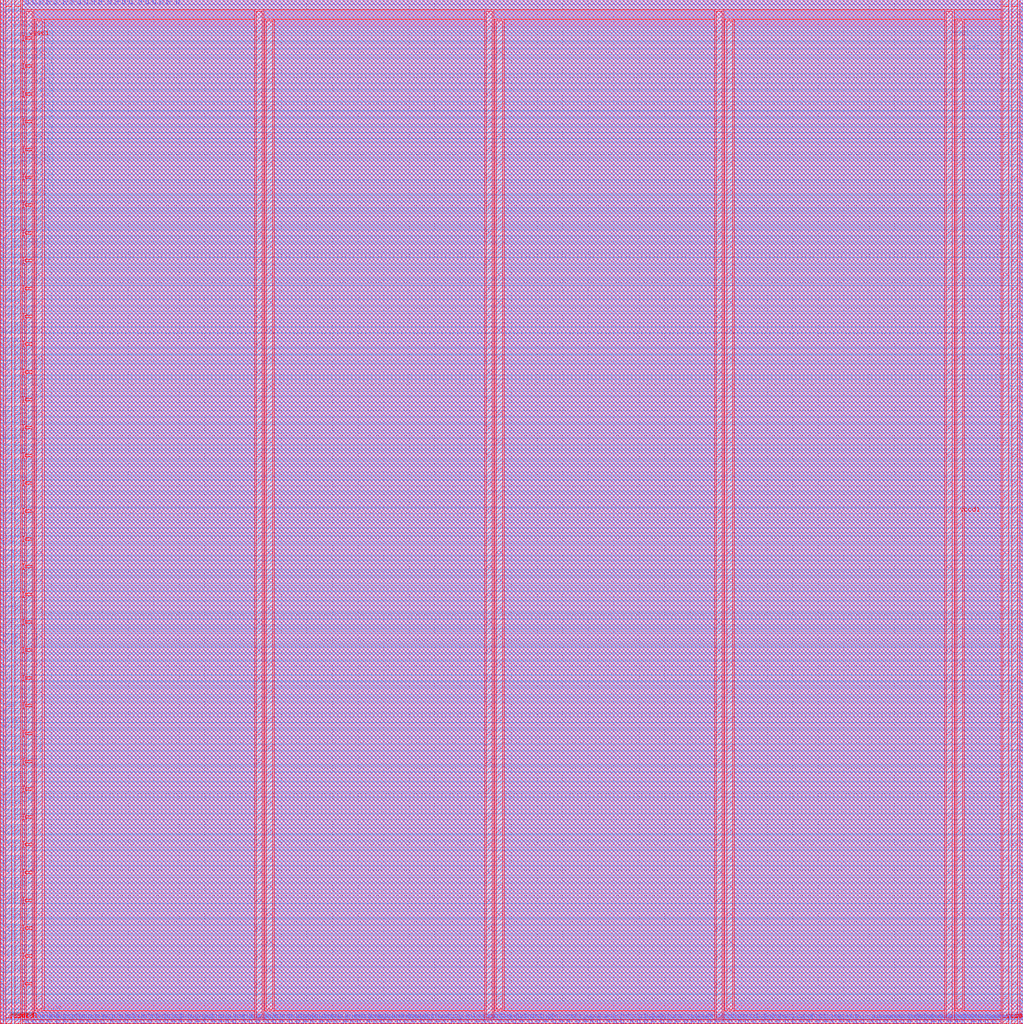
<source format=lef>
##
## LEF for PtnCells ;
## created by Innovus v19.11-s128_1 on Mon Dec  6 14:59:22 2021
##

VERSION 5.7 ;

BUSBITCHARS "[]" ;
DIVIDERCHAR "/" ;

MACRO E_CPU_IO_bot
  CLASS BLOCK ;
  SIZE 200.100000 BY 200.260000 ;
  FOREIGN E_CPU_IO_bot 0.000000 0.000000 ;
  ORIGIN 0 0 ;
  SYMMETRY X Y R90 ;
  PIN N1END[3]
    DIRECTION INPUT ;
    USE SIGNAL ;
    ANTENNAPARTIALMETALAREA 1.3908 LAYER met2  ;
    ANTENNAPARTIALMETALSIDEAREA 6.846 LAYER met2  ;
    ANTENNAMODEL OXIDE1 ;
    ANTENNAGATEAREA 0.7425 LAYER met2  ;
    ANTENNAMAXAREACAR 4.80613 LAYER met2  ;
    ANTENNAMAXSIDEAREACAR 21.6559 LAYER met2  ;
    ANTENNAMAXCUTCAR 0.0692256 LAYER via2  ;
    PORT
      LAYER met2 ;
        RECT 9.240000 0.000000 9.620000 0.700000 ;
    END
  END N1END[3]
  PIN N1END[2]
    DIRECTION INPUT ;
    USE SIGNAL ;
    ANTENNAPARTIALMETALAREA 1.1934 LAYER met2  ;
    ANTENNAPARTIALMETALSIDEAREA 5.859 LAYER met2  ;
    ANTENNAMODEL OXIDE1 ;
    ANTENNAGATEAREA 0.7425 LAYER met2  ;
    ANTENNAMAXAREACAR 2.56801 LAYER met2  ;
    ANTENNAMAXSIDEAREACAR 10.4653 LAYER met2  ;
    ANTENNAMAXCUTCAR 0.0692256 LAYER via2  ;
    PORT
      LAYER met2 ;
        RECT 7.860000 0.000000 8.240000 0.700000 ;
    END
  END N1END[2]
  PIN N1END[1]
    DIRECTION INPUT ;
    USE SIGNAL ;
    ANTENNAPARTIALMETALAREA 1.3194 LAYER met2  ;
    ANTENNAPARTIALMETALSIDEAREA 6.489 LAYER met2  ;
    ANTENNAMODEL OXIDE1 ;
    ANTENNAGATEAREA 0.7425 LAYER met2  ;
    ANTENNAMAXAREACAR 6.74606 LAYER met2  ;
    ANTENNAMAXSIDEAREACAR 30.9529 LAYER met2  ;
    ANTENNAMAXCUTCAR 0.0692256 LAYER via2  ;
    PORT
      LAYER met2 ;
        RECT 6.480000 0.000000 6.860000 0.700000 ;
    END
  END N1END[1]
  PIN N1END[0]
    DIRECTION INPUT ;
    USE SIGNAL ;
    ANTENNAPARTIALMETALAREA 1.353 LAYER met2  ;
    ANTENNAPARTIALMETALSIDEAREA 6.657 LAYER met2  ;
    ANTENNAMODEL OXIDE1 ;
    ANTENNAGATEAREA 0.7425 LAYER met2  ;
    ANTENNAMAXAREACAR 8.94141 LAYER met2  ;
    ANTENNAMAXSIDEAREACAR 43.3259 LAYER met2  ;
    ANTENNAMAXCUTCAR 0.0692256 LAYER via2  ;
    PORT
      LAYER met2 ;
        RECT 5.100000 0.000000 5.480000 0.700000 ;
    END
  END N1END[0]
  PIN N2MID[7]
    DIRECTION INPUT ;
    USE SIGNAL ;
    ANTENNAPARTIALMETALAREA 3.933 LAYER met2  ;
    ANTENNAPARTIALMETALSIDEAREA 19.439 LAYER met2  ;
    ANTENNAMODEL OXIDE1 ;
    ANTENNAGATEAREA 0.7425 LAYER met2  ;
    ANTENNAMAXAREACAR 5.91111 LAYER met2  ;
    ANTENNAMAXSIDEAREACAR 28.0155 LAYER met2  ;
    ANTENNAMAXCUTCAR 0.0692256 LAYER via2  ;
    PORT
      LAYER met2 ;
        RECT 21.660000 0.000000 22.040000 0.700000 ;
    END
  END N2MID[7]
  PIN N2MID[6]
    DIRECTION INPUT ;
    USE SIGNAL ;
    ANTENNAPARTIALMETALAREA 2.4786 LAYER met2  ;
    ANTENNAPARTIALMETALSIDEAREA 12.285 LAYER met2  ;
    ANTENNAMODEL OXIDE1 ;
    ANTENNAGATEAREA 0.7425 LAYER met2  ;
    ANTENNAMAXAREACAR 15.0543 LAYER met2  ;
    ANTENNAMAXSIDEAREACAR 73.8902 LAYER met2  ;
    ANTENNAMAXCUTCAR 0.0692256 LAYER via2  ;
    PORT
      LAYER met2 ;
        RECT 19.820000 0.000000 20.200000 0.700000 ;
    END
  END N2MID[6]
  PIN N2MID[5]
    DIRECTION INPUT ;
    USE SIGNAL ;
    ANTENNAPARTIALMETALAREA 3.033 LAYER met2  ;
    ANTENNAPARTIALMETALSIDEAREA 15.057 LAYER met2  ;
    ANTENNAMODEL OXIDE1 ;
    ANTENNAGATEAREA 0.7425 LAYER met2  ;
    ANTENNAMAXAREACAR 15.4389 LAYER met2  ;
    ANTENNAMAXSIDEAREACAR 75.8135 LAYER met2  ;
    ANTENNAMAXCUTCAR 0.0692256 LAYER via2  ;
    PORT
      LAYER met2 ;
        RECT 18.440000 0.000000 18.820000 0.700000 ;
    END
  END N2MID[5]
  PIN N2MID[4]
    DIRECTION INPUT ;
    USE SIGNAL ;
    ANTENNAPARTIALMETALAREA 0.9818 LAYER met2  ;
    ANTENNAPARTIALMETALSIDEAREA 4.683 LAYER met2  ;
    ANTENNAMODEL OXIDE1 ;
    ANTENNAGATEAREA 0.7425 LAYER met2  ;
    ANTENNAMAXAREACAR 1.91946 LAYER met2  ;
    ANTENNAMAXSIDEAREACAR 8.05724 LAYER met2  ;
    ANTENNAMAXCUTCAR 0.0692256 LAYER via2  ;
    PORT
      LAYER met2 ;
        RECT 17.060000 0.000000 17.440000 0.700000 ;
    END
  END N2MID[4]
  PIN N2MID[3]
    DIRECTION INPUT ;
    USE SIGNAL ;
    ANTENNAPARTIALMETALAREA 2.3834 LAYER met2  ;
    ANTENNAPARTIALMETALSIDEAREA 11.809 LAYER met2  ;
    ANTENNAMODEL OXIDE1 ;
    ANTENNAGATEAREA 0.7425 LAYER met2  ;
    ANTENNAMAXAREACAR 14.9858 LAYER met2  ;
    ANTENNAMAXSIDEAREACAR 72.1515 LAYER met2  ;
    ANTENNAMAXCUTCAR 0.0692256 LAYER via2  ;
    PORT
      LAYER met2 ;
        RECT 15.680000 0.000000 16.060000 0.700000 ;
    END
  END N2MID[3]
  PIN N2MID[2]
    DIRECTION INPUT ;
    USE SIGNAL ;
    ANTENNAPARTIALMETALAREA 1.9858 LAYER met2  ;
    ANTENNAPARTIALMETALSIDEAREA 9.821 LAYER met2  ;
    ANTENNAMODEL OXIDE1 ;
    ANTENNAGATEAREA 0.7425 LAYER met2  ;
    ANTENNAMAXAREACAR 14.8242 LAYER met2  ;
    ANTENNAMAXSIDEAREACAR 72.7401 LAYER met2  ;
    ANTENNAMAXCUTCAR 0.0692256 LAYER via2  ;
    PORT
      LAYER met2 ;
        RECT 13.840000 0.000000 14.220000 0.700000 ;
    END
  END N2MID[2]
  PIN N2MID[1]
    DIRECTION INPUT ;
    USE SIGNAL ;
    ANTENNAPARTIALMETALAREA 1.9164 LAYER met2  ;
    ANTENNAPARTIALMETALSIDEAREA 9.464 LAYER met2  ;
    ANTENNAMODEL OXIDE1 ;
    ANTENNAGATEAREA 0.7425 LAYER met2  ;
    ANTENNAMAXAREACAR 9.22094 LAYER met2  ;
    ANTENNAMAXSIDEAREACAR 43.7165 LAYER met2  ;
    ANTENNAMAXCUTCAR 0.0692256 LAYER via2  ;
    PORT
      LAYER met2 ;
        RECT 12.460000 0.000000 12.840000 0.700000 ;
    END
  END N2MID[1]
  PIN N2MID[0]
    DIRECTION INPUT ;
    USE SIGNAL ;
    ANTENNAPARTIALMETALAREA 1.1445 LAYER met2  ;
    ANTENNAPARTIALMETALSIDEAREA 5.5615 LAYER met2  ;
    ANTENNAPARTIALCUTAREA 0.04 LAYER via2  ;
    ANTENNAPARTIALMETALAREA 19.0218 LAYER met3  ;
    ANTENNAPARTIALMETALSIDEAREA 101.92 LAYER met3  ;
    ANTENNAMODEL OXIDE1 ;
    ANTENNAGATEAREA 0.7425 LAYER met3  ;
    ANTENNAMAXAREACAR 27.1392 LAYER met3  ;
    ANTENNAMAXSIDEAREACAR 142.409 LAYER met3  ;
    ANTENNAMAXCUTCAR 0.123098 LAYER via3  ;
    PORT
      LAYER met2 ;
        RECT 11.080000 0.000000 11.460000 0.700000 ;
    END
  END N2MID[0]
  PIN N2END[7]
    DIRECTION INPUT ;
    USE SIGNAL ;
    ANTENNAPARTIALMETALAREA 1.2506 LAYER met2  ;
    ANTENNAPARTIALMETALSIDEAREA 6.027 LAYER met2  ;
    ANTENNAMODEL OXIDE1 ;
    ANTENNAGATEAREA 0.7425 LAYER met2  ;
    ANTENNAMAXAREACAR 3.85933 LAYER met2  ;
    ANTENNAMAXSIDEAREACAR 16.763 LAYER met2  ;
    ANTENNAMAXCUTCAR 0.0692256 LAYER via2  ;
    PORT
      LAYER met2 ;
        RECT 33.620000 0.000000 34.000000 0.700000 ;
    END
  END N2END[7]
  PIN N2END[6]
    DIRECTION INPUT ;
    USE SIGNAL ;
    ANTENNAPARTIALMETALAREA 1.1976 LAYER met2  ;
    ANTENNAPARTIALMETALSIDEAREA 5.88 LAYER met2  ;
    ANTENNAMODEL OXIDE1 ;
    ANTENNAGATEAREA 0.7425 LAYER met2  ;
    ANTENNAMAXAREACAR 5.58673 LAYER met2  ;
    ANTENNAMAXSIDEAREACAR 25.5589 LAYER met2  ;
    ANTENNAMAXCUTCAR 0.0692256 LAYER via2  ;
    PORT
      LAYER met2 ;
        RECT 32.240000 0.000000 32.620000 0.700000 ;
    END
  END N2END[6]
  PIN N2END[5]
    DIRECTION INPUT ;
    USE SIGNAL ;
    ANTENNAPARTIALMETALAREA 1.605 LAYER met2  ;
    ANTENNAPARTIALMETALSIDEAREA 7.917 LAYER met2  ;
    ANTENNAMODEL OXIDE1 ;
    ANTENNAGATEAREA 0.7425 LAYER met2  ;
    ANTENNAMAXAREACAR 9.91246 LAYER met2  ;
    ANTENNAMAXSIDEAREACAR 48.1811 LAYER met2  ;
    ANTENNAMAXCUTCAR 0.0692256 LAYER via2  ;
    PORT
      LAYER met2 ;
        RECT 30.860000 0.000000 31.240000 0.700000 ;
    END
  END N2END[5]
  PIN N2END[4]
    DIRECTION INPUT ;
    USE SIGNAL ;
    ANTENNAPARTIALMETALAREA 1.3194 LAYER met2  ;
    ANTENNAPARTIALMETALSIDEAREA 6.489 LAYER met2  ;
    ANTENNAMODEL OXIDE1 ;
    ANTENNAGATEAREA 0.7425 LAYER met2  ;
    ANTENNAMAXAREACAR 9.8499 LAYER met2  ;
    ANTENNAMAXSIDEAREACAR 46.8747 LAYER met2  ;
    ANTENNAMAXCUTCAR 0.0692256 LAYER via2  ;
    PORT
      LAYER met2 ;
        RECT 29.020000 0.000000 29.400000 0.700000 ;
    END
  END N2END[4]
  PIN N2END[3]
    DIRECTION INPUT ;
    USE SIGNAL ;
    ANTENNAPARTIALMETALAREA 3.2234 LAYER met2  ;
    ANTENNAPARTIALMETALSIDEAREA 16.009 LAYER met2  ;
    ANTENNAMODEL OXIDE1 ;
    ANTENNAGATEAREA 0.7425 LAYER met2  ;
    ANTENNAMAXAREACAR 16.1712 LAYER met2  ;
    ANTENNAMAXSIDEAREACAR 78.3764 LAYER met2  ;
    ANTENNAMAXCUTCAR 0.0692256 LAYER via2  ;
    PORT
      LAYER met2 ;
        RECT 27.640000 0.000000 28.020000 0.700000 ;
    END
  END N2END[3]
  PIN N2END[2]
    DIRECTION INPUT ;
    USE SIGNAL ;
    ANTENNAPARTIALMETALAREA 1.9985 LAYER met2  ;
    ANTENNAPARTIALMETALSIDEAREA 9.8315 LAYER met2  ;
    ANTENNAPARTIALCUTAREA 0.04 LAYER via2  ;
    ANTENNAPARTIALMETALAREA 18.1938 LAYER met3  ;
    ANTENNAPARTIALMETALSIDEAREA 97.504 LAYER met3  ;
    ANTENNAMODEL OXIDE1 ;
    ANTENNAGATEAREA 0.7425 LAYER met3  ;
    ANTENNAMAXAREACAR 26.2318 LAYER met3  ;
    ANTENNAMAXSIDEAREACAR 138.494 LAYER met3  ;
    ANTENNAMAXCUTCAR 0.123098 LAYER via3  ;
    PORT
      LAYER met2 ;
        RECT 26.260000 0.000000 26.640000 0.700000 ;
    END
  END N2END[2]
  PIN N2END[1]
    DIRECTION INPUT ;
    USE SIGNAL ;
    ANTENNAPARTIALMETALAREA 2.6998 LAYER met2  ;
    ANTENNAPARTIALMETALSIDEAREA 13.391 LAYER met2  ;
    ANTENNAMODEL OXIDE1 ;
    ANTENNAGATEAREA 0.7425 LAYER met2  ;
    ANTENNAMAXAREACAR 15.2485 LAYER met2  ;
    ANTENNAMAXSIDEAREACAR 74.8613 LAYER met2  ;
    ANTENNAMAXCUTCAR 0.0692256 LAYER via2  ;
    PORT
      LAYER met2 ;
        RECT 24.420000 0.000000 24.800000 0.700000 ;
    END
  END N2END[1]
  PIN N2END[0]
    DIRECTION INPUT ;
    USE SIGNAL ;
    ANTENNAPARTIALMETALAREA 1.6569 LAYER met2  ;
    ANTENNAPARTIALMETALSIDEAREA 8.1235 LAYER met2  ;
    ANTENNAPARTIALCUTAREA 0.04 LAYER via2  ;
    ANTENNAPARTIALMETALAREA 19.2048 LAYER met3  ;
    ANTENNAPARTIALMETALSIDEAREA 102.896 LAYER met3  ;
    ANTENNAMODEL OXIDE1 ;
    ANTENNAGATEAREA 0.7425 LAYER met3  ;
    ANTENNAMAXAREACAR 26.497 LAYER met3  ;
    ANTENNAMAXSIDEAREACAR 140.458 LAYER met3  ;
    ANTENNAMAXCUTCAR 0.123098 LAYER via3  ;
    PORT
      LAYER met2 ;
        RECT 23.040000 0.000000 23.420000 0.700000 ;
    END
  END N2END[0]
  PIN N4END[15]
    DIRECTION INPUT ;
    USE SIGNAL ;
    ANTENNAPARTIALMETALAREA 1.441 LAYER met2  ;
    ANTENNAPARTIALMETALSIDEAREA 6.979 LAYER met2  ;
    ANTENNAMODEL OXIDE1 ;
    ANTENNAGATEAREA 0.7425 LAYER met2  ;
    ANTENNAMAXAREACAR 2.62465 LAYER met2  ;
    ANTENNAMAXSIDEAREACAR 11.5832 LAYER met2  ;
    ANTENNAMAXCUTCAR 0.0692256 LAYER via2  ;
    PORT
      LAYER met2 ;
        RECT 58.000000 0.000000 58.380000 0.700000 ;
    END
  END N4END[15]
  PIN N4END[14]
    DIRECTION INPUT ;
    USE SIGNAL ;
    ANTENNAPARTIALMETALAREA 0.6321 LAYER met2  ;
    ANTENNAPARTIALMETALSIDEAREA 2.9995 LAYER met2  ;
    ANTENNAPARTIALCUTAREA 0.04 LAYER via2  ;
    ANTENNAPARTIALMETALAREA 5.1318 LAYER met3  ;
    ANTENNAPARTIALMETALSIDEAREA 27.84 LAYER met3  ;
    ANTENNAMODEL OXIDE1 ;
    ANTENNAGATEAREA 0.7425 LAYER met3  ;
    ANTENNAMAXAREACAR 10.9609 LAYER met3  ;
    ANTENNAMAXSIDEAREACAR 56.2761 LAYER met3  ;
    ANTENNAMAXCUTCAR 0.123098 LAYER via3  ;
    PORT
      LAYER met2 ;
        RECT 56.620000 0.000000 57.000000 0.700000 ;
    END
  END N4END[14]
  PIN N4END[13]
    DIRECTION INPUT ;
    USE SIGNAL ;
    ANTENNAPARTIALMETALAREA 1.0126 LAYER met2  ;
    ANTENNAPARTIALMETALSIDEAREA 4.837 LAYER met2  ;
    ANTENNAMODEL OXIDE1 ;
    ANTENNAGATEAREA 0.7425 LAYER met2  ;
    ANTENNAMAXAREACAR 1.82397 LAYER met2  ;
    ANTENNAMAXSIDEAREACAR 7.67071 LAYER met2  ;
    ANTENNAMAXCUTCAR 0.0692256 LAYER via2  ;
    PORT
      LAYER met2 ;
        RECT 54.780000 0.000000 55.160000 0.700000 ;
    END
  END N4END[13]
  PIN N4END[12]
    DIRECTION INPUT ;
    USE SIGNAL ;
    ANTENNAPARTIALMETALAREA 1.4198 LAYER met2  ;
    ANTENNAPARTIALMETALSIDEAREA 6.755 LAYER met2  ;
    ANTENNAMODEL OXIDE1 ;
    ANTENNAGATEAREA 0.7425 LAYER met2  ;
    ANTENNAMAXAREACAR 3.2202 LAYER met2  ;
    ANTENNAMAXSIDEAREACAR 14.402 LAYER met2  ;
    ANTENNAMAXCUTCAR 0.0692256 LAYER via2  ;
    PORT
      LAYER met2 ;
        RECT 53.400000 0.000000 53.780000 0.700000 ;
    END
  END N4END[12]
  PIN N4END[11]
    DIRECTION INPUT ;
    USE SIGNAL ;
    ANTENNAPARTIALMETALAREA 1.1849 LAYER met2  ;
    ANTENNAPARTIALMETALSIDEAREA 5.6455 LAYER met2  ;
    ANTENNAPARTIALCUTAREA 0.04 LAYER via2  ;
    ANTENNAPARTIALMETALAREA 18.1908 LAYER met3  ;
    ANTENNAPARTIALMETALSIDEAREA 97.488 LAYER met3  ;
    ANTENNAMODEL OXIDE1 ;
    ANTENNAGATEAREA 0.7425 LAYER met3  ;
    ANTENNAMAXAREACAR 25.9487 LAYER met3  ;
    ANTENNAMAXSIDEAREACAR 137.077 LAYER met3  ;
    ANTENNAMAXCUTCAR 0.123098 LAYER via3  ;
    PORT
      LAYER met2 ;
        RECT 52.020000 0.000000 52.400000 0.700000 ;
    END
  END N4END[11]
  PIN N4END[10]
    DIRECTION INPUT ;
    USE SIGNAL ;
    ANTENNAPARTIALMETALAREA 3.5858 LAYER met2  ;
    ANTENNAPARTIALMETALSIDEAREA 17.703 LAYER met2  ;
    ANTENNAMODEL OXIDE1 ;
    ANTENNAGATEAREA 0.7425 LAYER met2  ;
    ANTENNAMAXAREACAR 5.28956 LAYER met2  ;
    ANTENNAMAXSIDEAREACAR 24.9987 LAYER met2  ;
    ANTENNAMAXCUTCAR 0.0692256 LAYER via2  ;
    PORT
      LAYER met2 ;
        RECT 50.180000 0.000000 50.560000 0.700000 ;
    END
  END N4END[10]
  PIN N4END[9]
    DIRECTION INPUT ;
    USE SIGNAL ;
    ANTENNAPARTIALMETALAREA 2.7208 LAYER met2  ;
    ANTENNAPARTIALMETALSIDEAREA 13.496 LAYER met2  ;
    ANTENNAMODEL OXIDE1 ;
    ANTENNAGATEAREA 0.7425 LAYER met2  ;
    ANTENNAMAXAREACAR 11.8263 LAYER met2  ;
    ANTENNAMAXSIDEAREACAR 57.7502 LAYER met2  ;
    ANTENNAMAXCUTCAR 0.0692256 LAYER via2  ;
    PORT
      LAYER met2 ;
        RECT 48.800000 0.000000 49.180000 0.700000 ;
    END
  END N4END[9]
  PIN N4END[8]
    DIRECTION INPUT ;
    USE SIGNAL ;
    ANTENNAPARTIALCUTAREA 0.04 LAYER via2  ;
    ANTENNAPARTIALMETALAREA 7.1568 LAYER met3  ;
    ANTENNAPARTIALMETALSIDEAREA 38.64 LAYER met3  ;
    ANTENNAMODEL OXIDE1 ;
    ANTENNAGATEAREA 0.7425 LAYER met3  ;
    ANTENNAMAXAREACAR 12.2137 LAYER met3  ;
    ANTENNAMAXSIDEAREACAR 61.7549 LAYER met3  ;
    ANTENNAMAXCUTCAR 0.123098 LAYER via3  ;
    PORT
      LAYER met2 ;
        RECT 47.420000 0.000000 47.800000 0.700000 ;
    END
  END N4END[8]
  PIN N4END[7]
    DIRECTION INPUT ;
    USE SIGNAL ;
    ANTENNAPARTIALMETALAREA 0.7958 LAYER met2  ;
    ANTENNAPARTIALMETALSIDEAREA 3.871 LAYER met2  ;
    ANTENNAMODEL OXIDE1 ;
    ANTENNAGATEAREA 0.7425 LAYER met2  ;
    ANTENNAMAXAREACAR 14.5548 LAYER met2  ;
    ANTENNAMAXSIDEAREACAR 70.1017 LAYER met2  ;
    ANTENNAMAXCUTCAR 0.0692256 LAYER via2  ;
    PORT
      LAYER met2 ;
        RECT 45.580000 0.000000 45.960000 0.700000 ;
    END
  END N4END[7]
  PIN N4END[6]
    DIRECTION INPUT ;
    USE SIGNAL ;
    ANTENNAPARTIALMETALAREA 4.5826 LAYER met2  ;
    ANTENNAPARTIALMETALSIDEAREA 22.687 LAYER met2  ;
    ANTENNAMODEL OXIDE1 ;
    ANTENNAGATEAREA 0.7425 LAYER met2  ;
    ANTENNAMAXAREACAR 6.63205 LAYER met2  ;
    ANTENNAMAXSIDEAREACAR 31.7111 LAYER met2  ;
    ANTENNAMAXCUTCAR 0.0692256 LAYER via2  ;
    PORT
      LAYER met2 ;
        RECT 44.200000 0.000000 44.580000 0.700000 ;
    END
  END N4END[6]
  PIN N4END[5]
    DIRECTION INPUT ;
    USE SIGNAL ;
    ANTENNAPARTIALMETALAREA 2.081 LAYER met2  ;
    ANTENNAPARTIALMETALSIDEAREA 10.297 LAYER met2  ;
    ANTENNAMODEL OXIDE1 ;
    ANTENNAGATEAREA 0.7425 LAYER met2  ;
    ANTENNAMAXAREACAR 11.8483 LAYER met2  ;
    ANTENNAMAXSIDEAREACAR 56.464 LAYER met2  ;
    ANTENNAMAXCUTCAR 0.0692256 LAYER via2  ;
    PORT
      LAYER met2 ;
        RECT 42.820000 0.000000 43.200000 0.700000 ;
    END
  END N4END[5]
  PIN N4END[4]
    DIRECTION INPUT ;
    USE SIGNAL ;
    ANTENNAPARTIALMETALAREA 1.7952 LAYER met2  ;
    ANTENNAPARTIALMETALSIDEAREA 8.75 LAYER met2  ;
    ANTENNAMODEL OXIDE1 ;
    ANTENNAGATEAREA 0.7425 LAYER met2  ;
    ANTENNAMAXAREACAR 4.16801 LAYER met2  ;
    ANTENNAMAXSIDEAREACAR 18.604 LAYER met2  ;
    ANTENNAMAXCUTCAR 0.0692256 LAYER via2  ;
    PORT
      LAYER met2 ;
        RECT 41.440000 0.000000 41.820000 0.700000 ;
    END
  END N4END[4]
  PIN N4END[3]
    DIRECTION INPUT ;
    USE SIGNAL ;
    ANTENNAPARTIALMETALAREA 3.5357 LAYER met2  ;
    ANTENNAPARTIALMETALSIDEAREA 17.5175 LAYER met2  ;
    ANTENNAPARTIALCUTAREA 0.04 LAYER via2  ;
    ANTENNAPARTIALMETALAREA 24.5448 LAYER met3  ;
    ANTENNAPARTIALMETALSIDEAREA 131.376 LAYER met3  ;
    ANTENNAMODEL OXIDE1 ;
    ANTENNAGATEAREA 0.7425 LAYER met3  ;
    ANTENNAMAXAREACAR 36.2171 LAYER met3  ;
    ANTENNAMAXSIDEAREACAR 191.363 LAYER met3  ;
    ANTENNAMAXCUTCAR 0.123098 LAYER via3  ;
    PORT
      LAYER met2 ;
        RECT 39.600000 0.000000 39.980000 0.700000 ;
    END
  END N4END[3]
  PIN N4END[2]
    DIRECTION INPUT ;
    USE SIGNAL ;
    ANTENNAPARTIALMETALAREA 0.7175 LAYER met2  ;
    ANTENNAPARTIALMETALSIDEAREA 3.4265 LAYER met2  ;
    ANTENNAPARTIALCUTAREA 0.04 LAYER via2  ;
    ANTENNAPARTIALMETALAREA 19.1148 LAYER met3  ;
    ANTENNAPARTIALMETALSIDEAREA 102.416 LAYER met3  ;
    ANTENNAMODEL OXIDE1 ;
    ANTENNAGATEAREA 0.7425 LAYER met3  ;
    ANTENNAMAXAREACAR 30.5183 LAYER met3  ;
    ANTENNAMAXSIDEAREACAR 159.644 LAYER met3  ;
    ANTENNAMAXCUTCAR 0.123098 LAYER via3  ;
    PORT
      LAYER met2 ;
        RECT 38.220000 0.000000 38.600000 0.700000 ;
    END
  END N4END[2]
  PIN N4END[1]
    DIRECTION INPUT ;
    USE SIGNAL ;
    ANTENNAPARTIALMETALAREA 1.0126 LAYER met2  ;
    ANTENNAPARTIALMETALSIDEAREA 4.837 LAYER met2  ;
    ANTENNAMODEL OXIDE1 ;
    ANTENNAGATEAREA 0.7425 LAYER met2  ;
    ANTENNAMAXAREACAR 3.01872 LAYER met2  ;
    ANTENNAMAXSIDEAREACAR 13.5535 LAYER met2  ;
    ANTENNAMAXCUTCAR 0.0692256 LAYER via2  ;
    PORT
      LAYER met2 ;
        RECT 36.840000 0.000000 37.220000 0.700000 ;
    END
  END N4END[1]
  PIN N4END[0]
    DIRECTION INPUT ;
    USE SIGNAL ;
    ANTENNAPARTIALMETALAREA 3.1521 LAYER met2  ;
    ANTENNAPARTIALMETALSIDEAREA 15.5995 LAYER met2  ;
    ANTENNAPARTIALCUTAREA 0.04 LAYER via2  ;
    ANTENNAPARTIALMETALAREA 25.3248 LAYER met3  ;
    ANTENNAPARTIALMETALSIDEAREA 135.536 LAYER met3  ;
    ANTENNAMODEL OXIDE1 ;
    ANTENNAGATEAREA 0.7425 LAYER met3  ;
    ANTENNAMAXAREACAR 37.3952 LAYER met3  ;
    ANTENNAMAXSIDEAREACAR 197.512 LAYER met3  ;
    ANTENNAMAXCUTCAR 0.123098 LAYER via3  ;
    PORT
      LAYER met2 ;
        RECT 35.000000 0.000000 35.380000 0.700000 ;
    END
  END N4END[0]
  PIN NN4END[15]
    DIRECTION INPUT ;
    USE SIGNAL ;
    ANTENNAPARTIALMETALAREA 0.8698 LAYER met2  ;
    ANTENNAPARTIALMETALSIDEAREA 4.123 LAYER met2  ;
    ANTENNAMODEL OXIDE1 ;
    ANTENNAGATEAREA 0.7425 LAYER met2  ;
    ANTENNAMAXAREACAR 2.87354 LAYER met2  ;
    ANTENNAMAXSIDEAREACAR 12.8276 LAYER met2  ;
    ANTENNAMAXCUTCAR 0.0692256 LAYER via2  ;
    PORT
      LAYER met2 ;
        RECT 82.380000 0.000000 82.760000 0.700000 ;
    END
  END NN4END[15]
  PIN NN4END[14]
    DIRECTION INPUT ;
    USE SIGNAL ;
    ANTENNAPARTIALMETALAREA 0.6944 LAYER met2  ;
    ANTENNAPARTIALMETALSIDEAREA 3.311 LAYER met2  ;
    ANTENNAPARTIALCUTAREA 0.04 LAYER via2  ;
    ANTENNAPARTIALMETALAREA 3.2928 LAYER met3  ;
    ANTENNAPARTIALMETALSIDEAREA 18.032 LAYER met3  ;
    ANTENNAMODEL OXIDE1 ;
    ANTENNAGATEAREA 0.7425 LAYER met3  ;
    ANTENNAMAXAREACAR 12.4051 LAYER met3  ;
    ANTENNAMAXSIDEAREACAR 62.6714 LAYER met3  ;
    ANTENNAMAXCUTCAR 0.123098 LAYER via3  ;
    PORT
      LAYER met2 ;
        RECT 80.540000 0.000000 80.920000 0.700000 ;
    END
  END NN4END[14]
  PIN NN4END[13]
    DIRECTION INPUT ;
    USE SIGNAL ;
    ANTENNAPARTIALMETALAREA 2.6002 LAYER met2  ;
    ANTENNAPARTIALMETALSIDEAREA 12.775 LAYER met2  ;
    ANTENNAMODEL OXIDE1 ;
    ANTENNAGATEAREA 0.7425 LAYER met2  ;
    ANTENNAMAXAREACAR 3.96215 LAYER met2  ;
    ANTENNAMAXSIDEAREACAR 18.3616 LAYER met2  ;
    ANTENNAMAXCUTCAR 0.0692256 LAYER via2  ;
    PORT
      LAYER met2 ;
        RECT 79.160000 0.000000 79.540000 0.700000 ;
    END
  END NN4END[13]
  PIN NN4END[12]
    DIRECTION INPUT ;
    USE SIGNAL ;
    ANTENNAPARTIALMETALAREA 2.5906 LAYER met2  ;
    ANTENNAPARTIALMETALSIDEAREA 12.845 LAYER met2  ;
    ANTENNAMODEL OXIDE1 ;
    ANTENNAGATEAREA 0.7425 LAYER met2  ;
    ANTENNAMAXAREACAR 10.842 LAYER met2  ;
    ANTENNAMAXSIDEAREACAR 52.829 LAYER met2  ;
    ANTENNAMAXCUTCAR 0.0692256 LAYER via2  ;
    PORT
      LAYER met2 ;
        RECT 77.780000 0.000000 78.160000 0.700000 ;
    END
  END NN4END[12]
  PIN NN4END[11]
    DIRECTION INPUT ;
    USE SIGNAL ;
    ANTENNAPARTIALMETALAREA 1.2733 LAYER met2  ;
    ANTENNAPARTIALMETALSIDEAREA 6.2055 LAYER met2  ;
    ANTENNAPARTIALCUTAREA 0.04 LAYER via2  ;
    ANTENNAPARTIALMETALAREA 14.9106 LAYER met3  ;
    ANTENNAPARTIALMETALSIDEAREA 80.464 LAYER met3  ;
    ANTENNAMODEL OXIDE1 ;
    ANTENNAGATEAREA 0.7425 LAYER met3  ;
    ANTENNAMAXAREACAR 21.2591 LAYER met3  ;
    ANTENNAMAXSIDEAREACAR 111.797 LAYER met3  ;
    ANTENNAMAXCUTCAR 0.123098 LAYER via3  ;
    PORT
      LAYER met2 ;
        RECT 75.940000 0.000000 76.320000 0.700000 ;
    END
  END NN4END[11]
  PIN NN4END[10]
    DIRECTION INPUT ;
    USE SIGNAL ;
    ANTENNAPARTIALMETALAREA 1.3649 LAYER met2  ;
    ANTENNAPARTIALMETALSIDEAREA 6.6535 LAYER met2  ;
    ANTENNAPARTIALCUTAREA 0.04 LAYER via2  ;
    ANTENNAPARTIALMETALAREA 12.9498 LAYER met3  ;
    ANTENNAPARTIALMETALSIDEAREA 69.536 LAYER met3  ;
    ANTENNAMODEL OXIDE1 ;
    ANTENNAGATEAREA 0.7425 LAYER met3  ;
    ANTENNAMAXAREACAR 18.3345 LAYER met3  ;
    ANTENNAMAXSIDEAREACAR 96.7448 LAYER met3  ;
    ANTENNAMAXCUTCAR 0.123098 LAYER via3  ;
    PORT
      LAYER met2 ;
        RECT 74.560000 0.000000 74.940000 0.700000 ;
    END
  END NN4END[10]
  PIN NN4END[9]
    DIRECTION INPUT ;
    USE SIGNAL ;
    ANTENNAPARTIALMETALAREA 0.6965 LAYER met2  ;
    ANTENNAPARTIALMETALSIDEAREA 3.3215 LAYER met2  ;
    ANTENNAPARTIALCUTAREA 0.04 LAYER via2  ;
    ANTENNAPARTIALMETALAREA 6.9708 LAYER met3  ;
    ANTENNAPARTIALMETALSIDEAREA 37.648 LAYER met3  ;
    ANTENNAMODEL OXIDE1 ;
    ANTENNAGATEAREA 0.7425 LAYER met3  ;
    ANTENNAMAXAREACAR 10.7488 LAYER met3  ;
    ANTENNAMAXSIDEAREACAR 55.6646 LAYER met3  ;
    ANTENNAMAXCUTCAR 0.123098 LAYER via3  ;
    PORT
      LAYER met2 ;
        RECT 73.180000 0.000000 73.560000 0.700000 ;
    END
  END NN4END[9]
  PIN NN4END[8]
    DIRECTION INPUT ;
    USE SIGNAL ;
    ANTENNAPARTIALMETALAREA 1.9565 LAYER met2  ;
    ANTENNAPARTIALMETALSIDEAREA 9.6215 LAYER met2  ;
    ANTENNAPARTIALCUTAREA 0.04 LAYER via2  ;
    ANTENNAPARTIALMETALAREA 22.1796 LAYER met3  ;
    ANTENNAPARTIALMETALSIDEAREA 119.232 LAYER met3  ;
    ANTENNAMODEL OXIDE1 ;
    ANTENNAGATEAREA 0.7425 LAYER met3  ;
    ANTENNAMAXAREACAR 32.7274 LAYER met3  ;
    ANTENNAMAXSIDEAREACAR 173.395 LAYER met3  ;
    ANTENNAMAXCUTCAR 0.123098 LAYER via3  ;
    PORT
      LAYER met2 ;
        RECT 71.800000 0.000000 72.180000 0.700000 ;
    END
  END NN4END[8]
  PIN NN4END[7]
    DIRECTION INPUT ;
    USE SIGNAL ;
    ANTENNAPARTIALMETALAREA 1.8906 LAYER met2  ;
    ANTENNAPARTIALMETALSIDEAREA 9.345 LAYER met2  ;
    ANTENNAMODEL OXIDE1 ;
    ANTENNAGATEAREA 0.7425 LAYER met2  ;
    ANTENNAMAXAREACAR 13.4521 LAYER met2  ;
    ANTENNAMAXSIDEAREACAR 65.8296 LAYER met2  ;
    ANTENNAMAXCUTCAR 0.0692256 LAYER via2  ;
    PORT
      LAYER met2 ;
        RECT 69.960000 0.000000 70.340000 0.700000 ;
    END
  END NN4END[7]
  PIN NN4END[6]
    DIRECTION INPUT ;
    USE SIGNAL ;
    ANTENNAPARTIALMETALAREA 2.5963 LAYER met2  ;
    ANTENNAPARTIALMETALSIDEAREA 12.8205 LAYER met2  ;
    ANTENNAPARTIALCUTAREA 0.04 LAYER via2  ;
    ANTENNAPARTIALMETALAREA 7.8468 LAYER met3  ;
    ANTENNAPARTIALMETALSIDEAREA 42.32 LAYER met3  ;
    ANTENNAMODEL OXIDE1 ;
    ANTENNAGATEAREA 0.7425 LAYER met3  ;
    ANTENNAMAXAREACAR 17.1026 LAYER met3  ;
    ANTENNAMAXSIDEAREACAR 88.2034 LAYER met3  ;
    ANTENNAMAXCUTCAR 0.123098 LAYER via3  ;
    PORT
      LAYER met2 ;
        RECT 68.580000 0.000000 68.960000 0.700000 ;
    END
  END NN4END[6]
  PIN NN4END[5]
    DIRECTION INPUT ;
    USE SIGNAL ;
    ANTENNAPARTIALMETALAREA 1.0126 LAYER met2  ;
    ANTENNAPARTIALMETALSIDEAREA 4.837 LAYER met2  ;
    ANTENNAMODEL OXIDE1 ;
    ANTENNAGATEAREA 0.7425 LAYER met2  ;
    ANTENNAMAXAREACAR 1.82397 LAYER met2  ;
    ANTENNAMAXSIDEAREACAR 7.67071 LAYER met2  ;
    ANTENNAMAXCUTCAR 0.0692256 LAYER via2  ;
    PORT
      LAYER met2 ;
        RECT 67.200000 0.000000 67.580000 0.700000 ;
    END
  END NN4END[5]
  PIN NN4END[4]
    DIRECTION INPUT ;
    USE SIGNAL ;
    ANTENNAPARTIALMETALAREA 1.4007 LAYER met2  ;
    ANTENNAPARTIALMETALSIDEAREA 6.8425 LAYER met2  ;
    ANTENNAPARTIALCUTAREA 0.04 LAYER via2  ;
    ANTENNAPARTIALMETALAREA 19.3716 LAYER met3  ;
    ANTENNAPARTIALMETALSIDEAREA 104.256 LAYER met3  ;
    ANTENNAMODEL OXIDE1 ;
    ANTENNAGATEAREA 0.7425 LAYER met3  ;
    ANTENNAMAXAREACAR 27.6333 LAYER met3  ;
    ANTENNAMAXSIDEAREACAR 146.664 LAYER met3  ;
    ANTENNAMAXCUTCAR 0.123098 LAYER via3  ;
    PORT
      LAYER met2 ;
        RECT 65.360000 0.000000 65.740000 0.700000 ;
    END
  END NN4END[4]
  PIN NN4END[3]
    DIRECTION INPUT ;
    USE SIGNAL ;
    ANTENNAPARTIALMETALAREA 2.9379 LAYER met2  ;
    ANTENNAPARTIALMETALSIDEAREA 14.5285 LAYER met2  ;
    ANTENNAPARTIALCUTAREA 0.04 LAYER via2  ;
    ANTENNAPARTIALMETALAREA 10.1448 LAYER met3  ;
    ANTENNAPARTIALMETALSIDEAREA 54.576 LAYER met3  ;
    ANTENNAMODEL OXIDE1 ;
    ANTENNAGATEAREA 0.7425 LAYER met3  ;
    ANTENNAMAXAREACAR 21.1731 LAYER met3  ;
    ANTENNAMAXSIDEAREACAR 108.284 LAYER met3  ;
    ANTENNAMAXCUTCAR 0.123098 LAYER via3  ;
    PORT
      LAYER met2 ;
        RECT 63.980000 0.000000 64.360000 0.700000 ;
    END
  END NN4END[3]
  PIN NN4END[2]
    DIRECTION INPUT ;
    USE SIGNAL ;
    ANTENNAPARTIALMETALAREA 2.1693 LAYER met2  ;
    ANTENNAPARTIALMETALSIDEAREA 10.6855 LAYER met2  ;
    ANTENNAPARTIALCUTAREA 0.04 LAYER via2  ;
    ANTENNAPARTIALMETALAREA 27.7638 LAYER met3  ;
    ANTENNAPARTIALMETALSIDEAREA 148.544 LAYER met3  ;
    ANTENNAMODEL OXIDE1 ;
    ANTENNAGATEAREA 0.7425 LAYER met3  ;
    ANTENNAMAXAREACAR 39.9352 LAYER met3  ;
    ANTENNAMAXSIDEAREACAR 211.308 LAYER met3  ;
    ANTENNAMAXCUTCAR 0.123098 LAYER via3  ;
    PORT
      LAYER met2 ;
        RECT 62.600000 0.000000 62.980000 0.700000 ;
    END
  END NN4END[2]
  PIN NN4END[1]
    DIRECTION INPUT ;
    USE SIGNAL ;
    ANTENNAPARTIALMETALAREA 3.2795 LAYER met2  ;
    ANTENNAPARTIALMETALSIDEAREA 16.2365 LAYER met2  ;
    ANTENNAPARTIALCUTAREA 0.04 LAYER via2  ;
    ANTENNAPARTIALMETALAREA 21.7818 LAYER met3  ;
    ANTENNAPARTIALMETALSIDEAREA 116.64 LAYER met3  ;
    ANTENNAMODEL OXIDE1 ;
    ANTENNAGATEAREA 0.7425 LAYER met3  ;
    ANTENNAMAXAREACAR 31.0773 LAYER met3  ;
    ANTENNAMAXSIDEAREACAR 164.333 LAYER met3  ;
    ANTENNAMAXCUTCAR 0.123098 LAYER via3  ;
    PORT
      LAYER met2 ;
        RECT 60.760000 0.000000 61.140000 0.700000 ;
    END
  END NN4END[1]
  PIN NN4END[0]
    DIRECTION INPUT ;
    USE SIGNAL ;
    ANTENNAPARTIALMETALAREA 0.9784 LAYER met2  ;
    ANTENNAPARTIALMETALSIDEAREA 4.774 LAYER met2  ;
    ANTENNAMODEL OXIDE1 ;
    ANTENNAGATEAREA 0.7425 LAYER met2  ;
    ANTENNAMAXAREACAR 2.19205 LAYER met2  ;
    ANTENNAMAXSIDEAREACAR 9.56566 LAYER met2  ;
    ANTENNAMAXCUTCAR 0.0692256 LAYER via2  ;
    PORT
      LAYER met2 ;
        RECT 59.380000 0.000000 59.760000 0.700000 ;
    END
  END NN4END[0]
  PIN Ci
    DIRECTION INPUT ;
    USE SIGNAL ;
    PORT
      LAYER met2 ;
        RECT 164.260000 0.000000 164.640000 0.700000 ;
    END
  END Ci
  PIN E1END[3]
    DIRECTION INPUT ;
    USE SIGNAL ;
    ANTENNAPARTIALMETALAREA 0.4704 LAYER met3  ;
    ANTENNAPARTIALMETALSIDEAREA 2.504 LAYER met3  ;
    ANTENNAMODEL OXIDE1 ;
    ANTENNAGATEAREA 0.7425 LAYER met3  ;
    ANTENNAMAXAREACAR 3.39138 LAYER met3  ;
    ANTENNAMAXSIDEAREACAR 15.6956 LAYER met3  ;
    ANTENNAMAXCUTCAR 0.123098 LAYER via3  ;
    PORT
      LAYER met3 ;
        RECT 0.000000 80.720000 0.700000 81.100000 ;
    END
  END E1END[3]
  PIN E1END[2]
    DIRECTION INPUT ;
    USE SIGNAL ;
    ANTENNAPARTIALMETALAREA 1.5744 LAYER met3  ;
    ANTENNAPARTIALMETALSIDEAREA 8.392 LAYER met3  ;
    ANTENNAMODEL OXIDE1 ;
    ANTENNAGATEAREA 0.7425 LAYER met3  ;
    ANTENNAMAXAREACAR 2.89818 LAYER met3  ;
    ANTENNAMAXSIDEAREACAR 13.8586 LAYER met3  ;
    ANTENNAMAXCUTCAR 0.123098 LAYER via3  ;
    PORT
      LAYER met3 ;
        RECT 0.000000 79.500000 0.700000 79.880000 ;
    END
  END E1END[2]
  PIN E1END[1]
    DIRECTION INPUT ;
    USE SIGNAL ;
    ANTENNAMODEL OXIDE1 ;
    ANTENNAGATEAREA 0.7425 LAYER met3  ;
    ANTENNAMAXAREACAR 1.93764 LAYER met3  ;
    ANTENNAMAXSIDEAREACAR 8.22222 LAYER met3  ;
    ANTENNAMAXCUTCAR 0.123098 LAYER via3  ;
    PORT
      LAYER met3 ;
        RECT 0.000000 77.670000 0.700000 78.050000 ;
    END
  END E1END[1]
  PIN E1END[0]
    DIRECTION INPUT ;
    USE SIGNAL ;
    ANTENNAPARTIALMETALAREA 3.0924 LAYER met3  ;
    ANTENNAPARTIALMETALSIDEAREA 16.488 LAYER met3  ;
    ANTENNAMODEL OXIDE1 ;
    ANTENNAGATEAREA 0.7425 LAYER met3  ;
    ANTENNAMAXAREACAR 5.25468 LAYER met3  ;
    ANTENNAMAXSIDEAREACAR 26.2801 LAYER met3  ;
    ANTENNAMAXCUTCAR 0.123098 LAYER via3  ;
    PORT
      LAYER met3 ;
        RECT 0.000000 76.450000 0.700000 76.830000 ;
    END
  END E1END[0]
  PIN E2MID[7]
    DIRECTION INPUT ;
    USE SIGNAL ;
    PORT
      LAYER met3 ;
        RECT 0.000000 92.920000 0.700000 93.300000 ;
    END
  END E2MID[7]
  PIN E2MID[6]
    DIRECTION INPUT ;
    USE SIGNAL ;
    ANTENNAPARTIALMETALAREA 1.8504 LAYER met3  ;
    ANTENNAPARTIALMETALSIDEAREA 9.864 LAYER met3  ;
    ANTENNAMODEL OXIDE1 ;
    ANTENNAGATEAREA 0.7425 LAYER met3  ;
    ANTENNAMAXAREACAR 3.33239 LAYER met3  ;
    ANTENNAMAXSIDEAREACAR 16.0202 LAYER met3  ;
    ANTENNAMAXCUTCAR 0.123098 LAYER via3  ;
    PORT
      LAYER met3 ;
        RECT 0.000000 91.090000 0.700000 91.470000 ;
    END
  END E2MID[6]
  PIN E2MID[5]
    DIRECTION INPUT ;
    USE SIGNAL ;
    ANTENNAMODEL OXIDE1 ;
    ANTENNAGATEAREA 0.7425 LAYER met3  ;
    ANTENNAMAXAREACAR 2.36 LAYER met3  ;
    ANTENNAMAXSIDEAREACAR 10.334 LAYER met3  ;
    ANTENNAMAXCUTCAR 0.123098 LAYER via3  ;
    PORT
      LAYER met3 ;
        RECT 0.000000 89.870000 0.700000 90.250000 ;
    END
  END E2MID[5]
  PIN E2MID[4]
    DIRECTION INPUT ;
    USE SIGNAL ;
    PORT
      LAYER met3 ;
        RECT 0.000000 88.040000 0.700000 88.420000 ;
    END
  END E2MID[4]
  PIN E2MID[3]
    DIRECTION INPUT ;
    USE SIGNAL ;
    PORT
      LAYER met3 ;
        RECT 0.000000 86.820000 0.700000 87.200000 ;
    END
  END E2MID[3]
  PIN E2MID[2]
    DIRECTION INPUT ;
    USE SIGNAL ;
    ANTENNAPARTIALMETALAREA 1.7124 LAYER met3  ;
    ANTENNAPARTIALMETALSIDEAREA 9.128 LAYER met3  ;
    ANTENNAMODEL OXIDE1 ;
    ANTENNAGATEAREA 0.7425 LAYER met3  ;
    ANTENNAMAXAREACAR 3.08162 LAYER met3  ;
    ANTENNAMAXSIDEAREACAR 14.8498 LAYER met3  ;
    ANTENNAMAXCUTCAR 0.123098 LAYER via3  ;
    PORT
      LAYER met3 ;
        RECT 0.000000 84.990000 0.700000 85.370000 ;
    END
  END E2MID[2]
  PIN E2MID[1]
    DIRECTION INPUT ;
    USE SIGNAL ;
    ANTENNAMODEL OXIDE1 ;
    ANTENNAGATEAREA 0.7425 LAYER met3  ;
    ANTENNAMAXAREACAR 1.97535 LAYER met3  ;
    ANTENNAMAXSIDEAREACAR 8.41077 LAYER met3  ;
    ANTENNAMAXCUTCAR 0.123098 LAYER via3  ;
    PORT
      LAYER met3 ;
        RECT 0.000000 83.770000 0.700000 84.150000 ;
    END
  END E2MID[1]
  PIN E2MID[0]
    DIRECTION INPUT ;
    USE SIGNAL ;
    PORT
      LAYER met3 ;
        RECT 0.000000 81.940000 0.700000 82.320000 ;
    END
  END E2MID[0]
  PIN E2END[7]
    DIRECTION INPUT ;
    USE SIGNAL ;
    PORT
      LAYER met3 ;
        RECT 0.000000 104.510000 0.700000 104.890000 ;
    END
  END E2END[7]
  PIN E2END[6]
    DIRECTION INPUT ;
    USE SIGNAL ;
    ANTENNAPARTIALMETALAREA 0.4704 LAYER met3  ;
    ANTENNAPARTIALMETALSIDEAREA 2.504 LAYER met3  ;
    ANTENNAMODEL OXIDE1 ;
    ANTENNAGATEAREA 0.7425 LAYER met3  ;
    ANTENNAMAXAREACAR 2.32983 LAYER met3  ;
    ANTENNAMAXSIDEAREACAR 10.3879 LAYER met3  ;
    ANTENNAMAXCUTCAR 0.123098 LAYER via3  ;
    PORT
      LAYER met3 ;
        RECT 0.000000 103.290000 0.700000 103.670000 ;
    END
  END E2END[6]
  PIN E2END[5]
    DIRECTION INPUT ;
    USE SIGNAL ;
    ANTENNAPARTIALMETALAREA 0.3324 LAYER met3  ;
    ANTENNAPARTIALMETALSIDEAREA 1.768 LAYER met3  ;
    ANTENNAMODEL OXIDE1 ;
    ANTENNAGATEAREA 0.7425 LAYER met3  ;
    ANTENNAMAXAREACAR 2.02923 LAYER met3  ;
    ANTENNAMAXSIDEAREACAR 8.85926 LAYER met3  ;
    ANTENNAMAXCUTCAR 0.123098 LAYER via3  ;
    PORT
      LAYER met3 ;
        RECT 0.000000 101.460000 0.700000 101.840000 ;
    END
  END E2END[5]
  PIN E2END[4]
    DIRECTION INPUT ;
    USE SIGNAL ;
    PORT
      LAYER met3 ;
        RECT 0.000000 100.240000 0.700000 100.620000 ;
    END
  END E2END[4]
  PIN E2END[3]
    DIRECTION INPUT ;
    USE SIGNAL ;
    PORT
      LAYER met3 ;
        RECT 0.000000 98.410000 0.700000 98.790000 ;
    END
  END E2END[3]
  PIN E2END[2]
    DIRECTION INPUT ;
    USE SIGNAL ;
    ANTENNAPARTIALMETALAREA 0.4704 LAYER met3  ;
    ANTENNAPARTIALMETALSIDEAREA 2.504 LAYER met3  ;
    ANTENNAMODEL OXIDE1 ;
    ANTENNAGATEAREA 0.7425 LAYER met3  ;
    ANTENNAMAXAREACAR 2.51293 LAYER met3  ;
    ANTENNAMAXSIDEAREACAR 10.0121 LAYER met3  ;
    ANTENNAMAXCUTCAR 0.123098 LAYER via3  ;
    PORT
      LAYER met3 ;
        RECT 0.000000 97.190000 0.700000 97.570000 ;
    END
  END E2END[2]
  PIN E2END[1]
    DIRECTION INPUT ;
    USE SIGNAL ;
    ANTENNAPARTIALMETALAREA 0.6084 LAYER met3  ;
    ANTENNAPARTIALMETALSIDEAREA 3.24 LAYER met3  ;
    ANTENNAMODEL OXIDE1 ;
    ANTENNAGATEAREA 0.7425 LAYER met3  ;
    ANTENNAMAXAREACAR 2.32148 LAYER met3  ;
    ANTENNAMAXSIDEAREACAR 10.4081 LAYER met3  ;
    ANTENNAMAXCUTCAR 0.123098 LAYER via3  ;
    PORT
      LAYER met3 ;
        RECT 0.000000 95.360000 0.700000 95.740000 ;
    END
  END E2END[1]
  PIN E2END[0]
    DIRECTION INPUT ;
    USE SIGNAL ;
    PORT
      LAYER met3 ;
        RECT 0.000000 94.140000 0.700000 94.520000 ;
    END
  END E2END[0]
  PIN EE4END[15]
    DIRECTION INPUT ;
    USE SIGNAL ;
    PORT
      LAYER met3 ;
        RECT 0.000000 128.300000 0.700000 128.680000 ;
    END
  END EE4END[15]
  PIN EE4END[14]
    DIRECTION INPUT ;
    USE SIGNAL ;
    PORT
      LAYER met3 ;
        RECT 0.000000 127.080000 0.700000 127.460000 ;
    END
  END EE4END[14]
  PIN EE4END[13]
    DIRECTION INPUT ;
    USE SIGNAL ;
    PORT
      LAYER met3 ;
        RECT 0.000000 125.250000 0.700000 125.630000 ;
    END
  END EE4END[13]
  PIN EE4END[12]
    DIRECTION INPUT ;
    USE SIGNAL ;
    PORT
      LAYER met3 ;
        RECT 0.000000 124.030000 0.700000 124.410000 ;
    END
  END EE4END[12]
  PIN EE4END[11]
    DIRECTION INPUT ;
    USE SIGNAL ;
    PORT
      LAYER met3 ;
        RECT 0.000000 122.200000 0.700000 122.580000 ;
    END
  END EE4END[11]
  PIN EE4END[10]
    DIRECTION INPUT ;
    USE SIGNAL ;
    PORT
      LAYER met3 ;
        RECT 0.000000 120.980000 0.700000 121.360000 ;
    END
  END EE4END[10]
  PIN EE4END[9]
    DIRECTION INPUT ;
    USE SIGNAL ;
    PORT
      LAYER met3 ;
        RECT 0.000000 119.150000 0.700000 119.530000 ;
    END
  END EE4END[9]
  PIN EE4END[8]
    DIRECTION INPUT ;
    USE SIGNAL ;
    PORT
      LAYER met3 ;
        RECT 0.000000 117.930000 0.700000 118.310000 ;
    END
  END EE4END[8]
  PIN EE4END[7]
    DIRECTION INPUT ;
    USE SIGNAL ;
    PORT
      LAYER met3 ;
        RECT 0.000000 116.710000 0.700000 117.090000 ;
    END
  END EE4END[7]
  PIN EE4END[6]
    DIRECTION INPUT ;
    USE SIGNAL ;
    PORT
      LAYER met3 ;
        RECT 0.000000 114.880000 0.700000 115.260000 ;
    END
  END EE4END[6]
  PIN EE4END[5]
    DIRECTION INPUT ;
    USE SIGNAL ;
    PORT
      LAYER met3 ;
        RECT 0.000000 113.660000 0.700000 114.040000 ;
    END
  END EE4END[5]
  PIN EE4END[4]
    DIRECTION INPUT ;
    USE SIGNAL ;
    PORT
      LAYER met3 ;
        RECT 0.000000 111.830000 0.700000 112.210000 ;
    END
  END EE4END[4]
  PIN EE4END[3]
    DIRECTION INPUT ;
    USE SIGNAL ;
    PORT
      LAYER met3 ;
        RECT 0.000000 110.610000 0.700000 110.990000 ;
    END
  END EE4END[3]
  PIN EE4END[2]
    DIRECTION INPUT ;
    USE SIGNAL ;
    PORT
      LAYER met3 ;
        RECT 0.000000 108.780000 0.700000 109.160000 ;
    END
  END EE4END[2]
  PIN EE4END[1]
    DIRECTION INPUT ;
    USE SIGNAL ;
    PORT
      LAYER met3 ;
        RECT 0.000000 107.560000 0.700000 107.940000 ;
    END
  END EE4END[1]
  PIN EE4END[0]
    DIRECTION INPUT ;
    USE SIGNAL ;
    PORT
      LAYER met3 ;
        RECT 0.000000 105.730000 0.700000 106.110000 ;
    END
  END EE4END[0]
  PIN E6END[11]
    DIRECTION INPUT ;
    USE SIGNAL ;
    ANTENNAPARTIALMETALAREA 0.3324 LAYER met3  ;
    ANTENNAPARTIALMETALSIDEAREA 1.768 LAYER met3  ;
    ANTENNAMODEL OXIDE1 ;
    ANTENNAGATEAREA 0.252 LAYER met3  ;
    ANTENNAMAXAREACAR 73.8194 LAYER met3  ;
    ANTENNAMAXSIDEAREACAR 357.857 LAYER met3  ;
    ANTENNAMAXCUTCAR 0.477381 LAYER via3  ;
    PORT
      LAYER met3 ;
        RECT 0.000000 145.990000 0.700000 146.370000 ;
    END
  END E6END[11]
  PIN E6END[10]
    DIRECTION INPUT ;
    USE SIGNAL ;
    ANTENNAPARTIALMETALAREA 0.6084 LAYER met3  ;
    ANTENNAPARTIALMETALSIDEAREA 3.24 LAYER met3  ;
    ANTENNAMODEL OXIDE1 ;
    ANTENNAGATEAREA 0.252 LAYER met3  ;
    ANTENNAMAXAREACAR 28.0619 LAYER met3  ;
    ANTENNAMAXSIDEAREACAR 127.601 LAYER met3  ;
    ANTENNAMAXCUTCAR 0.745238 LAYER via3  ;
    PORT
      LAYER met3 ;
        RECT 0.000000 144.770000 0.700000 145.150000 ;
    END
  END E6END[10]
  PIN E6END[9]
    DIRECTION INPUT ;
    USE SIGNAL ;
    ANTENNAMODEL OXIDE1 ;
    ANTENNAGATEAREA 0.252 LAYER met3  ;
    ANTENNAMAXAREACAR 20.3417 LAYER met3  ;
    ANTENNAMAXSIDEAREACAR 89.5496 LAYER met3  ;
    ANTENNAMAXCUTCAR 0.745238 LAYER via3  ;
    PORT
      LAYER met3 ;
        RECT 0.000000 143.550000 0.700000 143.930000 ;
    END
  END E6END[9]
  PIN E6END[8]
    DIRECTION INPUT ;
    USE SIGNAL ;
    ANTENNAPARTIALMETALAREA 0.3324 LAYER met3  ;
    ANTENNAPARTIALMETALSIDEAREA 1.768 LAYER met3  ;
    ANTENNAMODEL OXIDE1 ;
    ANTENNAGATEAREA 0.252 LAYER met3  ;
    ANTENNAMAXAREACAR 17.4492 LAYER met3  ;
    ANTENNAMAXSIDEAREACAR 73.7044 LAYER met3  ;
    ANTENNAMAXCUTCAR 0.745238 LAYER via3  ;
    PORT
      LAYER met3 ;
        RECT 0.000000 141.720000 0.700000 142.100000 ;
    END
  END E6END[8]
  PIN E6END[7]
    DIRECTION INPUT ;
    USE SIGNAL ;
    ANTENNAMODEL OXIDE1 ;
    ANTENNAGATEAREA 0.252 LAYER met3  ;
    ANTENNAMAXAREACAR 15.119 LAYER met3  ;
    ANTENNAMAXSIDEAREACAR 61.6329 LAYER met3  ;
    ANTENNAMAXCUTCAR 0.745238 LAYER via3  ;
    PORT
      LAYER met3 ;
        RECT 0.000000 140.500000 0.700000 140.880000 ;
    END
  END E6END[7]
  PIN E6END[6]
    DIRECTION INPUT ;
    USE SIGNAL ;
    ANTENNAPARTIALMETALAREA 3.9828 LAYER met3  ;
    ANTENNAPARTIALMETALSIDEAREA 21.712 LAYER met3  ;
    ANTENNAMODEL OXIDE1 ;
    ANTENNAGATEAREA 0.252 LAYER met3  ;
    ANTENNAMAXAREACAR 29.4143 LAYER met3  ;
    ANTENNAMAXSIDEAREACAR 141.097 LAYER met3  ;
    ANTENNAMAXCUTCAR 0.745238 LAYER via3  ;
    PORT
      LAYER met3 ;
        RECT 0.000000 138.670000 0.700000 139.050000 ;
    END
  END E6END[6]
  PIN E6END[5]
    DIRECTION INPUT ;
    USE SIGNAL ;
    ANTENNAPARTIALMETALAREA 35.9146 LAYER met3  ;
    ANTENNAPARTIALMETALSIDEAREA 191.536 LAYER met3  ;
    ANTENNAPARTIALCUTAREA 0.04 LAYER via3  ;
    ANTENNAPARTIALMETALAREA 0.6516 LAYER met4  ;
    ANTENNAPARTIALMETALSIDEAREA 4.416 LAYER met4  ;
    ANTENNAMODEL OXIDE1 ;
    ANTENNAGATEAREA 0.252 LAYER met4  ;
    ANTENNAMAXAREACAR 29.1964 LAYER met4  ;
    ANTENNAMAXSIDEAREACAR 146.06 LAYER met4  ;
    ANTENNAMAXCUTCAR 0.725397 LAYER via4  ;
    PORT
      LAYER met3 ;
        RECT 0.000000 137.450000 0.700000 137.830000 ;
    END
  END E6END[5]
  PIN E6END[4]
    DIRECTION INPUT ;
    USE SIGNAL ;
    ANTENNAPARTIALMETALAREA 27.8116 LAYER met3  ;
    ANTENNAPARTIALMETALSIDEAREA 148.32 LAYER met3  ;
    ANTENNAPARTIALCUTAREA 0.04 LAYER via3  ;
    ANTENNAPARTIALMETALAREA 0.6516 LAYER met4  ;
    ANTENNAPARTIALMETALSIDEAREA 4.416 LAYER met4  ;
    ANTENNAMODEL OXIDE1 ;
    ANTENNAGATEAREA 0.252 LAYER met4  ;
    ANTENNAMAXAREACAR 29.6004 LAYER met4  ;
    ANTENNAMAXSIDEAREACAR 145.508 LAYER met4  ;
    ANTENNAMAXCUTCAR 0.636111 LAYER via4  ;
    PORT
      LAYER met3 ;
        RECT 0.000000 135.620000 0.700000 136.000000 ;
    END
  END E6END[4]
  PIN E6END[3]
    DIRECTION INPUT ;
    USE SIGNAL ;
    ANTENNAPARTIALMETALAREA 6.4752 LAYER met3  ;
    ANTENNAPARTIALMETALSIDEAREA 35 LAYER met3  ;
    ANTENNAMODEL OXIDE1 ;
    ANTENNAGATEAREA 0.252 LAYER met3  ;
    ANTENNAMAXAREACAR 33.3718 LAYER met3  ;
    ANTENNAMAXSIDEAREACAR 166.05 LAYER met3  ;
    ANTENNAMAXCUTCAR 0.745238 LAYER via3  ;
    PORT
      LAYER met3 ;
        RECT 0.000000 134.400000 0.700000 134.780000 ;
    END
  END E6END[3]
  PIN E6END[2]
    DIRECTION INPUT ;
    USE SIGNAL ;
    ANTENNAMODEL OXIDE1 ;
    ANTENNAGATEAREA 0.252 LAYER met3  ;
    ANTENNAMAXAREACAR 21.9813 LAYER met3  ;
    ANTENNAMAXSIDEAREACAR 98.2163 LAYER met3  ;
    ANTENNAMAXCUTCAR 0.745238 LAYER via3  ;
    PORT
      LAYER met3 ;
        RECT 0.000000 132.570000 0.700000 132.950000 ;
    END
  END E6END[2]
  PIN E6END[1]
    DIRECTION INPUT ;
    USE SIGNAL ;
    ANTENNAPARTIALMETALAREA 35.9146 LAYER met3  ;
    ANTENNAPARTIALMETALSIDEAREA 191.536 LAYER met3  ;
    ANTENNAPARTIALCUTAREA 0.04 LAYER via3  ;
    ANTENNAPARTIALMETALAREA 0.6516 LAYER met4  ;
    ANTENNAPARTIALMETALSIDEAREA 4.416 LAYER met4  ;
    ANTENNAMODEL OXIDE1 ;
    ANTENNAGATEAREA 0.252 LAYER met4  ;
    ANTENNAMAXAREACAR 21.1548 LAYER met4  ;
    ANTENNAMAXSIDEAREACAR 100.712 LAYER met4  ;
    ANTENNAMAXCUTCAR 0.725397 LAYER via4  ;
    PORT
      LAYER met3 ;
        RECT 0.000000 131.350000 0.700000 131.730000 ;
    END
  END E6END[1]
  PIN E6END[0]
    DIRECTION INPUT ;
    USE SIGNAL ;
    ANTENNAPARTIALMETALAREA 0.4704 LAYER met3  ;
    ANTENNAPARTIALMETALSIDEAREA 2.504 LAYER met3  ;
    ANTENNAMODEL OXIDE1 ;
    ANTENNAGATEAREA 0.252 LAYER met3  ;
    ANTENNAMAXAREACAR 88.4893 LAYER met3  ;
    ANTENNAMAXSIDEAREACAR 431.389 LAYER met3  ;
    ANTENNAMAXCUTCAR 0.477381 LAYER via3  ;
    PORT
      LAYER met3 ;
        RECT 0.000000 130.130000 0.700000 130.510000 ;
    END
  END E6END[0]
  PIN S1BEG[3]
    DIRECTION OUTPUT ;
    USE SIGNAL ;
    ANTENNADIFFAREA 1.782 LAYER met2  ;
    ANTENNAPARTIALMETALAREA 1.3458 LAYER met2  ;
    ANTENNAPARTIALMETALSIDEAREA 6.503 LAYER met2  ;
    PORT
      LAYER met2 ;
        RECT 88.360000 0.000000 88.740000 0.700000 ;
    END
  END S1BEG[3]
  PIN S1BEG[2]
    DIRECTION OUTPUT ;
    USE SIGNAL ;
    ANTENNAPARTIALMETALAREA 1.0185 LAYER met2  ;
    ANTENNAPARTIALMETALSIDEAREA 4.9315 LAYER met2  ;
    ANTENNAPARTIALCUTAREA 0.04 LAYER via2  ;
    ANTENNADIFFAREA 1.782 LAYER met3  ;
    ANTENNAPARTIALMETALAREA 16.3068 LAYER met3  ;
    ANTENNAPARTIALMETALSIDEAREA 87.44 LAYER met3  ;
    PORT
      LAYER met2 ;
        RECT 86.520000 0.000000 86.900000 0.700000 ;
    END
  END S1BEG[2]
  PIN S1BEG[1]
    DIRECTION OUTPUT ;
    USE SIGNAL ;
    ANTENNADIFFAREA 1.782 LAYER met2  ;
    ANTENNAPARTIALMETALAREA 1.595 LAYER met2  ;
    ANTENNAPARTIALMETALSIDEAREA 7.749 LAYER met2  ;
    PORT
      LAYER met2 ;
        RECT 85.140000 0.000000 85.520000 0.700000 ;
    END
  END S1BEG[1]
  PIN S1BEG[0]
    DIRECTION OUTPUT ;
    USE SIGNAL ;
    ANTENNAPARTIALMETALAREA 1.4861 LAYER met2  ;
    ANTENNAPARTIALMETALSIDEAREA 7.2695 LAYER met2  ;
    ANTENNAPARTIALCUTAREA 0.04 LAYER via2  ;
    ANTENNADIFFAREA 1.782 LAYER met3  ;
    ANTENNAPARTIALMETALAREA 18.0108 LAYER met3  ;
    ANTENNAPARTIALMETALSIDEAREA 96.528 LAYER met3  ;
    PORT
      LAYER met2 ;
        RECT 83.760000 0.000000 84.140000 0.700000 ;
    END
  END S1BEG[0]
  PIN S2BEG[7]
    DIRECTION OUTPUT ;
    USE SIGNAL ;
    ANTENNADIFFAREA 1.782 LAYER met2  ;
    ANTENNAPARTIALMETALAREA 1.3934 LAYER met2  ;
    ANTENNAPARTIALMETALSIDEAREA 6.741 LAYER met2  ;
    PORT
      LAYER met2 ;
        RECT 112.740000 0.000000 113.120000 0.700000 ;
    END
  END S2BEG[7]
  PIN S2BEG[6]
    DIRECTION OUTPUT ;
    USE SIGNAL ;
    ANTENNADIFFAREA 1.782 LAYER met2  ;
    ANTENNAPARTIALMETALAREA 1.7742 LAYER met2  ;
    ANTENNAPARTIALMETALSIDEAREA 8.645 LAYER met2  ;
    PORT
      LAYER met2 ;
        RECT 110.900000 0.000000 111.280000 0.700000 ;
    END
  END S2BEG[6]
  PIN S2BEG[5]
    DIRECTION OUTPUT ;
    USE SIGNAL ;
    ANTENNADIFFAREA 1.782 LAYER met2  ;
    ANTENNAPARTIALMETALAREA 1.9858 LAYER met2  ;
    ANTENNAPARTIALMETALSIDEAREA 9.821 LAYER met2  ;
    PORT
      LAYER met2 ;
        RECT 109.520000 0.000000 109.900000 0.700000 ;
    END
  END S2BEG[5]
  PIN S2BEG[4]
    DIRECTION OUTPUT ;
    USE SIGNAL ;
    ANTENNADIFFAREA 1.782 LAYER met2  ;
    ANTENNAPARTIALMETALAREA 2.3666 LAYER met2  ;
    ANTENNAPARTIALMETALSIDEAREA 11.725 LAYER met2  ;
    PORT
      LAYER met2 ;
        RECT 108.140000 0.000000 108.520000 0.700000 ;
    END
  END S2BEG[4]
  PIN S2BEG[3]
    DIRECTION OUTPUT ;
    USE SIGNAL ;
    ANTENNADIFFAREA 1.782 LAYER met2  ;
    ANTENNAPARTIALMETALAREA 1.0126 LAYER met2  ;
    ANTENNAPARTIALMETALSIDEAREA 4.837 LAYER met2  ;
    PORT
      LAYER met2 ;
        RECT 106.300000 0.000000 106.680000 0.700000 ;
    END
  END S2BEG[3]
  PIN S2BEG[2]
    DIRECTION OUTPUT ;
    USE SIGNAL ;
    ANTENNADIFFAREA 1.782 LAYER met2  ;
    ANTENNAPARTIALMETALAREA 3.0806 LAYER met2  ;
    ANTENNAPARTIALMETALSIDEAREA 15.295 LAYER met2  ;
    PORT
      LAYER met2 ;
        RECT 104.920000 0.000000 105.300000 0.700000 ;
    END
  END S2BEG[2]
  PIN S2BEG[1]
    DIRECTION OUTPUT ;
    USE SIGNAL ;
    ANTENNADIFFAREA 1.782 LAYER met2  ;
    ANTENNAPARTIALMETALAREA 2.5358 LAYER met2  ;
    ANTENNAPARTIALMETALSIDEAREA 12.453 LAYER met2  ;
    PORT
      LAYER met2 ;
        RECT 103.540000 0.000000 103.920000 0.700000 ;
    END
  END S2BEG[1]
  PIN S2BEG[0]
    DIRECTION OUTPUT ;
    USE SIGNAL ;
    ANTENNADIFFAREA 1.782 LAYER met2  ;
    ANTENNAPARTIALMETALAREA 3.3858 LAYER met2  ;
    ANTENNAPARTIALMETALSIDEAREA 16.821 LAYER met2  ;
    PORT
      LAYER met2 ;
        RECT 101.700000 0.000000 102.080000 0.700000 ;
    END
  END S2BEG[0]
  PIN S2BEGb[7]
    DIRECTION OUTPUT ;
    USE SIGNAL ;
    ANTENNAPARTIALCUTAREA 0.04 LAYER via2  ;
    ANTENNADIFFAREA 1.782 LAYER met3  ;
    ANTENNAPARTIALMETALAREA 3.9828 LAYER met3  ;
    ANTENNAPARTIALMETALSIDEAREA 21.712 LAYER met3  ;
    PORT
      LAYER met2 ;
        RECT 100.320000 0.000000 100.700000 0.700000 ;
    END
  END S2BEGb[7]
  PIN S2BEGb[6]
    DIRECTION OUTPUT ;
    USE SIGNAL ;
    ANTENNADIFFAREA 1.782 LAYER met2  ;
    ANTENNAPARTIALMETALAREA 2.7642 LAYER met2  ;
    ANTENNAPARTIALMETALSIDEAREA 13.713 LAYER met2  ;
    PORT
      LAYER met2 ;
        RECT 98.940000 0.000000 99.320000 0.700000 ;
    END
  END S2BEGb[6]
  PIN S2BEGb[5]
    DIRECTION OUTPUT ;
    USE SIGNAL ;
    ANTENNAPARTIALMETALAREA 1.7857 LAYER met2  ;
    ANTENNAPARTIALMETALSIDEAREA 8.7675 LAYER met2  ;
    ANTENNAPARTIALCUTAREA 0.04 LAYER via2  ;
    ANTENNADIFFAREA 1.782 LAYER met3  ;
    ANTENNAPARTIALMETALAREA 2.1888 LAYER met3  ;
    ANTENNAPARTIALMETALSIDEAREA 12.144 LAYER met3  ;
    PORT
      LAYER met2 ;
        RECT 97.560000 0.000000 97.940000 0.700000 ;
    END
  END S2BEGb[5]
  PIN S2BEGb[4]
    DIRECTION OUTPUT ;
    USE SIGNAL ;
    ANTENNADIFFAREA 1.782 LAYER met2  ;
    ANTENNAPARTIALMETALAREA 3.3786 LAYER met2  ;
    ANTENNAPARTIALMETALSIDEAREA 16.667 LAYER met2  ;
    PORT
      LAYER met2 ;
        RECT 95.720000 0.000000 96.100000 0.700000 ;
    END
  END S2BEGb[4]
  PIN S2BEGb[3]
    DIRECTION OUTPUT ;
    USE SIGNAL ;
    ANTENNADIFFAREA 1.782 LAYER met2  ;
    ANTENNAPARTIALMETALAREA 1.3194 LAYER met2  ;
    ANTENNAPARTIALMETALSIDEAREA 6.489 LAYER met2  ;
    PORT
      LAYER met2 ;
        RECT 94.340000 0.000000 94.720000 0.700000 ;
    END
  END S2BEGb[3]
  PIN S2BEGb[2]
    DIRECTION OUTPUT ;
    USE SIGNAL ;
    ANTENNADIFFAREA 1.782 LAYER met2  ;
    ANTENNAPARTIALMETALAREA 1.6526 LAYER met2  ;
    ANTENNAPARTIALMETALSIDEAREA 8.155 LAYER met2  ;
    PORT
      LAYER met2 ;
        RECT 92.960000 0.000000 93.340000 0.700000 ;
    END
  END S2BEGb[2]
  PIN S2BEGb[1]
    DIRECTION OUTPUT ;
    USE SIGNAL ;
    ANTENNADIFFAREA 1.782 LAYER met2  ;
    ANTENNAPARTIALMETALAREA 1.2982 LAYER met2  ;
    ANTENNAPARTIALMETALSIDEAREA 6.265 LAYER met2  ;
    PORT
      LAYER met2 ;
        RECT 91.120000 0.000000 91.500000 0.700000 ;
    END
  END S2BEGb[1]
  PIN S2BEGb[0]
    DIRECTION OUTPUT ;
    USE SIGNAL ;
    ANTENNADIFFAREA 1.782 LAYER met2  ;
    ANTENNAPARTIALMETALAREA 1.9646 LAYER met2  ;
    ANTENNAPARTIALMETALSIDEAREA 9.597 LAYER met2  ;
    PORT
      LAYER met2 ;
        RECT 89.740000 0.000000 90.120000 0.700000 ;
    END
  END S2BEGb[0]
  PIN S4BEG[15]
    DIRECTION OUTPUT ;
    USE SIGNAL ;
    ANTENNADIFFAREA 1.782 LAYER met2  ;
    ANTENNAPARTIALMETALAREA 1.2886 LAYER met2  ;
    ANTENNAPARTIALMETALSIDEAREA 6.335 LAYER met2  ;
    PORT
      LAYER met2 ;
        RECT 136.660000 0.000000 137.040000 0.700000 ;
    END
  END S4BEG[15]
  PIN S4BEG[14]
    DIRECTION OUTPUT ;
    USE SIGNAL ;
    ANTENNADIFFAREA 1.782 LAYER met2  ;
    ANTENNAPARTIALMETALAREA 0.9174 LAYER met2  ;
    ANTENNAPARTIALMETALSIDEAREA 4.361 LAYER met2  ;
    PORT
      LAYER met2 ;
        RECT 135.280000 0.000000 135.660000 0.700000 ;
    END
  END S4BEG[14]
  PIN S4BEG[13]
    DIRECTION OUTPUT ;
    USE SIGNAL ;
    ANTENNADIFFAREA 1.782 LAYER met2  ;
    ANTENNAPARTIALMETALAREA 1.9506 LAYER met2  ;
    ANTENNAPARTIALMETALSIDEAREA 9.527 LAYER met2  ;
    PORT
      LAYER met2 ;
        RECT 133.900000 0.000000 134.280000 0.700000 ;
    END
  END S4BEG[13]
  PIN S4BEG[12]
    DIRECTION OUTPUT ;
    USE SIGNAL ;
    ANTENNADIFFAREA 1.782 LAYER met2  ;
    ANTENNAPARTIALMETALAREA 1.5574 LAYER met2  ;
    ANTENNAPARTIALMETALSIDEAREA 7.679 LAYER met2  ;
    PORT
      LAYER met2 ;
        RECT 132.060000 0.000000 132.440000 0.700000 ;
    END
  END S4BEG[12]
  PIN S4BEG[11]
    DIRECTION OUTPUT ;
    USE SIGNAL ;
    ANTENNADIFFAREA 1.782 LAYER met2  ;
    ANTENNAPARTIALMETALAREA 1.5098 LAYER met2  ;
    ANTENNAPARTIALMETALSIDEAREA 7.441 LAYER met2  ;
    PORT
      LAYER met2 ;
        RECT 130.680000 0.000000 131.060000 0.700000 ;
    END
  END S4BEG[11]
  PIN S4BEG[10]
    DIRECTION OUTPUT ;
    USE SIGNAL ;
    ANTENNADIFFAREA 1.782 LAYER met2  ;
    ANTENNAPARTIALMETALAREA 1.955 LAYER met2  ;
    ANTENNAPARTIALMETALSIDEAREA 9.667 LAYER met2  ;
    PORT
      LAYER met2 ;
        RECT 129.300000 0.000000 129.680000 0.700000 ;
    END
  END S4BEG[10]
  PIN S4BEG[9]
    DIRECTION OUTPUT ;
    USE SIGNAL ;
    ANTENNADIFFAREA 1.782 LAYER met2  ;
    ANTENNAPARTIALMETALAREA 2.6522 LAYER met2  ;
    ANTENNAPARTIALMETALSIDEAREA 13.153 LAYER met2  ;
    PORT
      LAYER met2 ;
        RECT 127.460000 0.000000 127.840000 0.700000 ;
    END
  END S4BEG[9]
  PIN S4BEG[8]
    DIRECTION OUTPUT ;
    USE SIGNAL ;
    ANTENNADIFFAREA 1.782 LAYER met2  ;
    ANTENNAPARTIALMETALAREA 1.003 LAYER met2  ;
    ANTENNAPARTIALMETALSIDEAREA 4.907 LAYER met2  ;
    PORT
      LAYER met2 ;
        RECT 126.080000 0.000000 126.460000 0.700000 ;
    END
  END S4BEG[8]
  PIN S4BEG[7]
    DIRECTION OUTPUT ;
    USE SIGNAL ;
    ANTENNADIFFAREA 1.782 LAYER met2  ;
    ANTENNAPARTIALMETALAREA 0.965 LAYER met2  ;
    ANTENNAPARTIALMETALSIDEAREA 4.599 LAYER met2  ;
    PORT
      LAYER met2 ;
        RECT 124.700000 0.000000 125.080000 0.700000 ;
    END
  END S4BEG[7]
  PIN S4BEG[6]
    DIRECTION OUTPUT ;
    USE SIGNAL ;
    ANTENNADIFFAREA 1.782 LAYER met2  ;
    ANTENNAPARTIALMETALAREA 2.9238 LAYER met2  ;
    ANTENNAPARTIALMETALSIDEAREA 14.511 LAYER met2  ;
    PORT
      LAYER met2 ;
        RECT 123.320000 0.000000 123.700000 0.700000 ;
    END
  END S4BEG[6]
  PIN S4BEG[5]
    DIRECTION OUTPUT ;
    USE SIGNAL ;
    ANTENNADIFFAREA 1.782 LAYER met2  ;
    ANTENNAPARTIALMETALAREA 2.729 LAYER met2  ;
    ANTENNAPARTIALMETALSIDEAREA 13.419 LAYER met2  ;
    PORT
      LAYER met2 ;
        RECT 121.480000 0.000000 121.860000 0.700000 ;
    END
  END S4BEG[5]
  PIN S4BEG[4]
    DIRECTION OUTPUT ;
    USE SIGNAL ;
    ANTENNADIFFAREA 1.782 LAYER met2  ;
    ANTENNAPARTIALMETALAREA 1.129 LAYER met2  ;
    ANTENNAPARTIALMETALSIDEAREA 5.537 LAYER met2  ;
    PORT
      LAYER met2 ;
        RECT 120.100000 0.000000 120.480000 0.700000 ;
    END
  END S4BEG[4]
  PIN S4BEG[3]
    DIRECTION OUTPUT ;
    USE SIGNAL ;
    ANTENNAPARTIALCUTAREA 0.04 LAYER via2  ;
    ANTENNADIFFAREA 1.782 LAYER met3  ;
    ANTENNAPARTIALMETALAREA 4.9488 LAYER met3  ;
    ANTENNAPARTIALMETALSIDEAREA 26.864 LAYER met3  ;
    PORT
      LAYER met2 ;
        RECT 118.720000 0.000000 119.100000 0.700000 ;
    END
  END S4BEG[3]
  PIN S4BEG[2]
    DIRECTION OUTPUT ;
    USE SIGNAL ;
    ANTENNADIFFAREA 1.782 LAYER met2  ;
    ANTENNAPARTIALMETALAREA 0.7958 LAYER met2  ;
    ANTENNAPARTIALMETALSIDEAREA 3.871 LAYER met2  ;
    PORT
      LAYER met2 ;
        RECT 116.880000 0.000000 117.260000 0.700000 ;
    END
  END S4BEG[2]
  PIN S4BEG[1]
    DIRECTION OUTPUT ;
    USE SIGNAL ;
    ANTENNADIFFAREA 1.782 LAYER met2  ;
    ANTENNAPARTIALMETALAREA 1.2718 LAYER met2  ;
    ANTENNAPARTIALMETALSIDEAREA 6.251 LAYER met2  ;
    PORT
      LAYER met2 ;
        RECT 115.500000 0.000000 115.880000 0.700000 ;
    END
  END S4BEG[1]
  PIN S4BEG[0]
    DIRECTION OUTPUT ;
    USE SIGNAL ;
    ANTENNADIFFAREA 1.782 LAYER met2  ;
    ANTENNAPARTIALMETALAREA 1.3934 LAYER met2  ;
    ANTENNAPARTIALMETALSIDEAREA 6.741 LAYER met2  ;
    PORT
      LAYER met2 ;
        RECT 114.120000 0.000000 114.500000 0.700000 ;
    END
  END S4BEG[0]
  PIN SS4BEG[15]
    DIRECTION OUTPUT ;
    USE SIGNAL ;
    ANTENNADIFFAREA 1.782 LAYER met2  ;
    ANTENNAPARTIALMETALAREA 0.7958 LAYER met2  ;
    ANTENNAPARTIALMETALSIDEAREA 3.871 LAYER met2  ;
    PORT
      LAYER met2 ;
        RECT 161.040000 0.000000 161.420000 0.700000 ;
    END
  END SS4BEG[15]
  PIN SS4BEG[14]
    DIRECTION OUTPUT ;
    USE SIGNAL ;
    ANTENNADIFFAREA 1.782 LAYER met2  ;
    ANTENNAPARTIALMETALAREA 2.3666 LAYER met2  ;
    ANTENNAPARTIALMETALSIDEAREA 11.725 LAYER met2  ;
    PORT
      LAYER met2 ;
        RECT 159.660000 0.000000 160.040000 0.700000 ;
    END
  END SS4BEG[14]
  PIN SS4BEG[13]
    DIRECTION OUTPUT ;
    USE SIGNAL ;
    ANTENNADIFFAREA 1.782 LAYER met2  ;
    ANTENNAPARTIALMETALAREA 1.1766 LAYER met2  ;
    ANTENNAPARTIALMETALSIDEAREA 5.775 LAYER met2  ;
    PORT
      LAYER met2 ;
        RECT 157.820000 0.000000 158.200000 0.700000 ;
    END
  END SS4BEG[13]
  PIN SS4BEG[12]
    DIRECTION OUTPUT ;
    USE SIGNAL ;
    ANTENNADIFFAREA 1.782 LAYER met2  ;
    ANTENNAPARTIALMETALAREA 2.893 LAYER met2  ;
    ANTENNAPARTIALMETALSIDEAREA 14.357 LAYER met2  ;
    PORT
      LAYER met2 ;
        RECT 156.440000 0.000000 156.820000 0.700000 ;
    END
  END SS4BEG[12]
  PIN SS4BEG[11]
    DIRECTION OUTPUT ;
    USE SIGNAL ;
    ANTENNADIFFAREA 1.782 LAYER met2  ;
    ANTENNAPARTIALMETALAREA 1.5574 LAYER met2  ;
    ANTENNAPARTIALMETALSIDEAREA 7.679 LAYER met2  ;
    PORT
      LAYER met2 ;
        RECT 155.060000 0.000000 155.440000 0.700000 ;
    END
  END SS4BEG[11]
  PIN SS4BEG[10]
    DIRECTION OUTPUT ;
    USE SIGNAL ;
    ANTENNADIFFAREA 1.782 LAYER met2  ;
    ANTENNAPARTIALMETALAREA 0.912 LAYER met2  ;
    ANTENNAPARTIALMETALSIDEAREA 4.452 LAYER met2  ;
    PORT
      LAYER met2 ;
        RECT 153.680000 0.000000 154.060000 0.700000 ;
    END
  END SS4BEG[10]
  PIN SS4BEG[9]
    DIRECTION OUTPUT ;
    USE SIGNAL ;
    ANTENNADIFFAREA 1.782 LAYER met2  ;
    ANTENNAPARTIALMETALAREA 2.4618 LAYER met2  ;
    ANTENNAPARTIALMETALSIDEAREA 12.201 LAYER met2  ;
    PORT
      LAYER met2 ;
        RECT 151.840000 0.000000 152.220000 0.700000 ;
    END
  END SS4BEG[9]
  PIN SS4BEG[8]
    DIRECTION OUTPUT ;
    USE SIGNAL ;
    ANTENNADIFFAREA 1.782 LAYER met2  ;
    ANTENNAPARTIALMETALAREA 2.067 LAYER met2  ;
    ANTENNAPARTIALMETALSIDEAREA 10.227 LAYER met2  ;
    PORT
      LAYER met2 ;
        RECT 150.460000 0.000000 150.840000 0.700000 ;
    END
  END SS4BEG[8]
  PIN SS4BEG[7]
    DIRECTION OUTPUT ;
    USE SIGNAL ;
    ANTENNADIFFAREA 1.782 LAYER met2  ;
    ANTENNAPARTIALMETALAREA 1.241 LAYER met2  ;
    ANTENNAPARTIALMETALSIDEAREA 6.097 LAYER met2  ;
    PORT
      LAYER met2 ;
        RECT 149.080000 0.000000 149.460000 0.700000 ;
    END
  END SS4BEG[7]
  PIN SS4BEG[6]
    DIRECTION OUTPUT ;
    USE SIGNAL ;
    ANTENNADIFFAREA 1.782 LAYER met2  ;
    ANTENNAPARTIALMETALAREA 0.9386 LAYER met2  ;
    ANTENNAPARTIALMETALSIDEAREA 4.585 LAYER met2  ;
    PORT
      LAYER met2 ;
        RECT 147.240000 0.000000 147.620000 0.700000 ;
    END
  END SS4BEG[6]
  PIN SS4BEG[5]
    DIRECTION OUTPUT ;
    USE SIGNAL ;
    ANTENNADIFFAREA 1.782 LAYER met2  ;
    ANTENNAPARTIALMETALAREA 1.5784 LAYER met2  ;
    ANTENNAPARTIALMETALSIDEAREA 7.784 LAYER met2  ;
    PORT
      LAYER met2 ;
        RECT 145.860000 0.000000 146.240000 0.700000 ;
    END
  END SS4BEG[5]
  PIN SS4BEG[4]
    DIRECTION OUTPUT ;
    USE SIGNAL ;
    ANTENNADIFFAREA 1.782 LAYER met2  ;
    ANTENNAPARTIALMETALAREA 1.1766 LAYER met2  ;
    ANTENNAPARTIALMETALSIDEAREA 5.775 LAYER met2  ;
    PORT
      LAYER met2 ;
        RECT 144.480000 0.000000 144.860000 0.700000 ;
    END
  END SS4BEG[4]
  PIN SS4BEG[3]
    DIRECTION OUTPUT ;
    USE SIGNAL ;
    ANTENNADIFFAREA 1.782 LAYER met2  ;
    ANTENNAPARTIALMETALAREA 2.4882 LAYER met2  ;
    ANTENNAPARTIALMETALSIDEAREA 12.215 LAYER met2  ;
    PORT
      LAYER met2 ;
        RECT 142.640000 0.000000 143.020000 0.700000 ;
    END
  END SS4BEG[3]
  PIN SS4BEG[2]
    DIRECTION OUTPUT ;
    USE SIGNAL ;
    ANTENNADIFFAREA 1.782 LAYER met2  ;
    ANTENNAPARTIALMETALAREA 2.7934 LAYER met2  ;
    ANTENNAPARTIALMETALSIDEAREA 13.741 LAYER met2  ;
    PORT
      LAYER met2 ;
        RECT 141.260000 0.000000 141.640000 0.700000 ;
    END
  END SS4BEG[2]
  PIN SS4BEG[1]
    DIRECTION OUTPUT ;
    USE SIGNAL ;
    ANTENNADIFFAREA 1.782 LAYER met2  ;
    ANTENNAPARTIALMETALAREA 1.3222 LAYER met2  ;
    ANTENNAPARTIALMETALSIDEAREA 6.503 LAYER met2  ;
    PORT
      LAYER met2 ;
        RECT 139.880000 0.000000 140.260000 0.700000 ;
    END
  END SS4BEG[1]
  PIN SS4BEG[0]
    DIRECTION OUTPUT ;
    USE SIGNAL ;
    ANTENNADIFFAREA 1.782 LAYER met2  ;
    ANTENNAPARTIALMETALAREA 1.003 LAYER met2  ;
    ANTENNAPARTIALMETALSIDEAREA 4.907 LAYER met2  ;
    PORT
      LAYER met2 ;
        RECT 138.500000 0.000000 138.880000 0.700000 ;
    END
  END SS4BEG[0]
  PIN W1BEG[3]
    DIRECTION OUTPUT ;
    USE SIGNAL ;
    ANTENNADIFFAREA 1.782 LAYER met3  ;
    ANTENNAPARTIALMETALAREA 3.9654 LAYER met3  ;
    ANTENNAPARTIALMETALSIDEAREA 21.144 LAYER met3  ;
    PORT
      LAYER met3 ;
        RECT 0.000000 9.350000 0.700000 9.730000 ;
    END
  END W1BEG[3]
  PIN W1BEG[2]
    DIRECTION OUTPUT ;
    USE SIGNAL ;
    ANTENNADIFFAREA 1.782 LAYER met3  ;
    PORT
      LAYER met3 ;
        RECT 0.000000 7.520000 0.700000 7.900000 ;
    END
  END W1BEG[2]
  PIN W1BEG[1]
    DIRECTION OUTPUT ;
    USE SIGNAL ;
    ANTENNADIFFAREA 1.782 LAYER met3  ;
    ANTENNAPARTIALMETALAREA 5.2074 LAYER met3  ;
    ANTENNAPARTIALMETALSIDEAREA 27.768 LAYER met3  ;
    PORT
      LAYER met3 ;
        RECT 0.000000 6.300000 0.700000 6.680000 ;
    END
  END W1BEG[1]
  PIN W1BEG[0]
    DIRECTION OUTPUT ;
    USE SIGNAL ;
    ANTENNAPARTIALMETALAREA 4.9513 LAYER met3  ;
    ANTENNAPARTIALMETALSIDEAREA 26.872 LAYER met3  ;
    ANTENNAPARTIALCUTAREA 0.04 LAYER via3  ;
    ANTENNADIFFAREA 1.782 LAYER met4  ;
    ANTENNAPARTIALMETALAREA 9.4998 LAYER met4  ;
    ANTENNAPARTIALMETALSIDEAREA 51.136 LAYER met4  ;
    PORT
      LAYER met3 ;
        RECT 0.000000 5.080000 0.700000 5.460000 ;
    END
  END W1BEG[0]
  PIN W2BEG[7]
    DIRECTION OUTPUT ;
    USE SIGNAL ;
    ANTENNADIFFAREA 1.782 LAYER met3  ;
    ANTENNAPARTIALMETALAREA 5.1144 LAYER met3  ;
    ANTENNAPARTIALMETALSIDEAREA 27.272 LAYER met3  ;
    PORT
      LAYER met3 ;
        RECT 0.000000 20.940000 0.700000 21.320000 ;
    END
  END W2BEG[7]
  PIN W2BEG[6]
    DIRECTION OUTPUT ;
    USE SIGNAL ;
    ANTENNAPARTIALMETALAREA 2.6836 LAYER met3  ;
    ANTENNAPARTIALMETALSIDEAREA 14.304 LAYER met3  ;
    ANTENNAPARTIALCUTAREA 0.04 LAYER via3  ;
    ANTENNADIFFAREA 1.782 LAYER met4  ;
    ANTENNAPARTIALMETALAREA 18.2838 LAYER met4  ;
    ANTENNAPARTIALMETALSIDEAREA 97.984 LAYER met4  ;
    PORT
      LAYER met3 ;
        RECT 0.000000 19.720000 0.700000 20.100000 ;
    END
  END W2BEG[6]
  PIN W2BEG[5]
    DIRECTION OUTPUT ;
    USE SIGNAL ;
    ANTENNADIFFAREA 1.782 LAYER met3  ;
    PORT
      LAYER met3 ;
        RECT 0.000000 17.890000 0.700000 18.270000 ;
    END
  END W2BEG[5]
  PIN W2BEG[4]
    DIRECTION OUTPUT ;
    USE SIGNAL ;
    ANTENNADIFFAREA 1.782 LAYER met3  ;
    ANTENNAPARTIALMETALAREA 6.4944 LAYER met3  ;
    ANTENNAPARTIALMETALSIDEAREA 34.632 LAYER met3  ;
    PORT
      LAYER met3 ;
        RECT 0.000000 16.670000 0.700000 17.050000 ;
    END
  END W2BEG[4]
  PIN W2BEG[3]
    DIRECTION OUTPUT ;
    USE SIGNAL ;
    ANTENNADIFFAREA 1.782 LAYER met3  ;
    ANTENNAPARTIALMETALAREA 9.5304 LAYER met3  ;
    ANTENNAPARTIALMETALSIDEAREA 50.824 LAYER met3  ;
    PORT
      LAYER met3 ;
        RECT 0.000000 15.450000 0.700000 15.830000 ;
    END
  END W2BEG[3]
  PIN W2BEG[2]
    DIRECTION OUTPUT ;
    USE SIGNAL ;
    ANTENNADIFFAREA 1.782 LAYER met3  ;
    ANTENNAPARTIALMETALAREA 6.2748 LAYER met3  ;
    ANTENNAPARTIALMETALSIDEAREA 33.336 LAYER met3  ;
    PORT
      LAYER met3 ;
        RECT 0.000000 13.620000 0.700000 14.000000 ;
    END
  END W2BEG[2]
  PIN W2BEG[1]
    DIRECTION OUTPUT ;
    USE SIGNAL ;
    ANTENNADIFFAREA 1.782 LAYER met3  ;
    PORT
      LAYER met3 ;
        RECT 0.000000 12.400000 0.700000 12.780000 ;
    END
  END W2BEG[1]
  PIN W2BEG[0]
    DIRECTION OUTPUT ;
    USE SIGNAL ;
    ANTENNADIFFAREA 1.782 LAYER met3  ;
    ANTENNAPARTIALMETALAREA 3.6894 LAYER met3  ;
    ANTENNAPARTIALMETALSIDEAREA 19.672 LAYER met3  ;
    PORT
      LAYER met3 ;
        RECT 0.000000 10.570000 0.700000 10.950000 ;
    END
  END W2BEG[0]
  PIN W2BEGb[7]
    DIRECTION OUTPUT ;
    USE SIGNAL ;
    ANTENNADIFFAREA 1.782 LAYER met3  ;
    ANTENNAPARTIALMETALAREA 0.8844 LAYER met3  ;
    ANTENNAPARTIALMETALSIDEAREA 4.712 LAYER met3  ;
    PORT
      LAYER met3 ;
        RECT 0.000000 33.140000 0.700000 33.520000 ;
    END
  END W2BEGb[7]
  PIN W2BEGb[6]
    DIRECTION OUTPUT ;
    USE SIGNAL ;
    ANTENNAPARTIALMETALAREA 3.3046 LAYER met3  ;
    ANTENNAPARTIALMETALSIDEAREA 17.616 LAYER met3  ;
    ANTENNAPARTIALCUTAREA 0.04 LAYER via3  ;
    ANTENNADIFFAREA 1.782 LAYER met4  ;
    ANTENNAPARTIALMETALAREA 17.5038 LAYER met4  ;
    ANTENNAPARTIALMETALSIDEAREA 93.824 LAYER met4  ;
    PORT
      LAYER met3 ;
        RECT 0.000000 31.310000 0.700000 31.690000 ;
    END
  END W2BEGb[6]
  PIN W2BEGb[5]
    DIRECTION OUTPUT ;
    USE SIGNAL ;
    ANTENNADIFFAREA 1.782 LAYER met3  ;
    PORT
      LAYER met3 ;
        RECT 0.000000 30.090000 0.700000 30.470000 ;
    END
  END W2BEGb[5]
  PIN W2BEGb[4]
    DIRECTION OUTPUT ;
    USE SIGNAL ;
    ANTENNADIFFAREA 1.782 LAYER met3  ;
    PORT
      LAYER met3 ;
        RECT 0.000000 28.870000 0.700000 29.250000 ;
    END
  END W2BEGb[4]
  PIN W2BEGb[3]
    DIRECTION OUTPUT ;
    USE SIGNAL ;
    ANTENNADIFFAREA 1.782 LAYER met3  ;
    ANTENNAPARTIALMETALAREA 12.1074 LAYER met3  ;
    ANTENNAPARTIALMETALSIDEAREA 64.568 LAYER met3  ;
    PORT
      LAYER met3 ;
        RECT 0.000000 27.040000 0.700000 27.420000 ;
    END
  END W2BEGb[3]
  PIN W2BEGb[2]
    DIRECTION OUTPUT ;
    USE SIGNAL ;
    ANTENNAPARTIALMETALAREA 3.9256 LAYER met3  ;
    ANTENNAPARTIALMETALSIDEAREA 20.928 LAYER met3  ;
    ANTENNAPARTIALCUTAREA 0.04 LAYER via3  ;
    ANTENNADIFFAREA 1.782 LAYER met4  ;
    ANTENNAPARTIALMETALAREA 22.4448 LAYER met4  ;
    ANTENNAPARTIALMETALSIDEAREA 120.176 LAYER met4  ;
    PORT
      LAYER met3 ;
        RECT 0.000000 25.820000 0.700000 26.200000 ;
    END
  END W2BEGb[2]
  PIN W2BEGb[1]
    DIRECTION OUTPUT ;
    USE SIGNAL ;
    ANTENNADIFFAREA 1.782 LAYER met3  ;
    PORT
      LAYER met3 ;
        RECT 0.000000 23.990000 0.700000 24.370000 ;
    END
  END W2BEGb[1]
  PIN W2BEGb[0]
    DIRECTION OUTPUT ;
    USE SIGNAL ;
    ANTENNADIFFAREA 1.782 LAYER met3  ;
    ANTENNAPARTIALMETALAREA 10.5414 LAYER met3  ;
    ANTENNAPARTIALMETALSIDEAREA 56.216 LAYER met3  ;
    PORT
      LAYER met3 ;
        RECT 0.000000 22.770000 0.700000 23.150000 ;
    END
  END W2BEGb[0]
  PIN WW4BEG[15]
    DIRECTION OUTPUT ;
    USE SIGNAL ;
    ANTENNADIFFAREA 1.782 LAYER met3  ;
    PORT
      LAYER met3 ;
        RECT 0.000000 56.930000 0.700000 57.310000 ;
    END
  END WW4BEG[15]
  PIN WW4BEG[14]
    DIRECTION OUTPUT ;
    USE SIGNAL ;
    ANTENNADIFFAREA 1.782 LAYER met3  ;
    ANTENNAPARTIALMETALAREA 1.1604 LAYER met3  ;
    ANTENNAPARTIALMETALSIDEAREA 6.184 LAYER met3  ;
    PORT
      LAYER met3 ;
        RECT 0.000000 55.100000 0.700000 55.480000 ;
    END
  END WW4BEG[14]
  PIN WW4BEG[13]
    DIRECTION OUTPUT ;
    USE SIGNAL ;
    ANTENNADIFFAREA 1.782 LAYER met3  ;
    ANTENNAPARTIALMETALAREA 0.4704 LAYER met3  ;
    ANTENNAPARTIALMETALSIDEAREA 2.504 LAYER met3  ;
    PORT
      LAYER met3 ;
        RECT 0.000000 53.880000 0.700000 54.260000 ;
    END
  END WW4BEG[13]
  PIN WW4BEG[12]
    DIRECTION OUTPUT ;
    USE SIGNAL ;
    ANTENNADIFFAREA 1.782 LAYER met3  ;
    ANTENNAPARTIALMETALAREA 1.5744 LAYER met3  ;
    ANTENNAPARTIALMETALSIDEAREA 8.392 LAYER met3  ;
    PORT
      LAYER met3 ;
        RECT 0.000000 52.660000 0.700000 53.040000 ;
    END
  END WW4BEG[12]
  PIN WW4BEG[11]
    DIRECTION OUTPUT ;
    USE SIGNAL ;
    ANTENNADIFFAREA 1.782 LAYER met3  ;
    PORT
      LAYER met3 ;
        RECT 0.000000 50.830000 0.700000 51.210000 ;
    END
  END WW4BEG[11]
  PIN WW4BEG[10]
    DIRECTION OUTPUT ;
    USE SIGNAL ;
    ANTENNADIFFAREA 1.782 LAYER met3  ;
    ANTENNAPARTIALMETALAREA 1.8504 LAYER met3  ;
    ANTENNAPARTIALMETALSIDEAREA 9.864 LAYER met3  ;
    PORT
      LAYER met3 ;
        RECT 0.000000 49.610000 0.700000 49.990000 ;
    END
  END WW4BEG[10]
  PIN WW4BEG[9]
    DIRECTION OUTPUT ;
    USE SIGNAL ;
    ANTENNADIFFAREA 1.782 LAYER met3  ;
    ANTENNAPARTIALMETALAREA 0.4704 LAYER met3  ;
    ANTENNAPARTIALMETALSIDEAREA 2.504 LAYER met3  ;
    PORT
      LAYER met3 ;
        RECT 0.000000 47.780000 0.700000 48.160000 ;
    END
  END WW4BEG[9]
  PIN WW4BEG[8]
    DIRECTION OUTPUT ;
    USE SIGNAL ;
    ANTENNADIFFAREA 1.782 LAYER met3  ;
    ANTENNAPARTIALMETALAREA 3.3684 LAYER met3  ;
    ANTENNAPARTIALMETALSIDEAREA 17.96 LAYER met3  ;
    PORT
      LAYER met3 ;
        RECT 0.000000 46.560000 0.700000 46.940000 ;
    END
  END WW4BEG[8]
  PIN WW4BEG[7]
    DIRECTION OUTPUT ;
    USE SIGNAL ;
    ANTENNADIFFAREA 1.782 LAYER met3  ;
    ANTENNAPARTIALMETALAREA 1.1604 LAYER met3  ;
    ANTENNAPARTIALMETALSIDEAREA 6.184 LAYER met3  ;
    PORT
      LAYER met3 ;
        RECT 0.000000 44.730000 0.700000 45.110000 ;
    END
  END WW4BEG[7]
  PIN WW4BEG[6]
    DIRECTION OUTPUT ;
    USE SIGNAL ;
    ANTENNADIFFAREA 1.782 LAYER met3  ;
    ANTENNAPARTIALMETALAREA 0.4704 LAYER met3  ;
    ANTENNAPARTIALMETALSIDEAREA 2.504 LAYER met3  ;
    PORT
      LAYER met3 ;
        RECT 0.000000 43.510000 0.700000 43.890000 ;
    END
  END WW4BEG[6]
  PIN WW4BEG[5]
    DIRECTION OUTPUT ;
    USE SIGNAL ;
    ANTENNADIFFAREA 1.782 LAYER met3  ;
    ANTENNAPARTIALMETALAREA 1.7124 LAYER met3  ;
    ANTENNAPARTIALMETALSIDEAREA 9.128 LAYER met3  ;
    PORT
      LAYER met3 ;
        RECT 0.000000 42.290000 0.700000 42.670000 ;
    END
  END WW4BEG[5]
  PIN WW4BEG[4]
    DIRECTION OUTPUT ;
    USE SIGNAL ;
    ANTENNADIFFAREA 1.782 LAYER met3  ;
    PORT
      LAYER met3 ;
        RECT 0.000000 40.460000 0.700000 40.840000 ;
    END
  END WW4BEG[4]
  PIN WW4BEG[3]
    DIRECTION OUTPUT ;
    USE SIGNAL ;
    ANTENNADIFFAREA 1.782 LAYER met3  ;
    ANTENNAPARTIALMETALAREA 0.3324 LAYER met3  ;
    ANTENNAPARTIALMETALSIDEAREA 1.768 LAYER met3  ;
    PORT
      LAYER met3 ;
        RECT 0.000000 39.240000 0.700000 39.620000 ;
    END
  END WW4BEG[3]
  PIN WW4BEG[2]
    DIRECTION OUTPUT ;
    USE SIGNAL ;
    ANTENNADIFFAREA 1.782 LAYER met3  ;
    ANTENNAPARTIALMETALAREA 0.4704 LAYER met3  ;
    ANTENNAPARTIALMETALSIDEAREA 2.504 LAYER met3  ;
    PORT
      LAYER met3 ;
        RECT 0.000000 37.410000 0.700000 37.790000 ;
    END
  END WW4BEG[2]
  PIN WW4BEG[1]
    DIRECTION OUTPUT ;
    USE SIGNAL ;
    ANTENNADIFFAREA 1.782 LAYER met3  ;
    ANTENNAPARTIALMETALAREA 2.2644 LAYER met3  ;
    ANTENNAPARTIALMETALSIDEAREA 12.072 LAYER met3  ;
    PORT
      LAYER met3 ;
        RECT 0.000000 36.190000 0.700000 36.570000 ;
    END
  END WW4BEG[1]
  PIN WW4BEG[0]
    DIRECTION OUTPUT ;
    USE SIGNAL ;
    ANTENNADIFFAREA 1.782 LAYER met3  ;
    PORT
      LAYER met3 ;
        RECT 0.000000 34.360000 0.700000 34.740000 ;
    END
  END WW4BEG[0]
  PIN W6BEG[11]
    DIRECTION OUTPUT ;
    USE SIGNAL ;
    ANTENNADIFFAREA 1.782 LAYER met3  ;
    ANTENNAPARTIALMETALAREA 2.2644 LAYER met3  ;
    ANTENNAPARTIALMETALSIDEAREA 12.072 LAYER met3  ;
    PORT
      LAYER met3 ;
        RECT 0.000000 74.620000 0.700000 75.000000 ;
    END
  END W6BEG[11]
  PIN W6BEG[10]
    DIRECTION OUTPUT ;
    USE SIGNAL ;
    ANTENNADIFFAREA 1.782 LAYER met3  ;
    PORT
      LAYER met3 ;
        RECT 0.000000 73.400000 0.700000 73.780000 ;
    END
  END W6BEG[10]
  PIN W6BEG[9]
    DIRECTION OUTPUT ;
    USE SIGNAL ;
    ANTENNADIFFAREA 1.782 LAYER met3  ;
    ANTENNAPARTIALMETALAREA 5.3004 LAYER met3  ;
    ANTENNAPARTIALMETALSIDEAREA 28.264 LAYER met3  ;
    PORT
      LAYER met3 ;
        RECT 0.000000 71.570000 0.700000 71.950000 ;
    END
  END W6BEG[9]
  PIN W6BEG[8]
    DIRECTION OUTPUT ;
    USE SIGNAL ;
    ANTENNADIFFAREA 1.782 LAYER met3  ;
    ANTENNAPARTIALMETALAREA 0.4704 LAYER met3  ;
    ANTENNAPARTIALMETALSIDEAREA 2.504 LAYER met3  ;
    PORT
      LAYER met3 ;
        RECT 0.000000 70.350000 0.700000 70.730000 ;
    END
  END W6BEG[8]
  PIN W6BEG[7]
    DIRECTION OUTPUT ;
    USE SIGNAL ;
    ANTENNADIFFAREA 1.782 LAYER met3  ;
    ANTENNAPARTIALMETALAREA 3.5064 LAYER met3  ;
    ANTENNAPARTIALMETALSIDEAREA 18.696 LAYER met3  ;
    PORT
      LAYER met3 ;
        RECT 0.000000 68.520000 0.700000 68.900000 ;
    END
  END W6BEG[7]
  PIN W6BEG[6]
    DIRECTION OUTPUT ;
    USE SIGNAL ;
    ANTENNADIFFAREA 1.782 LAYER met3  ;
    PORT
      LAYER met3 ;
        RECT 0.000000 67.300000 0.700000 67.680000 ;
    END
  END W6BEG[6]
  PIN W6BEG[5]
    DIRECTION OUTPUT ;
    USE SIGNAL ;
    ANTENNADIFFAREA 1.782 LAYER met3  ;
    ANTENNAPARTIALMETALAREA 0.3324 LAYER met3  ;
    ANTENNAPARTIALMETALSIDEAREA 1.768 LAYER met3  ;
    PORT
      LAYER met3 ;
        RECT 0.000000 66.080000 0.700000 66.460000 ;
    END
  END W6BEG[5]
  PIN W6BEG[4]
    DIRECTION OUTPUT ;
    USE SIGNAL ;
    ANTENNADIFFAREA 1.782 LAYER met3  ;
    ANTENNAPARTIALMETALAREA 0.3324 LAYER met3  ;
    ANTENNAPARTIALMETALSIDEAREA 1.768 LAYER met3  ;
    PORT
      LAYER met3 ;
        RECT 0.000000 64.250000 0.700000 64.630000 ;
    END
  END W6BEG[4]
  PIN W6BEG[3]
    DIRECTION OUTPUT ;
    USE SIGNAL ;
    ANTENNADIFFAREA 1.782 LAYER met3  ;
    ANTENNAPARTIALMETALAREA 8.4744 LAYER met3  ;
    ANTENNAPARTIALMETALSIDEAREA 45.192 LAYER met3  ;
    PORT
      LAYER met3 ;
        RECT 0.000000 63.030000 0.700000 63.410000 ;
    END
  END W6BEG[3]
  PIN W6BEG[2]
    DIRECTION OUTPUT ;
    USE SIGNAL ;
    ANTENNADIFFAREA 1.782 LAYER met3  ;
    ANTENNAPARTIALMETALAREA 5.3004 LAYER met3  ;
    ANTENNAPARTIALMETALSIDEAREA 28.264 LAYER met3  ;
    PORT
      LAYER met3 ;
        RECT 0.000000 61.200000 0.700000 61.580000 ;
    END
  END W6BEG[2]
  PIN W6BEG[1]
    DIRECTION OUTPUT ;
    USE SIGNAL ;
    ANTENNADIFFAREA 1.782 LAYER met3  ;
    ANTENNAPARTIALMETALAREA 0.4704 LAYER met3  ;
    ANTENNAPARTIALMETALSIDEAREA 2.504 LAYER met3  ;
    PORT
      LAYER met3 ;
        RECT 0.000000 59.980000 0.700000 60.360000 ;
    END
  END W6BEG[1]
  PIN W6BEG[0]
    DIRECTION OUTPUT ;
    USE SIGNAL ;
    ANTENNADIFFAREA 1.782 LAYER met3  ;
    ANTENNAPARTIALMETALAREA 5.3004 LAYER met3  ;
    ANTENNAPARTIALMETALSIDEAREA 28.264 LAYER met3  ;
    PORT
      LAYER met3 ;
        RECT 0.000000 58.150000 0.700000 58.530000 ;
    END
  END W6BEG[0]
  PIN OPA_I0
    DIRECTION INPUT ;
    USE SIGNAL ;
    ANTENNAPARTIALMETALAREA 14.7796 LAYER met3  ;
    ANTENNAPARTIALMETALSIDEAREA 78.816 LAYER met3  ;
    ANTENNAPARTIALCUTAREA 0.04 LAYER via3  ;
    ANTENNAPARTIALMETALAREA 0.6516 LAYER met4  ;
    ANTENNAPARTIALMETALSIDEAREA 4.416 LAYER met4  ;
    ANTENNAMODEL OXIDE1 ;
    ANTENNAGATEAREA 0.252 LAYER met4  ;
    ANTENNAMAXAREACAR 17.356 LAYER met4  ;
    ANTENNAMAXSIDEAREACAR 85.1647 LAYER met4  ;
    ANTENNAMAXCUTCAR 0.725397 LAYER via4  ;
    PORT
      LAYER met3 ;
        RECT 199.400000 91.700000 200.100000 92.080000 ;
    END
  END OPA_I0
  PIN OPA_I1
    DIRECTION INPUT ;
    USE SIGNAL ;
    ANTENNAPARTIALMETALAREA 4.1208 LAYER met3  ;
    ANTENNAPARTIALMETALSIDEAREA 22.448 LAYER met3  ;
    ANTENNAMODEL OXIDE1 ;
    ANTENNAGATEAREA 0.252 LAYER met3  ;
    ANTENNAMAXAREACAR 29.1246 LAYER met3  ;
    ANTENNAMAXSIDEAREACAR 139.712 LAYER met3  ;
    ANTENNAMAXCUTCAR 0.745238 LAYER via3  ;
    PORT
      LAYER met3 ;
        RECT 199.400000 94.750000 200.100000 95.130000 ;
    END
  END OPA_I1
  PIN OPA_I2
    DIRECTION INPUT ;
    USE SIGNAL ;
    ANTENNAPARTIALMETALAREA 21.5386 LAYER met3  ;
    ANTENNAPARTIALMETALSIDEAREA 114.864 LAYER met3  ;
    ANTENNAPARTIALCUTAREA 0.04 LAYER via3  ;
    ANTENNAPARTIALMETALAREA 0.6516 LAYER met4  ;
    ANTENNAPARTIALMETALSIDEAREA 4.416 LAYER met4  ;
    ANTENNAMODEL OXIDE1 ;
    ANTENNAGATEAREA 0.252 LAYER met4  ;
    ANTENNAMAXAREACAR 12.9742 LAYER met4  ;
    ANTENNAMAXSIDEAREACAR 61.4306 LAYER met4  ;
    ANTENNAMAXCUTCAR 0.725397 LAYER via4  ;
    PORT
      LAYER met3 ;
        RECT 199.400000 97.800000 200.100000 98.180000 ;
    END
  END OPA_I2
  PIN OPA_I3
    DIRECTION INPUT ;
    USE SIGNAL ;
    ANTENNAMODEL OXIDE1 ;
    ANTENNAGATEAREA 0.252 LAYER met3  ;
    ANTENNAMAXAREACAR 11.8571 LAYER met3  ;
    ANTENNAMAXSIDEAREACAR 46.6885 LAYER met3  ;
    ANTENNAMAXCUTCAR 0.566667 LAYER via3  ;
    PORT
      LAYER met3 ;
        RECT 199.400000 100.240000 200.100000 100.620000 ;
    END
  END OPA_I3
  PIN UserCLK
    DIRECTION INPUT ;
    USE SIGNAL ;
    ANTENNAPARTIALMETALAREA 3.2024 LAYER met2  ;
    ANTENNAPARTIALMETALSIDEAREA 16.002 LAYER met2  ;
    ANTENNAMODEL OXIDE1 ;
    ANTENNAGATEAREA 4.608 LAYER met2  ;
    ANTENNAMAXAREACAR 1.13673 LAYER met2  ;
    ANTENNAMAXSIDEAREACAR 4.92502 LAYER met2  ;
    ANTENNAMAXCUTCAR 0.0299696 LAYER via2  ;
    PORT
      LAYER met2 ;
        RECT 162.420000 0.000000 162.800000 0.700000 ;
    END
  END UserCLK
  PIN OPB_I0
    DIRECTION INPUT ;
    USE SIGNAL ;
    ANTENNAPARTIALMETALAREA 0.3324 LAYER met3  ;
    ANTENNAPARTIALMETALSIDEAREA 1.768 LAYER met3  ;
    ANTENNAMODEL OXIDE1 ;
    ANTENNAGATEAREA 0.252 LAYER met3  ;
    ANTENNAMAXAREACAR 80.7905 LAYER met3  ;
    ANTENNAMAXSIDEAREACAR 391.288 LAYER met3  ;
    ANTENNAMAXCUTCAR 0.745238 LAYER via3  ;
    PORT
      LAYER met3 ;
        RECT 199.400000 80.110000 200.100000 80.490000 ;
    END
  END OPB_I0
  PIN OPB_I1
    DIRECTION INPUT ;
    USE SIGNAL ;
    ANTENNAPARTIALMETALAREA 0.9468 LAYER met3  ;
    ANTENNAPARTIALMETALSIDEAREA 5.52 LAYER met3  ;
    ANTENNAMODEL OXIDE1 ;
    ANTENNAGATEAREA 0.252 LAYER met3  ;
    ANTENNAMAXAREACAR 17.2337 LAYER met3  ;
    ANTENNAMAXSIDEAREACAR 77.0933 LAYER met3  ;
    ANTENNAMAXCUTCAR 0.745238 LAYER via3  ;
    PORT
      LAYER met3 ;
        RECT 199.400000 83.160000 200.100000 83.540000 ;
    END
  END OPB_I1
  PIN OPB_I2
    DIRECTION INPUT ;
    USE SIGNAL ;
    ANTENNAPARTIALMETALAREA 0.6084 LAYER met3  ;
    ANTENNAPARTIALMETALSIDEAREA 3.24 LAYER met3  ;
    ANTENNAMODEL OXIDE1 ;
    ANTENNAGATEAREA 0.252 LAYER met3  ;
    ANTENNAMAXAREACAR 24.3524 LAYER met3  ;
    ANTENNAMAXSIDEAREACAR 108.407 LAYER met3  ;
    ANTENNAMAXCUTCAR 0.745238 LAYER via3  ;
    PORT
      LAYER met3 ;
        RECT 199.400000 85.600000 200.100000 85.980000 ;
    END
  END OPB_I2
  PIN OPB_I3
    DIRECTION INPUT ;
    USE SIGNAL ;
    ANTENNAPARTIALMETALAREA 21.5866 LAYER met3  ;
    ANTENNAPARTIALMETALSIDEAREA 115.12 LAYER met3  ;
    ANTENNAPARTIALCUTAREA 0.04 LAYER via3  ;
    ANTENNAPARTIALMETALAREA 0.6516 LAYER met4  ;
    ANTENNAPARTIALMETALSIDEAREA 4.416 LAYER met4  ;
    ANTENNAMODEL OXIDE1 ;
    ANTENNAGATEAREA 0.252 LAYER met4  ;
    ANTENNAMAXAREACAR 17.7036 LAYER met4  ;
    ANTENNAMAXSIDEAREACAR 84.1806 LAYER met4  ;
    ANTENNAMAXCUTCAR 0.903968 LAYER via4  ;
    PORT
      LAYER met3 ;
        RECT 199.400000 88.650000 200.100000 89.030000 ;
    END
  END OPB_I3
  PIN RES0_O0
    DIRECTION OUTPUT ;
    USE SIGNAL ;
    ANTENNADIFFAREA 1.782 LAYER met3  ;
    ANTENNAPARTIALMETALAREA 0.3324 LAYER met3  ;
    ANTENNAPARTIALMETALSIDEAREA 1.768 LAYER met3  ;
    PORT
      LAYER met3 ;
        RECT 199.400000 68.520000 200.100000 68.900000 ;
    END
  END RES0_O0
  PIN RES0_O1
    DIRECTION OUTPUT ;
    USE SIGNAL ;
    ANTENNADIFFAREA 1.782 LAYER met3  ;
    ANTENNAPARTIALMETALAREA 0.3324 LAYER met3  ;
    ANTENNAPARTIALMETALSIDEAREA 1.768 LAYER met3  ;
    PORT
      LAYER met3 ;
        RECT 199.400000 71.570000 200.100000 71.950000 ;
    END
  END RES0_O1
  PIN RES0_O2
    DIRECTION OUTPUT ;
    USE SIGNAL ;
    ANTENNADIFFAREA 1.782 LAYER met3  ;
    ANTENNAPARTIALMETALAREA 0.3324 LAYER met3  ;
    ANTENNAPARTIALMETALSIDEAREA 1.768 LAYER met3  ;
    PORT
      LAYER met3 ;
        RECT 199.400000 74.010000 200.100000 74.390000 ;
    END
  END RES0_O2
  PIN RES0_O3
    DIRECTION OUTPUT ;
    USE SIGNAL ;
    ANTENNADIFFAREA 1.782 LAYER met3  ;
    ANTENNAPARTIALMETALAREA 0.3324 LAYER met3  ;
    ANTENNAPARTIALMETALSIDEAREA 1.768 LAYER met3  ;
    PORT
      LAYER met3 ;
        RECT 199.400000 77.060000 200.100000 77.440000 ;
    END
  END RES0_O3
  PIN RES1_O0
    DIRECTION OUTPUT ;
    USE SIGNAL ;
    ANTENNADIFFAREA 1.782 LAYER met3  ;
    PORT
      LAYER met3 ;
        RECT 199.400000 56.930000 200.100000 57.310000 ;
    END
  END RES1_O0
  PIN RES1_O1
    DIRECTION OUTPUT ;
    USE SIGNAL ;
    ANTENNADIFFAREA 1.782 LAYER met3  ;
    ANTENNAPARTIALMETALAREA 2.5374 LAYER met3  ;
    ANTENNAPARTIALMETALSIDEAREA 13.528 LAYER met3  ;
    PORT
      LAYER met3 ;
        RECT 199.400000 59.370000 200.100000 59.750000 ;
    END
  END RES1_O1
  PIN RES1_O2
    DIRECTION OUTPUT ;
    USE SIGNAL ;
    ANTENNADIFFAREA 1.782 LAYER met3  ;
    PORT
      LAYER met3 ;
        RECT 199.400000 62.420000 200.100000 62.800000 ;
    END
  END RES1_O2
  PIN RES1_O3
    DIRECTION OUTPUT ;
    USE SIGNAL ;
    ANTENNADIFFAREA 1.782 LAYER met3  ;
    ANTENNAPARTIALMETALAREA 0.3324 LAYER met3  ;
    ANTENNAPARTIALMETALSIDEAREA 1.768 LAYER met3  ;
    PORT
      LAYER met3 ;
        RECT 199.400000 65.470000 200.100000 65.850000 ;
    END
  END RES1_O3
  PIN RES2_O0
    DIRECTION OUTPUT ;
    USE SIGNAL ;
    ANTENNADIFFAREA 1.782 LAYER met3  ;
    PORT
      LAYER met3 ;
        RECT 199.400000 45.340000 200.100000 45.720000 ;
    END
  END RES2_O0
  PIN RES2_O1
    DIRECTION OUTPUT ;
    USE SIGNAL ;
    ANTENNADIFFAREA 1.782 LAYER met3  ;
    ANTENNAPARTIALMETALAREA 0.4704 LAYER met3  ;
    ANTENNAPARTIALMETALSIDEAREA 2.504 LAYER met3  ;
    PORT
      LAYER met3 ;
        RECT 199.400000 47.780000 200.100000 48.160000 ;
    END
  END RES2_O1
  PIN RES2_O2
    DIRECTION OUTPUT ;
    USE SIGNAL ;
    ANTENNADIFFAREA 1.782 LAYER met3  ;
    PORT
      LAYER met3 ;
        RECT 199.400000 50.830000 200.100000 51.210000 ;
    END
  END RES2_O2
  PIN RES2_O3
    DIRECTION OUTPUT ;
    USE SIGNAL ;
    ANTENNADIFFAREA 1.782 LAYER met3  ;
    ANTENNAPARTIALMETALAREA 0.4704 LAYER met3  ;
    ANTENNAPARTIALMETALSIDEAREA 2.504 LAYER met3  ;
    PORT
      LAYER met3 ;
        RECT 199.400000 53.880000 200.100000 54.260000 ;
    END
  END RES2_O3
  PIN UserCLKo
    DIRECTION OUTPUT ;
    USE SIGNAL ;
    ANTENNAPARTIALMETALAREA 0.2065 LAYER met2  ;
    ANTENNAPARTIALMETALSIDEAREA 0.8715 LAYER met2  ;
    ANTENNAPARTIALCUTAREA 0.04 LAYER via2  ;
    ANTENNADIFFAREA 4.5209 LAYER met3  ;
    ANTENNAPARTIALMETALAREA 0.5328 LAYER met3  ;
    ANTENNAPARTIALMETALSIDEAREA 3.312 LAYER met3  ;
    PORT
      LAYER met2 ;
        RECT 5.100000 199.560000 5.480000 200.260000 ;
    END
  END UserCLKo
  PIN FrameData[31]
    DIRECTION INPUT ;
    USE SIGNAL ;
    ANTENNAPARTIALMETALAREA 37.5894 LAYER met3  ;
    ANTENNAPARTIALMETALSIDEAREA 200.472 LAYER met3  ;
    ANTENNAMODEL OXIDE1 ;
    ANTENNAGATEAREA 0.9015 LAYER met3  ;
    ANTENNAMAXAREACAR 55.8124 LAYER met3  ;
    ANTENNAMAXSIDEAREACAR 290.417 LAYER met3  ;
    ANTENNAMAXCUTCAR 0.367641 LAYER via3  ;
    PORT
      LAYER met3 ;
        RECT 0.000000 194.180000 0.700000 194.560000 ;
    END
  END FrameData[31]
  PIN FrameData[30]
    DIRECTION INPUT ;
    USE SIGNAL ;
    ANTENNAMODEL OXIDE1 ;
    ANTENNAGATEAREA 0.9015 LAYER met3  ;
    ANTENNAMAXAREACAR 38.8158 LAYER met3  ;
    ANTENNAMAXSIDEAREACAR 192.377 LAYER met3  ;
    ANTENNAMAXCUTCAR 0.367641 LAYER via3  ;
    PORT
      LAYER met3 ;
        RECT 0.000000 192.350000 0.700000 192.730000 ;
    END
  END FrameData[30]
  PIN FrameData[29]
    DIRECTION INPUT ;
    USE SIGNAL ;
    ANTENNAPARTIALMETALAREA 40.9464 LAYER met3  ;
    ANTENNAPARTIALMETALSIDEAREA 218.376 LAYER met3  ;
    ANTENNAMODEL OXIDE1 ;
    ANTENNAGATEAREA 0.9015 LAYER met3  ;
    ANTENNAMAXAREACAR 57.7747 LAYER met3  ;
    ANTENNAMAXSIDEAREACAR 302.583 LAYER met3  ;
    ANTENNAMAXCUTCAR 0.367641 LAYER via3  ;
    PORT
      LAYER met3 ;
        RECT 0.000000 191.130000 0.700000 191.510000 ;
    END
  END FrameData[29]
  PIN FrameData[28]
    DIRECTION INPUT ;
    USE SIGNAL ;
    ANTENNAPARTIALMETALAREA 0.4704 LAYER met3  ;
    ANTENNAPARTIALMETALSIDEAREA 2.504 LAYER met3  ;
    ANTENNAMODEL OXIDE1 ;
    ANTENNAGATEAREA 0.9015 LAYER met3  ;
    ANTENNAMAXAREACAR 16.0476 LAYER met3  ;
    ANTENNAMAXSIDEAREACAR 78.6807 LAYER met3  ;
    ANTENNAMAXCUTCAR 0.367641 LAYER via3  ;
    PORT
      LAYER met3 ;
        RECT 0.000000 189.300000 0.700000 189.680000 ;
    END
  END FrameData[28]
  PIN FrameData[27]
    DIRECTION INPUT ;
    USE SIGNAL ;
    ANTENNAPARTIALMETALAREA 11.6004 LAYER met3  ;
    ANTENNAPARTIALMETALSIDEAREA 61.864 LAYER met3  ;
    ANTENNAMODEL OXIDE1 ;
    ANTENNAGATEAREA 0.9015 LAYER met3  ;
    ANTENNAMAXAREACAR 27.1937 LAYER met3  ;
    ANTENNAMAXSIDEAREACAR 138.576 LAYER met3  ;
    ANTENNAMAXCUTCAR 0.367641 LAYER via3  ;
    PORT
      LAYER met3 ;
        RECT 0.000000 188.080000 0.700000 188.460000 ;
    END
  END FrameData[27]
  PIN FrameData[26]
    DIRECTION INPUT ;
    USE SIGNAL ;
    ANTENNAPARTIALMETALAREA 0.8844 LAYER met3  ;
    ANTENNAPARTIALMETALSIDEAREA 4.712 LAYER met3  ;
    ANTENNAMODEL OXIDE1 ;
    ANTENNAGATEAREA 0.9015 LAYER met3  ;
    ANTENNAMAXAREACAR 14.8241 LAYER met3  ;
    ANTENNAMAXSIDEAREACAR 72.7659 LAYER met3  ;
    ANTENNAMAXCUTCAR 0.367641 LAYER via3  ;
    PORT
      LAYER met3 ;
        RECT 0.000000 186.250000 0.700000 186.630000 ;
    END
  END FrameData[26]
  PIN FrameData[25]
    DIRECTION INPUT ;
    USE SIGNAL ;
    ANTENNAPARTIALMETALAREA 0.4704 LAYER met3  ;
    ANTENNAPARTIALMETALSIDEAREA 2.504 LAYER met3  ;
    ANTENNAMODEL OXIDE1 ;
    ANTENNAGATEAREA 0.9015 LAYER met3  ;
    ANTENNAMAXAREACAR 15.5171 LAYER met3  ;
    ANTENNAMAXSIDEAREACAR 73.8672 LAYER met3  ;
    ANTENNAMAXCUTCAR 0.367641 LAYER via3  ;
    PORT
      LAYER met3 ;
        RECT 0.000000 185.030000 0.700000 185.410000 ;
    END
  END FrameData[25]
  PIN FrameData[24]
    DIRECTION INPUT ;
    USE SIGNAL ;
    ANTENNAPARTIALMETALAREA 3.3684 LAYER met3  ;
    ANTENNAPARTIALMETALSIDEAREA 17.96 LAYER met3  ;
    ANTENNAMODEL OXIDE1 ;
    ANTENNAGATEAREA 0.9015 LAYER met3  ;
    ANTENNAMAXAREACAR 17.8683 LAYER met3  ;
    ANTENNAMAXSIDEAREACAR 89.0152 LAYER met3  ;
    ANTENNAMAXCUTCAR 0.367641 LAYER via3  ;
    PORT
      LAYER met3 ;
        RECT 0.000000 183.200000 0.700000 183.580000 ;
    END
  END FrameData[24]
  PIN FrameData[23]
    DIRECTION INPUT ;
    USE SIGNAL ;
    ANTENNAMODEL OXIDE1 ;
    ANTENNAGATEAREA 0.9015 LAYER met3  ;
    ANTENNAMAXAREACAR 15.721 LAYER met3  ;
    ANTENNAMAXSIDEAREACAR 76.9288 LAYER met3  ;
    ANTENNAMAXCUTCAR 0.367641 LAYER via3  ;
    PORT
      LAYER met3 ;
        RECT 0.000000 181.980000 0.700000 182.360000 ;
    END
  END FrameData[23]
  PIN FrameData[22]
    DIRECTION INPUT ;
    USE SIGNAL ;
    ANTENNAPARTIALMETALAREA 31.9344 LAYER met3  ;
    ANTENNAPARTIALMETALSIDEAREA 170.312 LAYER met3  ;
    ANTENNAMODEL OXIDE1 ;
    ANTENNAGATEAREA 0.9015 LAYER met3  ;
    ANTENNAMAXAREACAR 53.2991 LAYER met3  ;
    ANTENNAMAXSIDEAREACAR 275.603 LAYER met3  ;
    ANTENNAMAXCUTCAR 0.367641 LAYER via3  ;
    PORT
      LAYER met3 ;
        RECT 0.000000 180.760000 0.700000 181.140000 ;
    END
  END FrameData[22]
  PIN FrameData[21]
    DIRECTION INPUT ;
    USE SIGNAL ;
    ANTENNAPARTIALMETALAREA 0.4704 LAYER met3  ;
    ANTENNAPARTIALMETALSIDEAREA 2.504 LAYER met3  ;
    ANTENNAMODEL OXIDE1 ;
    ANTENNAGATEAREA 0.9015 LAYER met3  ;
    ANTENNAMAXAREACAR 15.4985 LAYER met3  ;
    ANTENNAMAXSIDEAREACAR 73.774 LAYER met3  ;
    ANTENNAMAXCUTCAR 0.367641 LAYER via3  ;
    PORT
      LAYER met3 ;
        RECT 0.000000 178.930000 0.700000 179.310000 ;
    END
  END FrameData[21]
  PIN FrameData[20]
    DIRECTION INPUT ;
    USE SIGNAL ;
    ANTENNAPARTIALMETALAREA 0.3324 LAYER met3  ;
    ANTENNAPARTIALMETALSIDEAREA 1.768 LAYER met3  ;
    ANTENNAMODEL OXIDE1 ;
    ANTENNAGATEAREA 0.9015 LAYER met3  ;
    ANTENNAMAXAREACAR 12.3242 LAYER met3  ;
    ANTENNAMAXSIDEAREACAR 60.139 LAYER met3  ;
    ANTENNAMAXCUTCAR 0.367641 LAYER via3  ;
    PORT
      LAYER met3 ;
        RECT 0.000000 177.710000 0.700000 178.090000 ;
    END
  END FrameData[20]
  PIN FrameData[19]
    DIRECTION INPUT ;
    USE SIGNAL ;
    ANTENNAPARTIALMETALAREA 35.9895 LAYER met3  ;
    ANTENNAPARTIALMETALSIDEAREA 192.88 LAYER met3  ;
    ANTENNAMODEL OXIDE1 ;
    ANTENNAGATEAREA 0.9015 LAYER met3  ;
    ANTENNAMAXAREACAR 76.0771 LAYER met3  ;
    ANTENNAMAXSIDEAREACAR 390.209 LAYER met3  ;
    ANTENNAMAXCUTCAR 0.574843 LAYER via3  ;
    PORT
      LAYER met3 ;
        RECT 0.000000 175.880000 0.700000 176.260000 ;
    END
  END FrameData[19]
  PIN FrameData[18]
    DIRECTION INPUT ;
    USE SIGNAL ;
    ANTENNAPARTIALMETALAREA 1.2984 LAYER met3  ;
    ANTENNAPARTIALMETALSIDEAREA 6.92 LAYER met3  ;
    ANTENNAMODEL OXIDE1 ;
    ANTENNAGATEAREA 0.9015 LAYER met3  ;
    ANTENNAMAXAREACAR 23.852 LAYER met3  ;
    ANTENNAMAXSIDEAREACAR 115.8 LAYER met3  ;
    ANTENNAMAXCUTCAR 0.367641 LAYER via3  ;
    PORT
      LAYER met3 ;
        RECT 0.000000 174.660000 0.700000 175.040000 ;
    END
  END FrameData[18]
  PIN FrameData[17]
    DIRECTION INPUT ;
    USE SIGNAL ;
    ANTENNAPARTIALMETALAREA 12.2004 LAYER met3  ;
    ANTENNAPARTIALMETALSIDEAREA 65.064 LAYER met3  ;
    ANTENNAMODEL OXIDE1 ;
    ANTENNAGATEAREA 0.9015 LAYER met3  ;
    ANTENNAMAXAREACAR 90.6028 LAYER met3  ;
    ANTENNAMAXSIDEAREACAR 452.812 LAYER met3  ;
    ANTENNAMAXCUTCAR 0.50915 LAYER via3  ;
    PORT
      LAYER met3 ;
        RECT 0.000000 172.830000 0.700000 173.210000 ;
    END
  END FrameData[17]
  PIN FrameData[16]
    DIRECTION INPUT ;
    USE SIGNAL ;
    ANTENNAPARTIALMETALAREA 52.0344 LAYER met3  ;
    ANTENNAPARTIALMETALSIDEAREA 277.512 LAYER met3  ;
    ANTENNAMODEL OXIDE1 ;
    ANTENNAGATEAREA 0.9015 LAYER met3  ;
    ANTENNAMAXAREACAR 73.3054 LAYER met3  ;
    ANTENNAMAXSIDEAREACAR 381.875 LAYER met3  ;
    ANTENNAMAXCUTCAR 0.367641 LAYER via3  ;
    PORT
      LAYER met3 ;
        RECT 0.000000 171.610000 0.700000 171.990000 ;
    END
  END FrameData[16]
  PIN FrameData[15]
    DIRECTION INPUT ;
    USE SIGNAL ;
    ANTENNAPARTIALMETALAREA 0.3324 LAYER met3  ;
    ANTENNAPARTIALMETALSIDEAREA 1.768 LAYER met3  ;
    ANTENNAMODEL OXIDE1 ;
    ANTENNAGATEAREA 0.9015 LAYER met3  ;
    ANTENNAMAXAREACAR 62.0345 LAYER met3  ;
    ANTENNAMAXSIDEAREACAR 305.756 LAYER met3  ;
    ANTENNAMAXCUTCAR 0.50915 LAYER via3  ;
    PORT
      LAYER met3 ;
        RECT 0.000000 169.780000 0.700000 170.160000 ;
    END
  END FrameData[15]
  PIN FrameData[14]
    DIRECTION INPUT ;
    USE SIGNAL ;
    ANTENNAPARTIALMETALAREA 0.4704 LAYER met3  ;
    ANTENNAPARTIALMETALSIDEAREA 2.504 LAYER met3  ;
    ANTENNAMODEL OXIDE1 ;
    ANTENNAGATEAREA 0.9015 LAYER met3  ;
    ANTENNAMAXAREACAR 19.6127 LAYER met3  ;
    ANTENNAMAXSIDEAREACAR 94.2032 LAYER met3  ;
    ANTENNAMAXCUTCAR 0.367641 LAYER via3  ;
    PORT
      LAYER met3 ;
        RECT 0.000000 168.560000 0.700000 168.940000 ;
    END
  END FrameData[14]
  PIN FrameData[13]
    DIRECTION INPUT ;
    USE SIGNAL ;
    ANTENNAPARTIALMETALAREA 7.7844 LAYER met3  ;
    ANTENNAPARTIALMETALSIDEAREA 41.512 LAYER met3  ;
    ANTENNAMODEL OXIDE1 ;
    ANTENNAGATEAREA 0.9015 LAYER met3  ;
    ANTENNAMAXAREACAR 63.8522 LAYER met3  ;
    ANTENNAMAXSIDEAREACAR 317.426 LAYER met3  ;
    ANTENNAMAXCUTCAR 0.50915 LAYER via3  ;
    PORT
      LAYER met3 ;
        RECT 0.000000 167.340000 0.700000 167.720000 ;
    END
  END FrameData[13]
  PIN FrameData[12]
    DIRECTION INPUT ;
    USE SIGNAL ;
    ANTENNAMODEL OXIDE1 ;
    ANTENNAGATEAREA 0.9015 LAYER met3  ;
    ANTENNAMAXAREACAR 51.2115 LAYER met3  ;
    ANTENNAMAXSIDEAREACAR 252.17 LAYER met3  ;
    ANTENNAMAXCUTCAR 0.367641 LAYER via3  ;
    PORT
      LAYER met3 ;
        RECT 0.000000 165.510000 0.700000 165.890000 ;
    END
  END FrameData[12]
  PIN FrameData[11]
    DIRECTION INPUT ;
    USE SIGNAL ;
    ANTENNAPARTIALMETALAREA 0.3324 LAYER met3  ;
    ANTENNAPARTIALMETALSIDEAREA 1.768 LAYER met3  ;
    ANTENNAMODEL OXIDE1 ;
    ANTENNAGATEAREA 0.7425 LAYER met3  ;
    ANTENNAMAXAREACAR 7.15293 LAYER met3  ;
    ANTENNAMAXSIDEAREACAR 33.6795 LAYER met3  ;
    ANTENNAMAXCUTCAR 0.123098 LAYER via3  ;
    PORT
      LAYER met3 ;
        RECT 0.000000 164.290000 0.700000 164.670000 ;
    END
  END FrameData[11]
  PIN FrameData[10]
    DIRECTION INPUT ;
    USE SIGNAL ;
    ANTENNAPARTIALMETALAREA 0.4704 LAYER met3  ;
    ANTENNAPARTIALMETALSIDEAREA 2.504 LAYER met3  ;
    ANTENNAMODEL OXIDE1 ;
    ANTENNAGATEAREA 0.7425 LAYER met3  ;
    ANTENNAMAXAREACAR 15.0418 LAYER met3  ;
    ANTENNAMAXSIDEAREACAR 73.7886 LAYER met3  ;
    ANTENNAMAXCUTCAR 0.123098 LAYER via3  ;
    PORT
      LAYER met3 ;
        RECT 0.000000 162.460000 0.700000 162.840000 ;
    END
  END FrameData[10]
  PIN FrameData[9]
    DIRECTION INPUT ;
    USE SIGNAL ;
    ANTENNAPARTIALMETALAREA 1.2984 LAYER met3  ;
    ANTENNAPARTIALMETALSIDEAREA 6.92 LAYER met3  ;
    ANTENNAMODEL OXIDE1 ;
    ANTENNAGATEAREA 0.7425 LAYER met3  ;
    ANTENNAMAXAREACAR 5.9437 LAYER met3  ;
    ANTENNAMAXSIDEAREACAR 28.8458 LAYER met3  ;
    ANTENNAMAXCUTCAR 0.123098 LAYER via3  ;
    PORT
      LAYER met3 ;
        RECT 0.000000 161.240000 0.700000 161.620000 ;
    END
  END FrameData[9]
  PIN FrameData[8]
    DIRECTION INPUT ;
    USE SIGNAL ;
    ANTENNAPARTIALMETALAREA 43.1748 LAYER met3  ;
    ANTENNAPARTIALMETALSIDEAREA 230.736 LAYER met3  ;
    ANTENNAMODEL OXIDE1 ;
    ANTENNAGATEAREA 0.7425 LAYER met3  ;
    ANTENNAMAXAREACAR 63.6058 LAYER met3  ;
    ANTENNAMAXSIDEAREACAR 336.579 LAYER met3  ;
    ANTENNAMAXCUTCAR 0.123098 LAYER via3  ;
    PORT
      LAYER met3 ;
        RECT 0.000000 159.410000 0.700000 159.790000 ;
    END
  END FrameData[8]
  PIN FrameData[7]
    DIRECTION INPUT ;
    USE SIGNAL ;
    ANTENNAPARTIALMETALAREA 45.4584 LAYER met3  ;
    ANTENNAPARTIALMETALSIDEAREA 242.44 LAYER met3  ;
    ANTENNAMODEL OXIDE1 ;
    ANTENNAGATEAREA 0.7425 LAYER met3  ;
    ANTENNAMAXAREACAR 66.7028 LAYER met3  ;
    ANTENNAMAXSIDEAREACAR 352.54 LAYER met3  ;
    ANTENNAMAXCUTCAR 0.123098 LAYER via3  ;
    PORT
      LAYER met3 ;
        RECT 0.000000 158.190000 0.700000 158.570000 ;
    END
  END FrameData[7]
  PIN FrameData[6]
    DIRECTION INPUT ;
    USE SIGNAL ;
    ANTENNAPARTIALMETALAREA 0.3324 LAYER met3  ;
    ANTENNAPARTIALMETALSIDEAREA 1.768 LAYER met3  ;
    ANTENNAMODEL OXIDE1 ;
    ANTENNAGATEAREA 0.7425 LAYER met3  ;
    ANTENNAMAXAREACAR 5.89185 LAYER met3  ;
    ANTENNAMAXSIDEAREACAR 27.8842 LAYER met3  ;
    ANTENNAMAXCUTCAR 0.123098 LAYER via3  ;
    PORT
      LAYER met3 ;
        RECT 0.000000 156.360000 0.700000 156.740000 ;
    END
  END FrameData[6]
  PIN FrameData[5]
    DIRECTION INPUT ;
    USE SIGNAL ;
    ANTENNAMODEL OXIDE1 ;
    ANTENNAGATEAREA 0.7425 LAYER met3  ;
    ANTENNAMAXAREACAR 19.9842 LAYER met3  ;
    ANTENNAMAXSIDEAREACAR 98.2842 LAYER met3  ;
    ANTENNAMAXCUTCAR 0.123098 LAYER via3  ;
    PORT
      LAYER met3 ;
        RECT 0.000000 155.140000 0.700000 155.520000 ;
    END
  END FrameData[5]
  PIN FrameData[4]
    DIRECTION INPUT ;
    USE SIGNAL ;
    ANTENNAPARTIALMETALAREA 30.7548 LAYER met3  ;
    ANTENNAPARTIALMETALSIDEAREA 164.496 LAYER met3  ;
    ANTENNAMODEL OXIDE1 ;
    ANTENNAGATEAREA 0.7425 LAYER met3  ;
    ANTENNAMAXAREACAR 47.1467 LAYER met3  ;
    ANTENNAMAXSIDEAREACAR 248.64 LAYER met3  ;
    ANTENNAMAXCUTCAR 0.123098 LAYER via3  ;
    PORT
      LAYER met3 ;
        RECT 0.000000 153.920000 0.700000 154.300000 ;
    END
  END FrameData[4]
  PIN FrameData[3]
    DIRECTION INPUT ;
    USE SIGNAL ;
    ANTENNAPARTIALMETALAREA 0.4704 LAYER met3  ;
    ANTENNAPARTIALMETALSIDEAREA 2.504 LAYER met3  ;
    ANTENNAMODEL OXIDE1 ;
    ANTENNAGATEAREA 0.7425 LAYER met3  ;
    ANTENNAMAXAREACAR 9.46377 LAYER met3  ;
    ANTENNAMAXSIDEAREACAR 44.7461 LAYER met3  ;
    ANTENNAMAXCUTCAR 0.123098 LAYER via3  ;
    PORT
      LAYER met3 ;
        RECT 0.000000 152.090000 0.700000 152.470000 ;
    END
  END FrameData[3]
  PIN FrameData[2]
    DIRECTION INPUT ;
    USE SIGNAL ;
    ANTENNAPARTIALMETALAREA 5.5764 LAYER met3  ;
    ANTENNAPARTIALMETALSIDEAREA 29.736 LAYER met3  ;
    ANTENNAMODEL OXIDE1 ;
    ANTENNAGATEAREA 0.7425 LAYER met3  ;
    ANTENNAMAXAREACAR 15.223 LAYER met3  ;
    ANTENNAMAXSIDEAREACAR 76.9872 LAYER met3  ;
    ANTENNAMAXCUTCAR 0.123098 LAYER via3  ;
    PORT
      LAYER met3 ;
        RECT 0.000000 150.870000 0.700000 151.250000 ;
    END
  END FrameData[2]
  PIN FrameData[1]
    DIRECTION INPUT ;
    USE SIGNAL ;
    ANTENNAMODEL OXIDE1 ;
    ANTENNAGATEAREA 0.7425 LAYER met3  ;
    ANTENNAMAXAREACAR 15.1357 LAYER met3  ;
    ANTENNAMAXSIDEAREACAR 73.0599 LAYER met3  ;
    ANTENNAMAXCUTCAR 0.123098 LAYER via3  ;
    PORT
      LAYER met3 ;
        RECT 0.000000 149.040000 0.700000 149.420000 ;
    END
  END FrameData[1]
  PIN FrameData[0]
    DIRECTION INPUT ;
    USE SIGNAL ;
    ANTENNAPARTIALMETALAREA 3.3684 LAYER met3  ;
    ANTENNAPARTIALMETALSIDEAREA 17.96 LAYER met3  ;
    ANTENNAMODEL OXIDE1 ;
    ANTENNAGATEAREA 0.7425 LAYER met3  ;
    ANTENNAMAXAREACAR 35.4886 LAYER met3  ;
    ANTENNAMAXSIDEAREACAR 177.483 LAYER met3  ;
    ANTENNAMAXCUTCAR 0.123098 LAYER via3  ;
    PORT
      LAYER met3 ;
        RECT 0.000000 147.820000 0.700000 148.200000 ;
    END
  END FrameData[0]
  PIN FrameData_O[31]
    DIRECTION OUTPUT ;
    USE SIGNAL ;
    ANTENNADIFFAREA 1.782 LAYER met3  ;
    ANTENNAPARTIALMETALAREA 6.1284 LAYER met3  ;
    ANTENNAPARTIALMETALSIDEAREA 32.68 LAYER met3  ;
    PORT
      LAYER met3 ;
        RECT 199.400000 193.570000 200.100000 193.950000 ;
    END
  END FrameData_O[31]
  PIN FrameData_O[30]
    DIRECTION OUTPUT ;
    USE SIGNAL ;
    ANTENNADIFFAREA 1.782 LAYER met3  ;
    ANTENNAPARTIALMETALAREA 1.9884 LAYER met3  ;
    ANTENNAPARTIALMETALSIDEAREA 10.6 LAYER met3  ;
    PORT
      LAYER met3 ;
        RECT 199.400000 191.130000 200.100000 191.510000 ;
    END
  END FrameData_O[30]
  PIN FrameData_O[29]
    DIRECTION OUTPUT ;
    USE SIGNAL ;
    ANTENNADIFFAREA 1.782 LAYER met3  ;
    ANTENNAPARTIALMETALAREA 0.3324 LAYER met3  ;
    ANTENNAPARTIALMETALSIDEAREA 1.768 LAYER met3  ;
    PORT
      LAYER met3 ;
        RECT 199.400000 188.080000 200.100000 188.460000 ;
    END
  END FrameData_O[29]
  PIN FrameData_O[28]
    DIRECTION OUTPUT ;
    USE SIGNAL ;
    ANTENNADIFFAREA 1.782 LAYER met3  ;
    ANTENNAPARTIALMETALAREA 0.4704 LAYER met3  ;
    ANTENNAPARTIALMETALSIDEAREA 2.504 LAYER met3  ;
    PORT
      LAYER met3 ;
        RECT 199.400000 185.030000 200.100000 185.410000 ;
    END
  END FrameData_O[28]
  PIN FrameData_O[27]
    DIRECTION OUTPUT ;
    USE SIGNAL ;
    ANTENNADIFFAREA 1.782 LAYER met3  ;
    PORT
      LAYER met3 ;
        RECT 199.400000 181.980000 200.100000 182.360000 ;
    END
  END FrameData_O[27]
  PIN FrameData_O[26]
    DIRECTION OUTPUT ;
    USE SIGNAL ;
    ANTENNADIFFAREA 1.782 LAYER met3  ;
    ANTENNAPARTIALMETALAREA 0.4704 LAYER met3  ;
    ANTENNAPARTIALMETALSIDEAREA 2.504 LAYER met3  ;
    PORT
      LAYER met3 ;
        RECT 199.400000 179.540000 200.100000 179.920000 ;
    END
  END FrameData_O[26]
  PIN FrameData_O[25]
    DIRECTION OUTPUT ;
    USE SIGNAL ;
    ANTENNADIFFAREA 1.782 LAYER met3  ;
    PORT
      LAYER met3 ;
        RECT 199.400000 176.490000 200.100000 176.870000 ;
    END
  END FrameData_O[25]
  PIN FrameData_O[24]
    DIRECTION OUTPUT ;
    USE SIGNAL ;
    ANTENNADIFFAREA 1.782 LAYER met3  ;
    ANTENNAPARTIALMETALAREA 0.4704 LAYER met3  ;
    ANTENNAPARTIALMETALSIDEAREA 2.504 LAYER met3  ;
    PORT
      LAYER met3 ;
        RECT 199.400000 173.440000 200.100000 173.820000 ;
    END
  END FrameData_O[24]
  PIN FrameData_O[23]
    DIRECTION OUTPUT ;
    USE SIGNAL ;
    ANTENNADIFFAREA 1.782 LAYER met3  ;
    PORT
      LAYER met3 ;
        RECT 199.400000 170.390000 200.100000 170.770000 ;
    END
  END FrameData_O[23]
  PIN FrameData_O[22]
    DIRECTION OUTPUT ;
    USE SIGNAL ;
    ANTENNADIFFAREA 1.782 LAYER met3  ;
    PORT
      LAYER met3 ;
        RECT 199.400000 167.340000 200.100000 167.720000 ;
    END
  END FrameData_O[22]
  PIN FrameData_O[21]
    DIRECTION OUTPUT ;
    USE SIGNAL ;
    ANTENNADIFFAREA 1.782 LAYER met3  ;
    PORT
      LAYER met3 ;
        RECT 199.400000 164.900000 200.100000 165.280000 ;
    END
  END FrameData_O[21]
  PIN FrameData_O[20]
    DIRECTION OUTPUT ;
    USE SIGNAL ;
    ANTENNADIFFAREA 1.782 LAYER met3  ;
    ANTENNAPARTIALMETALAREA 1.8504 LAYER met3  ;
    ANTENNAPARTIALMETALSIDEAREA 9.864 LAYER met3  ;
    PORT
      LAYER met3 ;
        RECT 199.400000 161.850000 200.100000 162.230000 ;
    END
  END FrameData_O[20]
  PIN FrameData_O[19]
    DIRECTION OUTPUT ;
    USE SIGNAL ;
    ANTENNADIFFAREA 1.782 LAYER met3  ;
    ANTENNAPARTIALMETALAREA 0.4704 LAYER met3  ;
    ANTENNAPARTIALMETALSIDEAREA 2.504 LAYER met3  ;
    PORT
      LAYER met3 ;
        RECT 199.400000 158.800000 200.100000 159.180000 ;
    END
  END FrameData_O[19]
  PIN FrameData_O[18]
    DIRECTION OUTPUT ;
    USE SIGNAL ;
    ANTENNADIFFAREA 1.782 LAYER met3  ;
    ANTENNAPARTIALMETALAREA 0.3324 LAYER met3  ;
    ANTENNAPARTIALMETALSIDEAREA 1.768 LAYER met3  ;
    PORT
      LAYER met3 ;
        RECT 199.400000 155.750000 200.100000 156.130000 ;
    END
  END FrameData_O[18]
  PIN FrameData_O[17]
    DIRECTION OUTPUT ;
    USE SIGNAL ;
    ANTENNADIFFAREA 1.782 LAYER met3  ;
    ANTENNAPARTIALMETALAREA 3.7824 LAYER met3  ;
    ANTENNAPARTIALMETALSIDEAREA 20.168 LAYER met3  ;
    PORT
      LAYER met3 ;
        RECT 199.400000 153.310000 200.100000 153.690000 ;
    END
  END FrameData_O[17]
  PIN FrameData_O[16]
    DIRECTION OUTPUT ;
    USE SIGNAL ;
    ANTENNADIFFAREA 1.782 LAYER met3  ;
    ANTENNAPARTIALMETALAREA 3.3684 LAYER met3  ;
    ANTENNAPARTIALMETALSIDEAREA 17.96 LAYER met3  ;
    PORT
      LAYER met3 ;
        RECT 199.400000 150.260000 200.100000 150.640000 ;
    END
  END FrameData_O[16]
  PIN FrameData_O[15]
    DIRECTION OUTPUT ;
    USE SIGNAL ;
    ANTENNADIFFAREA 1.782 LAYER met3  ;
    ANTENNAPARTIALMETALAREA 0.3324 LAYER met3  ;
    ANTENNAPARTIALMETALSIDEAREA 1.768 LAYER met3  ;
    PORT
      LAYER met3 ;
        RECT 199.400000 147.210000 200.100000 147.590000 ;
    END
  END FrameData_O[15]
  PIN FrameData_O[14]
    DIRECTION OUTPUT ;
    USE SIGNAL ;
    ANTENNADIFFAREA 1.782 LAYER met3  ;
    PORT
      LAYER met3 ;
        RECT 199.400000 144.160000 200.100000 144.540000 ;
    END
  END FrameData_O[14]
  PIN FrameData_O[13]
    DIRECTION OUTPUT ;
    USE SIGNAL ;
    ANTENNADIFFAREA 1.782 LAYER met3  ;
    ANTENNAPARTIALMETALAREA 0.4704 LAYER met3  ;
    ANTENNAPARTIALMETALSIDEAREA 2.504 LAYER met3  ;
    PORT
      LAYER met3 ;
        RECT 199.400000 141.110000 200.100000 141.490000 ;
    END
  END FrameData_O[13]
  PIN FrameData_O[12]
    DIRECTION OUTPUT ;
    USE SIGNAL ;
    ANTENNADIFFAREA 1.782 LAYER met3  ;
    PORT
      LAYER met3 ;
        RECT 199.400000 138.670000 200.100000 139.050000 ;
    END
  END FrameData_O[12]
  PIN FrameData_O[11]
    DIRECTION OUTPUT ;
    USE SIGNAL ;
    ANTENNADIFFAREA 1.782 LAYER met3  ;
    ANTENNAPARTIALMETALAREA 11.4114 LAYER met3  ;
    ANTENNAPARTIALMETALSIDEAREA 60.856 LAYER met3  ;
    PORT
      LAYER met3 ;
        RECT 199.400000 135.620000 200.100000 136.000000 ;
    END
  END FrameData_O[11]
  PIN FrameData_O[10]
    DIRECTION OUTPUT ;
    USE SIGNAL ;
    ANTENNADIFFAREA 1.782 LAYER met3  ;
    ANTENNAPARTIALMETALAREA 13.7184 LAYER met3  ;
    ANTENNAPARTIALMETALSIDEAREA 73.16 LAYER met3  ;
    PORT
      LAYER met3 ;
        RECT 199.400000 132.570000 200.100000 132.950000 ;
    END
  END FrameData_O[10]
  PIN FrameData_O[9]
    DIRECTION OUTPUT ;
    USE SIGNAL ;
    ANTENNADIFFAREA 1.782 LAYER met3  ;
    ANTENNAPARTIALMETALAREA 13.2114 LAYER met3  ;
    ANTENNAPARTIALMETALSIDEAREA 70.456 LAYER met3  ;
    PORT
      LAYER met3 ;
        RECT 199.400000 129.520000 200.100000 129.900000 ;
    END
  END FrameData_O[9]
  PIN FrameData_O[8]
    DIRECTION OUTPUT ;
    USE SIGNAL ;
    ANTENNADIFFAREA 1.782 LAYER met3  ;
    ANTENNAPARTIALMETALAREA 3.9204 LAYER met3  ;
    ANTENNAPARTIALMETALSIDEAREA 20.904 LAYER met3  ;
    PORT
      LAYER met3 ;
        RECT 199.400000 126.470000 200.100000 126.850000 ;
    END
  END FrameData_O[8]
  PIN FrameData_O[7]
    DIRECTION OUTPUT ;
    USE SIGNAL ;
    ANTENNADIFFAREA 1.782 LAYER met3  ;
    ANTENNAPARTIALMETALAREA 12.5214 LAYER met3  ;
    ANTENNAPARTIALMETALSIDEAREA 66.776 LAYER met3  ;
    PORT
      LAYER met3 ;
        RECT 199.400000 124.030000 200.100000 124.410000 ;
    END
  END FrameData_O[7]
  PIN FrameData_O[6]
    DIRECTION OUTPUT ;
    USE SIGNAL ;
    ANTENNADIFFAREA 1.782 LAYER met3  ;
    ANTENNAPARTIALMETALAREA 14.1324 LAYER met3  ;
    ANTENNAPARTIALMETALSIDEAREA 75.368 LAYER met3  ;
    PORT
      LAYER met3 ;
        RECT 199.400000 120.980000 200.100000 121.360000 ;
    END
  END FrameData_O[6]
  PIN FrameData_O[5]
    DIRECTION OUTPUT ;
    USE SIGNAL ;
    ANTENNADIFFAREA 1.782 LAYER met3  ;
    ANTENNAPARTIALMETALAREA 11.3724 LAYER met3  ;
    ANTENNAPARTIALMETALSIDEAREA 60.648 LAYER met3  ;
    PORT
      LAYER met3 ;
        RECT 199.400000 117.930000 200.100000 118.310000 ;
    END
  END FrameData_O[5]
  PIN FrameData_O[4]
    DIRECTION OUTPUT ;
    USE SIGNAL ;
    ANTENNADIFFAREA 1.782 LAYER met3  ;
    ANTENNAPARTIALMETALAREA 12.0624 LAYER met3  ;
    ANTENNAPARTIALMETALSIDEAREA 64.328 LAYER met3  ;
    PORT
      LAYER met3 ;
        RECT 199.400000 114.880000 200.100000 115.260000 ;
    END
  END FrameData_O[4]
  PIN FrameData_O[3]
    DIRECTION OUTPUT ;
    USE SIGNAL ;
    ANTENNADIFFAREA 1.782 LAYER met3  ;
    ANTENNAPARTIALMETALAREA 8.8884 LAYER met3  ;
    ANTENNAPARTIALMETALSIDEAREA 47.4 LAYER met3  ;
    PORT
      LAYER met3 ;
        RECT 199.400000 112.440000 200.100000 112.820000 ;
    END
  END FrameData_O[3]
  PIN FrameData_O[2]
    DIRECTION OUTPUT ;
    USE SIGNAL ;
    ANTENNADIFFAREA 1.782 LAYER met3  ;
    ANTENNAPARTIALMETALAREA 9.5784 LAYER met3  ;
    ANTENNAPARTIALMETALSIDEAREA 51.08 LAYER met3  ;
    PORT
      LAYER met3 ;
        RECT 199.400000 109.390000 200.100000 109.770000 ;
    END
  END FrameData_O[2]
  PIN FrameData_O[1]
    DIRECTION OUTPUT ;
    USE SIGNAL ;
    ANTENNADIFFAREA 1.782 LAYER met3  ;
    ANTENNAPARTIALMETALAREA 12.6144 LAYER met3  ;
    ANTENNAPARTIALMETALSIDEAREA 67.272 LAYER met3  ;
    PORT
      LAYER met3 ;
        RECT 199.400000 106.340000 200.100000 106.720000 ;
    END
  END FrameData_O[1]
  PIN FrameData_O[0]
    DIRECTION OUTPUT ;
    USE SIGNAL ;
    ANTENNADIFFAREA 1.782 LAYER met3  ;
    ANTENNAPARTIALMETALAREA 12.5214 LAYER met3  ;
    ANTENNAPARTIALMETALSIDEAREA 66.776 LAYER met3  ;
    PORT
      LAYER met3 ;
        RECT 199.400000 103.290000 200.100000 103.670000 ;
    END
  END FrameData_O[0]
  PIN FrameStrobe[19]
    DIRECTION INPUT ;
    USE SIGNAL ;
    ANTENNAPARTIALMETALAREA 4.7103 LAYER met2  ;
    ANTENNAPARTIALMETALSIDEAREA 23.3905 LAYER met2  ;
    ANTENNAPARTIALCUTAREA 0.04 LAYER via2  ;
    ANTENNAPARTIALMETALAREA 26.3388 LAYER met3  ;
    ANTENNAPARTIALMETALSIDEAREA 140.944 LAYER met3  ;
    ANTENNAMODEL OXIDE1 ;
    ANTENNAGATEAREA 0.7425 LAYER met3  ;
    ANTENNAMAXAREACAR 57.7706 LAYER met3  ;
    ANTENNAMAXSIDEAREACAR 299.845 LAYER met3  ;
    ANTENNAMAXCUTCAR 0.123098 LAYER via3  ;
    PORT
      LAYER met2 ;
        RECT 194.160000 0.000000 194.540000 0.700000 ;
    END
  END FrameStrobe[19]
  PIN FrameStrobe[18]
    DIRECTION INPUT ;
    USE SIGNAL ;
    ANTENNAPARTIALMETALAREA 19.2798 LAYER met2  ;
    ANTENNAPARTIALMETALSIDEAREA 96.173 LAYER met2  ;
    ANTENNAMODEL OXIDE1 ;
    ANTENNAGATEAREA 0.7425 LAYER met2  ;
    ANTENNAMAXAREACAR 33.2772 LAYER met2  ;
    ANTENNAMAXSIDEAREACAR 163.853 LAYER met2  ;
    ANTENNAMAXCUTCAR 0.0692256 LAYER via2  ;
    PORT
      LAYER met2 ;
        RECT 192.780000 0.000000 193.160000 0.700000 ;
    END
  END FrameStrobe[18]
  PIN FrameStrobe[17]
    DIRECTION INPUT ;
    USE SIGNAL ;
    ANTENNAPARTIALMETALAREA 18.0422 LAYER met2  ;
    ANTENNAPARTIALMETALSIDEAREA 89.985 LAYER met2  ;
    ANTENNAMODEL OXIDE1 ;
    ANTENNAGATEAREA 0.7425 LAYER met2  ;
    ANTENNAMAXAREACAR 26.995 LAYER met2  ;
    ANTENNAMAXSIDEAREACAR 133.435 LAYER met2  ;
    ANTENNAMAXCUTCAR 0.0692256 LAYER via2  ;
    PORT
      LAYER met2 ;
        RECT 191.400000 0.000000 191.780000 0.700000 ;
    END
  END FrameStrobe[17]
  PIN FrameStrobe[16]
    DIRECTION INPUT ;
    USE SIGNAL ;
    ANTENNAPARTIALMETALAREA 18.2466 LAYER met2  ;
    ANTENNAPARTIALMETALSIDEAREA 91.007 LAYER met2  ;
    ANTENNAMODEL OXIDE1 ;
    ANTENNAGATEAREA 0.7425 LAYER met2  ;
    ANTENNAMAXAREACAR 25.102 LAYER met2  ;
    ANTENNAMAXSIDEAREACAR 123.97 LAYER met2  ;
    ANTENNAMAXCUTCAR 0.0692256 LAYER via2  ;
    PORT
      LAYER met2 ;
        RECT 190.020000 0.000000 190.400000 0.700000 ;
    END
  END FrameStrobe[16]
  PIN FrameStrobe[15]
    DIRECTION INPUT ;
    USE SIGNAL ;
    ANTENNAPARTIALMETALAREA 18.4062 LAYER met2  ;
    ANTENNAPARTIALMETALSIDEAREA 91.805 LAYER met2  ;
    ANTENNAMODEL OXIDE1 ;
    ANTENNAGATEAREA 0.7425 LAYER met2  ;
    ANTENNAMAXAREACAR 27.8963 LAYER met2  ;
    ANTENNAMAXSIDEAREACAR 137.941 LAYER met2  ;
    ANTENNAMAXCUTCAR 0.0692256 LAYER via2  ;
    PORT
      LAYER met2 ;
        RECT 188.180000 0.000000 188.560000 0.700000 ;
    END
  END FrameStrobe[15]
  PIN FrameStrobe[14]
    DIRECTION INPUT ;
    USE SIGNAL ;
    ANTENNAPARTIALMETALAREA 4.5981 LAYER met2  ;
    ANTENNAPARTIALMETALSIDEAREA 22.7115 LAYER met2  ;
    ANTENNAPARTIALCUTAREA 0.04 LAYER via2  ;
    ANTENNAPARTIALMETALAREA 22.8888 LAYER met3  ;
    ANTENNAPARTIALMETALSIDEAREA 122.544 LAYER met3  ;
    ANTENNAMODEL OXIDE1 ;
    ANTENNAGATEAREA 0.7425 LAYER met3  ;
    ANTENNAMAXAREACAR 49.5801 LAYER met3  ;
    ANTENNAMAXSIDEAREACAR 257.434 LAYER met3  ;
    ANTENNAMAXCUTCAR 0.123098 LAYER via3  ;
    PORT
      LAYER met2 ;
        RECT 186.800000 0.000000 187.180000 0.700000 ;
    END
  END FrameStrobe[14]
  PIN FrameStrobe[13]
    DIRECTION INPUT ;
    USE SIGNAL ;
    ANTENNAPARTIALMETALAREA 18.9704 LAYER met2  ;
    ANTENNAPARTIALMETALSIDEAREA 94.626 LAYER met2  ;
    ANTENNAMODEL OXIDE1 ;
    ANTENNAGATEAREA 0.7425 LAYER met2  ;
    ANTENNAMAXAREACAR 27.6702 LAYER met2  ;
    ANTENNAMAXSIDEAREACAR 135.52 LAYER met2  ;
    ANTENNAMAXCUTCAR 0.0692256 LAYER via2  ;
    PORT
      LAYER met2 ;
        RECT 185.420000 0.000000 185.800000 0.700000 ;
    END
  END FrameStrobe[13]
  PIN FrameStrobe[12]
    DIRECTION INPUT ;
    USE SIGNAL ;
    ANTENNAPARTIALMETALAREA 18.2984 LAYER met2  ;
    ANTENNAPARTIALMETALSIDEAREA 91.266 LAYER met2  ;
    ANTENNAMODEL OXIDE1 ;
    ANTENNAGATEAREA 0.7425 LAYER met2  ;
    ANTENNAMAXAREACAR 26.3634 LAYER met2  ;
    ANTENNAMAXSIDEAREACAR 130.277 LAYER met2  ;
    ANTENNAMAXCUTCAR 0.0692256 LAYER via2  ;
    PORT
      LAYER met2 ;
        RECT 183.580000 0.000000 183.960000 0.700000 ;
    END
  END FrameStrobe[12]
  PIN FrameStrobe[11]
    DIRECTION INPUT ;
    USE SIGNAL ;
    ANTENNAPARTIALMETALAREA 17.3394 LAYER met2  ;
    ANTENNAPARTIALMETALSIDEAREA 86.471 LAYER met2  ;
    ANTENNAMODEL OXIDE1 ;
    ANTENNAGATEAREA 0.7425 LAYER met2  ;
    ANTENNAMAXAREACAR 25.1444 LAYER met2  ;
    ANTENNAMAXSIDEAREACAR 123.486 LAYER met2  ;
    ANTENNAMAXCUTCAR 0.0692256 LAYER via2  ;
    PORT
      LAYER met2 ;
        RECT 182.200000 0.000000 182.580000 0.700000 ;
    END
  END FrameStrobe[11]
  PIN FrameStrobe[10]
    DIRECTION INPUT ;
    USE SIGNAL ;
    ANTENNAPARTIALMETALAREA 17.6726 LAYER met2  ;
    ANTENNAPARTIALMETALSIDEAREA 88.137 LAYER met2  ;
    ANTENNAMODEL OXIDE1 ;
    ANTENNAGATEAREA 0.7425 LAYER met2  ;
    ANTENNAMAXAREACAR 24.5024 LAYER met2  ;
    ANTENNAMAXSIDEAREACAR 120.972 LAYER met2  ;
    ANTENNAMAXCUTCAR 0.0692256 LAYER via2  ;
    PORT
      LAYER met2 ;
        RECT 180.820000 0.000000 181.200000 0.700000 ;
    END
  END FrameStrobe[10]
  PIN FrameStrobe[9]
    DIRECTION INPUT ;
    USE SIGNAL ;
    ANTENNAPARTIALMETALAREA 18.1696 LAYER met2  ;
    ANTENNAPARTIALMETALSIDEAREA 90.622 LAYER met2  ;
    ANTENNAMODEL OXIDE1 ;
    ANTENNAGATEAREA 0.7425 LAYER met2  ;
    ANTENNAMAXAREACAR 25.6054 LAYER met2  ;
    ANTENNAMAXSIDEAREACAR 126.487 LAYER met2  ;
    ANTENNAMAXCUTCAR 0.0692256 LAYER via2  ;
    PORT
      LAYER met2 ;
        RECT 179.440000 0.000000 179.820000 0.700000 ;
    END
  END FrameStrobe[9]
  PIN FrameStrobe[8]
    DIRECTION INPUT ;
    USE SIGNAL ;
    ANTENNAPARTIALMETALAREA 18.4342 LAYER met2  ;
    ANTENNAPARTIALMETALSIDEAREA 91.945 LAYER met2  ;
    ANTENNAMODEL OXIDE1 ;
    ANTENNAGATEAREA 0.7425 LAYER met2  ;
    ANTENNAMAXAREACAR 26.1182 LAYER met2  ;
    ANTENNAMAXSIDEAREACAR 129.051 LAYER met2  ;
    ANTENNAMAXCUTCAR 0.0692256 LAYER via2  ;
    PORT
      LAYER met2 ;
        RECT 177.600000 0.000000 177.980000 0.700000 ;
    END
  END FrameStrobe[8]
  PIN FrameStrobe[7]
    DIRECTION INPUT ;
    USE SIGNAL ;
    ANTENNAPARTIALMETALAREA 18.0058 LAYER met2  ;
    ANTENNAPARTIALMETALSIDEAREA 89.803 LAYER met2  ;
    ANTENNAMODEL OXIDE1 ;
    ANTENNAGATEAREA 0.7425 LAYER met2  ;
    ANTENNAMAXAREACAR 25.1246 LAYER met2  ;
    ANTENNAMAXSIDEAREACAR 124.083 LAYER met2  ;
    ANTENNAMAXCUTCAR 0.0692256 LAYER via2  ;
    PORT
      LAYER met2 ;
        RECT 176.220000 0.000000 176.600000 0.700000 ;
    END
  END FrameStrobe[7]
  PIN FrameStrobe[6]
    DIRECTION INPUT ;
    USE SIGNAL ;
    ANTENNAPARTIALMETALAREA 18.5462 LAYER met2  ;
    ANTENNAPARTIALMETALSIDEAREA 92.505 LAYER met2  ;
    ANTENNAMODEL OXIDE1 ;
    ANTENNAGATEAREA 0.7425 LAYER met2  ;
    ANTENNAMAXAREACAR 25.4382 LAYER met2  ;
    ANTENNAMAXSIDEAREACAR 125.742 LAYER met2  ;
    ANTENNAMAXCUTCAR 0.0692256 LAYER via2  ;
    PORT
      LAYER met2 ;
        RECT 174.840000 0.000000 175.220000 0.700000 ;
    END
  END FrameStrobe[6]
  PIN FrameStrobe[5]
    DIRECTION INPUT ;
    USE SIGNAL ;
    ANTENNAPARTIALMETALAREA 17.8322 LAYER met2  ;
    ANTENNAPARTIALMETALSIDEAREA 88.935 LAYER met2  ;
    ANTENNAMODEL OXIDE1 ;
    ANTENNAGATEAREA 0.7425 LAYER met2  ;
    ANTENNAMAXAREACAR 24.4766 LAYER met2  ;
    ANTENNAMAXSIDEAREACAR 120.934 LAYER met2  ;
    ANTENNAMAXCUTCAR 0.0692256 LAYER via2  ;
    PORT
      LAYER met2 ;
        RECT 173.000000 0.000000 173.380000 0.700000 ;
    END
  END FrameStrobe[5]
  PIN FrameStrobe[4]
    DIRECTION INPUT ;
    USE SIGNAL ;
    ANTENNAPARTIALMETALAREA 16.7682 LAYER met2  ;
    ANTENNAPARTIALMETALSIDEAREA 83.615 LAYER met2  ;
    ANTENNAMODEL OXIDE1 ;
    ANTENNAGATEAREA 0.7425 LAYER met2  ;
    ANTENNAMAXAREACAR 25.3982 LAYER met2  ;
    ANTENNAMAXSIDEAREACAR 124.16 LAYER met2  ;
    ANTENNAMAXCUTCAR 0.0692256 LAYER via2  ;
    PORT
      LAYER met2 ;
        RECT 171.620000 0.000000 172.000000 0.700000 ;
    END
  END FrameStrobe[4]
  PIN FrameStrobe[3]
    DIRECTION INPUT ;
    USE SIGNAL ;
    ANTENNAPARTIALMETALAREA 17.2918 LAYER met2  ;
    ANTENNAPARTIALMETALSIDEAREA 86.233 LAYER met2  ;
    ANTENNAMODEL OXIDE1 ;
    ANTENNAGATEAREA 0.7425 LAYER met2  ;
    ANTENNAMAXAREACAR 24.8654 LAYER met2  ;
    ANTENNAMAXSIDEAREACAR 122.091 LAYER met2  ;
    ANTENNAMAXCUTCAR 0.0692256 LAYER via2  ;
    PORT
      LAYER met2 ;
        RECT 170.240000 0.000000 170.620000 0.700000 ;
    END
  END FrameStrobe[3]
  PIN FrameStrobe[2]
    DIRECTION INPUT ;
    USE SIGNAL ;
    ANTENNAPARTIALMETALAREA 17.9652 LAYER met2  ;
    ANTENNAPARTIALMETALSIDEAREA 89.6 LAYER met2  ;
    ANTENNAMODEL OXIDE1 ;
    ANTENNAGATEAREA 0.7425 LAYER met2  ;
    ANTENNAMAXAREACAR 24.6558 LAYER met2  ;
    ANTENNAMAXSIDEAREACAR 121.83 LAYER met2  ;
    ANTENNAMAXCUTCAR 0.0692256 LAYER via2  ;
    PORT
      LAYER met2 ;
        RECT 168.400000 0.000000 168.780000 0.700000 ;
    END
  END FrameStrobe[2]
  PIN FrameStrobe[1]
    DIRECTION INPUT ;
    USE SIGNAL ;
    ANTENNAPARTIALMETALAREA 3.8773 LAYER met2  ;
    ANTENNAPARTIALMETALSIDEAREA 19.2255 LAYER met2  ;
    ANTENNAPARTIALCUTAREA 0.04 LAYER via2  ;
    ANTENNAPARTIALMETALAREA 30.4788 LAYER met3  ;
    ANTENNAPARTIALMETALSIDEAREA 163.024 LAYER met3  ;
    ANTENNAMODEL OXIDE1 ;
    ANTENNAGATEAREA 0.7425 LAYER met3  ;
    ANTENNAMAXAREACAR 60.8846 LAYER met3  ;
    ANTENNAMAXSIDEAREACAR 317.364 LAYER met3  ;
    ANTENNAMAXCUTCAR 0.123098 LAYER via3  ;
    PORT
      LAYER met2 ;
        RECT 167.020000 0.000000 167.400000 0.700000 ;
    END
  END FrameStrobe[1]
  PIN FrameStrobe[0]
    DIRECTION INPUT ;
    USE SIGNAL ;
    ANTENNAPARTIALMETALAREA 25.7098 LAYER met2  ;
    ANTENNAPARTIALMETALSIDEAREA 126.889 LAYER met2  ;
    ANTENNAMODEL OXIDE1 ;
    ANTENNAGATEAREA 3.3765 LAYER met2  ;
    ANTENNAMAXAREACAR 24.6455 LAYER met2  ;
    ANTENNAMAXSIDEAREACAR 114.047 LAYER met2  ;
    ANTENNAMAXCUTCAR 0.46478 LAYER via2  ;
    PORT
      LAYER met2 ;
        RECT 165.640000 0.000000 166.020000 0.700000 ;
    END
  END FrameStrobe[0]
  PIN FrameStrobe_O[19]
    DIRECTION OUTPUT ;
    USE SIGNAL ;
    ANTENNADIFFAREA 1.782 LAYER met2  ;
    ANTENNAPARTIALMETALAREA 9.533 LAYER met2  ;
    ANTENNAPARTIALMETALSIDEAREA 47.439 LAYER met2  ;
    PORT
      LAYER met2 ;
        RECT 34.540000 199.560000 34.920000 200.260000 ;
    END
  END FrameStrobe_O[19]
  PIN FrameStrobe_O[18]
    DIRECTION OUTPUT ;
    USE SIGNAL ;
    ANTENNADIFFAREA 1.782 LAYER met2  ;
    ANTENNAPARTIALMETALAREA 9.295 LAYER met2  ;
    ANTENNAPARTIALMETALSIDEAREA 46.249 LAYER met2  ;
    PORT
      LAYER met2 ;
        RECT 32.700000 199.560000 33.080000 200.260000 ;
    END
  END FrameStrobe_O[18]
  PIN FrameStrobe_O[17]
    DIRECTION OUTPUT ;
    USE SIGNAL ;
    ANTENNADIFFAREA 1.782 LAYER met2  ;
    ANTENNAPARTIALMETALAREA 10.4542 LAYER met2  ;
    ANTENNAPARTIALMETALSIDEAREA 52.045 LAYER met2  ;
    PORT
      LAYER met2 ;
        RECT 31.320000 199.560000 31.700000 200.260000 ;
    END
  END FrameStrobe_O[17]
  PIN FrameStrobe_O[16]
    DIRECTION OUTPUT ;
    USE SIGNAL ;
    ANTENNADIFFAREA 1.782 LAYER met2  ;
    ANTENNAPARTIALMETALAREA 10.1252 LAYER met2  ;
    ANTENNAPARTIALMETALSIDEAREA 50.4 LAYER met2  ;
    PORT
      LAYER met2 ;
        RECT 29.940000 199.560000 30.320000 200.260000 ;
    END
  END FrameStrobe_O[16]
  PIN FrameStrobe_O[15]
    DIRECTION OUTPUT ;
    USE SIGNAL ;
    ANTENNADIFFAREA 1.782 LAYER met2  ;
    ANTENNAPARTIALMETALAREA 9.8874 LAYER met2  ;
    ANTENNAPARTIALMETALSIDEAREA 49.329 LAYER met2  ;
    PORT
      LAYER met2 ;
        RECT 28.560000 199.560000 28.940000 200.260000 ;
    END
  END FrameStrobe_O[15]
  PIN FrameStrobe_O[14]
    DIRECTION OUTPUT ;
    USE SIGNAL ;
    ANTENNADIFFAREA 1.782 LAYER met2  ;
    ANTENNAPARTIALMETALAREA 10.5186 LAYER met2  ;
    ANTENNAPARTIALMETALSIDEAREA 52.367 LAYER met2  ;
    PORT
      LAYER met2 ;
        RECT 27.180000 199.560000 27.560000 200.260000 ;
    END
  END FrameStrobe_O[14]
  PIN FrameStrobe_O[13]
    DIRECTION OUTPUT ;
    USE SIGNAL ;
    ANTENNADIFFAREA 1.782 LAYER met2  ;
    ANTENNAPARTIALMETALAREA 9.706 LAYER met2  ;
    ANTENNAPARTIALMETALSIDEAREA 48.412 LAYER met2  ;
    PORT
      LAYER met2 ;
        RECT 25.340000 199.560000 25.720000 200.260000 ;
    END
  END FrameStrobe_O[13]
  PIN FrameStrobe_O[12]
    DIRECTION OUTPUT ;
    USE SIGNAL ;
    ANTENNADIFFAREA 1.782 LAYER met2  ;
    ANTENNAPARTIALMETALAREA 10.0776 LAYER met2  ;
    ANTENNAPARTIALMETALSIDEAREA 50.162 LAYER met2  ;
    PORT
      LAYER met2 ;
        RECT 23.960000 199.560000 24.340000 200.260000 ;
    END
  END FrameStrobe_O[12]
  PIN FrameStrobe_O[11]
    DIRECTION OUTPUT ;
    USE SIGNAL ;
    ANTENNADIFFAREA 1.782 LAYER met2  ;
    ANTENNAPARTIALMETALAREA 11.0396 LAYER met2  ;
    ANTENNAPARTIALMETALSIDEAREA 55.09 LAYER met2  ;
    PORT
      LAYER met2 ;
        RECT 22.580000 199.560000 22.960000 200.260000 ;
    END
  END FrameStrobe_O[11]
  PIN FrameStrobe_O[10]
    DIRECTION OUTPUT ;
    USE SIGNAL ;
    ANTENNAPARTIALMETALAREA 9.8567 LAYER met2  ;
    ANTENNAPARTIALMETALSIDEAREA 49.1225 LAYER met2  ;
    ANTENNAPARTIALCUTAREA 0.04 LAYER via2  ;
    ANTENNADIFFAREA 1.782 LAYER met3  ;
    ANTENNAPARTIALMETALAREA 11.6148 LAYER met3  ;
    ANTENNAPARTIALMETALSIDEAREA 62.416 LAYER met3  ;
    PORT
      LAYER met2 ;
        RECT 21.200000 199.560000 21.580000 200.260000 ;
    END
  END FrameStrobe_O[10]
  PIN FrameStrobe_O[9]
    DIRECTION OUTPUT ;
    USE SIGNAL ;
    ANTENNADIFFAREA 1.782 LAYER met2  ;
    ANTENNAPARTIALMETALAREA 10.009 LAYER met2  ;
    ANTENNAPARTIALMETALSIDEAREA 49.819 LAYER met2  ;
    PORT
      LAYER met2 ;
        RECT 19.360000 199.560000 19.740000 200.260000 ;
    END
  END FrameStrobe_O[9]
  PIN FrameStrobe_O[8]
    DIRECTION OUTPUT ;
    USE SIGNAL ;
    ANTENNADIFFAREA 1.782 LAYER met2  ;
    ANTENNAPARTIALMETALAREA 9.757 LAYER met2  ;
    ANTENNAPARTIALMETALSIDEAREA 48.559 LAYER met2  ;
    PORT
      LAYER met2 ;
        RECT 17.980000 199.560000 18.360000 200.260000 ;
    END
  END FrameStrobe_O[8]
  PIN FrameStrobe_O[7]
    DIRECTION OUTPUT ;
    USE SIGNAL ;
    ANTENNADIFFAREA 1.782 LAYER met2  ;
    ANTENNAPARTIALMETALAREA 10.009 LAYER met2  ;
    ANTENNAPARTIALMETALSIDEAREA 49.819 LAYER met2  ;
    PORT
      LAYER met2 ;
        RECT 16.600000 199.560000 16.980000 200.260000 ;
    END
  END FrameStrobe_O[7]
  PIN FrameStrobe_O[6]
    DIRECTION OUTPUT ;
    USE SIGNAL ;
    ANTENNADIFFAREA 1.782 LAYER met2  ;
    ANTENNAPARTIALMETALAREA 9.7474 LAYER met2  ;
    ANTENNAPARTIALMETALSIDEAREA 48.629 LAYER met2  ;
    PORT
      LAYER met2 ;
        RECT 15.220000 199.560000 15.600000 200.260000 ;
    END
  END FrameStrobe_O[6]
  PIN FrameStrobe_O[5]
    DIRECTION OUTPUT ;
    USE SIGNAL ;
    ANTENNADIFFAREA 1.782 LAYER met2  ;
    ANTENNAPARTIALMETALAREA 10.411 LAYER met2  ;
    ANTENNAPARTIALMETALSIDEAREA 51.947 LAYER met2  ;
    PORT
      LAYER met2 ;
        RECT 13.840000 199.560000 14.220000 200.260000 ;
    END
  END FrameStrobe_O[5]
  PIN FrameStrobe_O[4]
    DIRECTION OUTPUT ;
    USE SIGNAL ;
    ANTENNADIFFAREA 1.782 LAYER met2  ;
    ANTENNAPARTIALMETALAREA 11.1726 LAYER met2  ;
    ANTENNAPARTIALMETALSIDEAREA 55.755 LAYER met2  ;
    PORT
      LAYER met2 ;
        RECT 12.460000 199.560000 12.840000 200.260000 ;
    END
  END FrameStrobe_O[4]
  PIN FrameStrobe_O[3]
    DIRECTION OUTPUT ;
    USE SIGNAL ;
    ANTENNAPARTIALMETALAREA 9.6859 LAYER met2  ;
    ANTENNAPARTIALMETALSIDEAREA 48.2685 LAYER met2  ;
    ANTENNAPARTIALCUTAREA 0.04 LAYER via2  ;
    ANTENNADIFFAREA 1.782 LAYER met3  ;
    ANTENNAPARTIALMETALAREA 14.7468 LAYER met3  ;
    ANTENNAPARTIALMETALSIDEAREA 79.12 LAYER met3  ;
    PORT
      LAYER met2 ;
        RECT 10.620000 199.560000 11.000000 200.260000 ;
    END
  END FrameStrobe_O[3]
  PIN FrameStrobe_O[2]
    DIRECTION OUTPUT ;
    USE SIGNAL ;
    ANTENNADIFFAREA 1.782 LAYER met2  ;
    ANTENNAPARTIALMETALAREA 10.2682 LAYER met2  ;
    ANTENNAPARTIALMETALSIDEAREA 51.233 LAYER met2  ;
    PORT
      LAYER met2 ;
        RECT 9.240000 199.560000 9.620000 200.260000 ;
    END
  END FrameStrobe_O[2]
  PIN FrameStrobe_O[1]
    DIRECTION OUTPUT ;
    USE SIGNAL ;
    ANTENNADIFFAREA 1.782 LAYER met2  ;
    ANTENNAPARTIALMETALAREA 11.335 LAYER met2  ;
    ANTENNAPARTIALMETALSIDEAREA 56.567 LAYER met2  ;
    PORT
      LAYER met2 ;
        RECT 7.860000 199.560000 8.240000 200.260000 ;
    END
  END FrameStrobe_O[1]
  PIN FrameStrobe_O[0]
    DIRECTION OUTPUT ;
    USE SIGNAL ;
    ANTENNADIFFAREA 1.782 LAYER met2  ;
    ANTENNAPARTIALMETALAREA 2.6304 LAYER met2  ;
    ANTENNAPARTIALMETALSIDEAREA 13.034 LAYER met2  ;
    PORT
      LAYER met2 ;
        RECT 6.480000 199.560000 6.860000 200.260000 ;
    END
  END FrameStrobe_O[0]
  PIN vccd1
    DIRECTION INOUT ;
    USE POWER ;
    PORT
      LAYER met3 ;
        RECT 198.900000 195.020000 200.100000 196.220000 ;
    END
    PORT
      LAYER met3 ;
        RECT 0.000000 195.020000 1.200000 196.220000 ;
    END
    PORT
      LAYER met3 ;
        RECT 198.900000 2.850000 200.100000 4.050000 ;
    END
    PORT
      LAYER met3 ;
        RECT 0.000000 2.850000 1.200000 4.050000 ;
    END
    PORT
      LAYER met4 ;
        RECT 196.070000 199.060000 197.270000 200.260000 ;
    END
    PORT
      LAYER met4 ;
        RECT 196.070000 0.000000 197.270000 1.200000 ;
    END
    PORT
      LAYER met4 ;
        RECT 2.830000 199.060000 4.030000 200.260000 ;
    END
    PORT
      LAYER met4 ;
        RECT 2.830000 0.000000 4.030000 1.200000 ;
    END

# P/G power stripe data as pin
    PORT
      LAYER met3 ;
        RECT 0.000000 2.850000 200.100000 4.050000 ;
        RECT 0.000000 195.020000 200.100000 196.220000 ;
        RECT 2.830000 4.860000 4.030000 5.340000 ;
        RECT 2.830000 10.300000 4.030000 10.780000 ;
        RECT 7.060000 4.860000 8.260000 5.340000 ;
        RECT 7.060000 10.300000 8.260000 10.780000 ;
        RECT 2.830000 15.740000 4.030000 16.220000 ;
        RECT 7.060000 15.740000 8.260000 16.220000 ;
        RECT 2.830000 21.180000 4.030000 21.660000 ;
        RECT 7.060000 21.180000 8.260000 21.660000 ;
        RECT 2.830000 37.500000 4.030000 37.980000 ;
        RECT 7.060000 37.500000 8.260000 37.980000 ;
        RECT 2.830000 26.620000 4.030000 27.100000 ;
        RECT 7.060000 26.620000 8.260000 27.100000 ;
        RECT 2.830000 32.060000 4.030000 32.540000 ;
        RECT 7.060000 32.060000 8.260000 32.540000 ;
        RECT 2.830000 42.940000 4.030000 43.420000 ;
        RECT 7.060000 42.940000 8.260000 43.420000 ;
        RECT 2.830000 48.380000 4.030000 48.860000 ;
        RECT 7.060000 48.380000 8.260000 48.860000 ;
        RECT 52.060000 21.180000 53.260000 21.660000 ;
        RECT 52.060000 15.740000 53.260000 16.220000 ;
        RECT 52.060000 10.300000 53.260000 10.780000 ;
        RECT 52.060000 4.860000 53.260000 5.340000 ;
        RECT 97.060000 21.180000 98.260000 21.660000 ;
        RECT 97.060000 15.740000 98.260000 16.220000 ;
        RECT 97.060000 10.300000 98.260000 10.780000 ;
        RECT 97.060000 4.860000 98.260000 5.340000 ;
        RECT 52.060000 26.620000 53.260000 27.100000 ;
        RECT 52.060000 32.060000 53.260000 32.540000 ;
        RECT 52.060000 37.500000 53.260000 37.980000 ;
        RECT 52.060000 42.940000 53.260000 43.420000 ;
        RECT 52.060000 48.380000 53.260000 48.860000 ;
        RECT 97.060000 26.620000 98.260000 27.100000 ;
        RECT 97.060000 32.060000 98.260000 32.540000 ;
        RECT 97.060000 37.500000 98.260000 37.980000 ;
        RECT 97.060000 42.940000 98.260000 43.420000 ;
        RECT 97.060000 48.380000 98.260000 48.860000 ;
        RECT 2.830000 53.820000 4.030000 54.300000 ;
        RECT 7.060000 53.820000 8.260000 54.300000 ;
        RECT 2.830000 59.260000 4.030000 59.740000 ;
        RECT 7.060000 59.260000 8.260000 59.740000 ;
        RECT 2.830000 64.700000 4.030000 65.180000 ;
        RECT 7.060000 64.700000 8.260000 65.180000 ;
        RECT 2.830000 70.140000 4.030000 70.620000 ;
        RECT 7.060000 70.140000 8.260000 70.620000 ;
        RECT 7.060000 81.020000 8.260000 81.500000 ;
        RECT 2.830000 81.020000 4.030000 81.500000 ;
        RECT 2.830000 75.580000 4.030000 76.060000 ;
        RECT 7.060000 75.580000 8.260000 76.060000 ;
        RECT 2.830000 86.460000 4.030000 86.940000 ;
        RECT 7.060000 86.460000 8.260000 86.940000 ;
        RECT 2.830000 91.900000 4.030000 92.380000 ;
        RECT 7.060000 91.900000 8.260000 92.380000 ;
        RECT 2.830000 97.340000 4.030000 97.820000 ;
        RECT 7.060000 97.340000 8.260000 97.820000 ;
        RECT 52.060000 70.140000 53.260000 70.620000 ;
        RECT 52.060000 53.820000 53.260000 54.300000 ;
        RECT 52.060000 59.260000 53.260000 59.740000 ;
        RECT 52.060000 64.700000 53.260000 65.180000 ;
        RECT 97.060000 53.820000 98.260000 54.300000 ;
        RECT 97.060000 59.260000 98.260000 59.740000 ;
        RECT 97.060000 64.700000 98.260000 65.180000 ;
        RECT 97.060000 70.140000 98.260000 70.620000 ;
        RECT 52.060000 75.580000 53.260000 76.060000 ;
        RECT 52.060000 81.020000 53.260000 81.500000 ;
        RECT 52.060000 86.460000 53.260000 86.940000 ;
        RECT 52.060000 91.900000 53.260000 92.380000 ;
        RECT 52.060000 97.340000 53.260000 97.820000 ;
        RECT 97.060000 75.580000 98.260000 76.060000 ;
        RECT 97.060000 81.020000 98.260000 81.500000 ;
        RECT 97.060000 86.460000 98.260000 86.940000 ;
        RECT 97.060000 91.900000 98.260000 92.380000 ;
        RECT 97.060000 97.340000 98.260000 97.820000 ;
        RECT 142.060000 4.860000 143.260000 5.340000 ;
        RECT 142.060000 10.300000 143.260000 10.780000 ;
        RECT 142.060000 15.740000 143.260000 16.220000 ;
        RECT 142.060000 21.180000 143.260000 21.660000 ;
        RECT 142.060000 26.620000 143.260000 27.100000 ;
        RECT 142.060000 32.060000 143.260000 32.540000 ;
        RECT 142.060000 37.500000 143.260000 37.980000 ;
        RECT 142.060000 42.940000 143.260000 43.420000 ;
        RECT 142.060000 48.380000 143.260000 48.860000 ;
        RECT 196.070000 4.860000 197.270000 5.340000 ;
        RECT 196.070000 10.300000 197.270000 10.780000 ;
        RECT 187.060000 4.860000 188.260000 5.340000 ;
        RECT 187.060000 10.300000 188.260000 10.780000 ;
        RECT 187.060000 15.740000 188.260000 16.220000 ;
        RECT 187.060000 21.180000 188.260000 21.660000 ;
        RECT 196.070000 21.180000 197.270000 21.660000 ;
        RECT 196.070000 15.740000 197.270000 16.220000 ;
        RECT 196.070000 37.500000 197.270000 37.980000 ;
        RECT 187.060000 37.500000 188.260000 37.980000 ;
        RECT 196.070000 26.620000 197.270000 27.100000 ;
        RECT 196.070000 32.060000 197.270000 32.540000 ;
        RECT 187.060000 26.620000 188.260000 27.100000 ;
        RECT 187.060000 32.060000 188.260000 32.540000 ;
        RECT 196.070000 42.940000 197.270000 43.420000 ;
        RECT 196.070000 48.380000 197.270000 48.860000 ;
        RECT 187.060000 42.940000 188.260000 43.420000 ;
        RECT 187.060000 48.380000 188.260000 48.860000 ;
        RECT 142.060000 70.140000 143.260000 70.620000 ;
        RECT 142.060000 64.700000 143.260000 65.180000 ;
        RECT 142.060000 59.260000 143.260000 59.740000 ;
        RECT 142.060000 53.820000 143.260000 54.300000 ;
        RECT 142.060000 75.580000 143.260000 76.060000 ;
        RECT 142.060000 81.020000 143.260000 81.500000 ;
        RECT 142.060000 86.460000 143.260000 86.940000 ;
        RECT 142.060000 91.900000 143.260000 92.380000 ;
        RECT 142.060000 97.340000 143.260000 97.820000 ;
        RECT 187.060000 59.260000 188.260000 59.740000 ;
        RECT 187.060000 53.820000 188.260000 54.300000 ;
        RECT 196.070000 59.260000 197.270000 59.740000 ;
        RECT 196.070000 53.820000 197.270000 54.300000 ;
        RECT 196.070000 64.700000 197.270000 65.180000 ;
        RECT 196.070000 70.140000 197.270000 70.620000 ;
        RECT 187.060000 70.140000 188.260000 70.620000 ;
        RECT 187.060000 64.700000 188.260000 65.180000 ;
        RECT 187.060000 75.580000 188.260000 76.060000 ;
        RECT 187.060000 81.020000 188.260000 81.500000 ;
        RECT 187.060000 86.460000 188.260000 86.940000 ;
        RECT 196.070000 86.460000 197.270000 86.940000 ;
        RECT 196.070000 81.020000 197.270000 81.500000 ;
        RECT 196.070000 75.580000 197.270000 76.060000 ;
        RECT 196.070000 91.900000 197.270000 92.380000 ;
        RECT 196.070000 97.340000 197.270000 97.820000 ;
        RECT 187.060000 91.900000 188.260000 92.380000 ;
        RECT 187.060000 97.340000 188.260000 97.820000 ;
        RECT 2.830000 102.780000 4.030000 103.260000 ;
        RECT 7.060000 102.780000 8.260000 103.260000 ;
        RECT 2.830000 108.220000 4.030000 108.700000 ;
        RECT 7.060000 108.220000 8.260000 108.700000 ;
        RECT 2.830000 113.660000 4.030000 114.140000 ;
        RECT 7.060000 113.660000 8.260000 114.140000 ;
        RECT 2.830000 119.100000 4.030000 119.580000 ;
        RECT 2.830000 124.540000 4.030000 125.020000 ;
        RECT 7.060000 119.100000 8.260000 119.580000 ;
        RECT 7.060000 124.540000 8.260000 125.020000 ;
        RECT 2.830000 129.980000 4.030000 130.460000 ;
        RECT 7.060000 129.980000 8.260000 130.460000 ;
        RECT 2.830000 135.420000 4.030000 135.900000 ;
        RECT 7.060000 135.420000 8.260000 135.900000 ;
        RECT 2.830000 140.860000 4.030000 141.340000 ;
        RECT 7.060000 140.860000 8.260000 141.340000 ;
        RECT 2.830000 146.300000 4.030000 146.780000 ;
        RECT 7.060000 146.300000 8.260000 146.780000 ;
        RECT 52.060000 124.540000 53.260000 125.020000 ;
        RECT 52.060000 119.100000 53.260000 119.580000 ;
        RECT 52.060000 113.660000 53.260000 114.140000 ;
        RECT 52.060000 108.220000 53.260000 108.700000 ;
        RECT 52.060000 102.780000 53.260000 103.260000 ;
        RECT 97.060000 124.540000 98.260000 125.020000 ;
        RECT 97.060000 113.660000 98.260000 114.140000 ;
        RECT 97.060000 108.220000 98.260000 108.700000 ;
        RECT 97.060000 102.780000 98.260000 103.260000 ;
        RECT 97.060000 119.100000 98.260000 119.580000 ;
        RECT 52.060000 129.980000 53.260000 130.460000 ;
        RECT 52.060000 135.420000 53.260000 135.900000 ;
        RECT 52.060000 140.860000 53.260000 141.340000 ;
        RECT 52.060000 146.300000 53.260000 146.780000 ;
        RECT 97.060000 129.980000 98.260000 130.460000 ;
        RECT 97.060000 135.420000 98.260000 135.900000 ;
        RECT 97.060000 140.860000 98.260000 141.340000 ;
        RECT 97.060000 146.300000 98.260000 146.780000 ;
        RECT 2.830000 162.620000 4.030000 163.100000 ;
        RECT 7.060000 162.620000 8.260000 163.100000 ;
        RECT 2.830000 151.740000 4.030000 152.220000 ;
        RECT 7.060000 151.740000 8.260000 152.220000 ;
        RECT 2.830000 157.180000 4.030000 157.660000 ;
        RECT 7.060000 157.180000 8.260000 157.660000 ;
        RECT 2.830000 168.060000 4.030000 168.540000 ;
        RECT 7.060000 168.060000 8.260000 168.540000 ;
        RECT 2.830000 173.500000 4.030000 173.980000 ;
        RECT 7.060000 173.500000 8.260000 173.980000 ;
        RECT 2.830000 178.940000 4.030000 179.420000 ;
        RECT 7.060000 178.940000 8.260000 179.420000 ;
        RECT 7.060000 184.380000 8.260000 184.860000 ;
        RECT 2.830000 184.380000 4.030000 184.860000 ;
        RECT 2.830000 189.820000 4.030000 190.300000 ;
        RECT 7.060000 189.820000 8.260000 190.300000 ;
        RECT 52.060000 168.060000 53.260000 168.540000 ;
        RECT 52.060000 151.740000 53.260000 152.220000 ;
        RECT 52.060000 157.180000 53.260000 157.660000 ;
        RECT 52.060000 162.620000 53.260000 163.100000 ;
        RECT 52.060000 173.500000 53.260000 173.980000 ;
        RECT 97.060000 173.500000 98.260000 173.980000 ;
        RECT 97.060000 168.060000 98.260000 168.540000 ;
        RECT 97.060000 151.740000 98.260000 152.220000 ;
        RECT 97.060000 157.180000 98.260000 157.660000 ;
        RECT 97.060000 162.620000 98.260000 163.100000 ;
        RECT 52.060000 178.940000 53.260000 179.420000 ;
        RECT 52.060000 184.380000 53.260000 184.860000 ;
        RECT 52.060000 189.820000 53.260000 190.300000 ;
        RECT 97.060000 178.940000 98.260000 179.420000 ;
        RECT 97.060000 184.380000 98.260000 184.860000 ;
        RECT 97.060000 189.820000 98.260000 190.300000 ;
        RECT 142.060000 124.540000 143.260000 125.020000 ;
        RECT 142.060000 102.780000 143.260000 103.260000 ;
        RECT 142.060000 108.220000 143.260000 108.700000 ;
        RECT 142.060000 113.660000 143.260000 114.140000 ;
        RECT 142.060000 119.100000 143.260000 119.580000 ;
        RECT 142.060000 129.980000 143.260000 130.460000 ;
        RECT 142.060000 135.420000 143.260000 135.900000 ;
        RECT 142.060000 140.860000 143.260000 141.340000 ;
        RECT 142.060000 146.300000 143.260000 146.780000 ;
        RECT 196.070000 102.780000 197.270000 103.260000 ;
        RECT 196.070000 108.220000 197.270000 108.700000 ;
        RECT 187.060000 102.780000 188.260000 103.260000 ;
        RECT 187.060000 108.220000 188.260000 108.700000 ;
        RECT 187.060000 124.540000 188.260000 125.020000 ;
        RECT 187.060000 113.660000 188.260000 114.140000 ;
        RECT 187.060000 119.100000 188.260000 119.580000 ;
        RECT 196.070000 124.540000 197.270000 125.020000 ;
        RECT 196.070000 119.100000 197.270000 119.580000 ;
        RECT 196.070000 113.660000 197.270000 114.140000 ;
        RECT 196.070000 129.980000 197.270000 130.460000 ;
        RECT 196.070000 135.420000 197.270000 135.900000 ;
        RECT 187.060000 129.980000 188.260000 130.460000 ;
        RECT 187.060000 135.420000 188.260000 135.900000 ;
        RECT 187.060000 140.860000 188.260000 141.340000 ;
        RECT 187.060000 146.300000 188.260000 146.780000 ;
        RECT 196.070000 146.300000 197.270000 146.780000 ;
        RECT 196.070000 140.860000 197.270000 141.340000 ;
        RECT 142.060000 168.060000 143.260000 168.540000 ;
        RECT 142.060000 162.620000 143.260000 163.100000 ;
        RECT 142.060000 157.180000 143.260000 157.660000 ;
        RECT 142.060000 151.740000 143.260000 152.220000 ;
        RECT 142.060000 173.500000 143.260000 173.980000 ;
        RECT 142.060000 178.940000 143.260000 179.420000 ;
        RECT 142.060000 184.380000 143.260000 184.860000 ;
        RECT 142.060000 189.820000 143.260000 190.300000 ;
        RECT 196.070000 162.620000 197.270000 163.100000 ;
        RECT 187.060000 162.620000 188.260000 163.100000 ;
        RECT 196.070000 151.740000 197.270000 152.220000 ;
        RECT 196.070000 157.180000 197.270000 157.660000 ;
        RECT 187.060000 157.180000 188.260000 157.660000 ;
        RECT 187.060000 151.740000 188.260000 152.220000 ;
        RECT 196.070000 168.060000 197.270000 168.540000 ;
        RECT 196.070000 173.500000 197.270000 173.980000 ;
        RECT 187.060000 168.060000 188.260000 168.540000 ;
        RECT 187.060000 173.500000 188.260000 173.980000 ;
        RECT 187.060000 178.940000 188.260000 179.420000 ;
        RECT 187.060000 184.380000 188.260000 184.860000 ;
        RECT 196.070000 184.380000 197.270000 184.860000 ;
        RECT 196.070000 178.940000 197.270000 179.420000 ;
        RECT 196.070000 189.820000 197.270000 190.300000 ;
        RECT 187.060000 189.820000 188.260000 190.300000 ;
      LAYER met4 ;
        RECT 2.830000 0.000000 4.030000 200.260000 ;
        RECT 7.060000 2.850000 8.260000 196.220000 ;
        RECT 52.060000 2.850000 53.260000 196.220000 ;
        RECT 97.060000 2.850000 98.260000 196.220000 ;
        RECT 196.070000 0.000000 197.270000 200.260000 ;
        RECT 142.060000 2.850000 143.260000 196.220000 ;
        RECT 187.060000 2.850000 188.260000 196.220000 ;
    END
# end of P/G power stripe data as pin

  END vccd1
  PIN vssd1
    DIRECTION INOUT ;
    USE GROUND ;
    PORT
      LAYER met3 ;
        RECT 198.900000 196.820000 200.100000 198.020000 ;
    END
    PORT
      LAYER met3 ;
        RECT 0.000000 196.820000 1.200000 198.020000 ;
    END
    PORT
      LAYER met3 ;
        RECT 198.900000 1.050000 200.100000 2.250000 ;
    END
    PORT
      LAYER met3 ;
        RECT 0.000000 1.050000 1.200000 2.250000 ;
    END
    PORT
      LAYER met4 ;
        RECT 197.870000 199.060000 199.070000 200.260000 ;
    END
    PORT
      LAYER met4 ;
        RECT 197.870000 0.000000 199.070000 1.200000 ;
    END
    PORT
      LAYER met4 ;
        RECT 1.030000 199.060000 2.230000 200.260000 ;
    END
    PORT
      LAYER met4 ;
        RECT 1.030000 0.000000 2.230000 1.200000 ;
    END

# P/G power stripe data as pin
    PORT
      LAYER met3 ;
        RECT 0.000000 1.050000 200.100000 2.250000 ;
        RECT 0.000000 196.820000 200.100000 198.020000 ;
        RECT 4.895000 100.060000 6.260000 100.540000 ;
        RECT 1.030000 100.060000 2.230000 100.540000 ;
        RECT 95.060000 100.060000 96.260000 100.540000 ;
        RECT 50.060000 100.060000 51.260000 100.540000 ;
        RECT 197.870000 100.060000 199.070000 100.540000 ;
        RECT 185.060000 100.060000 186.260000 100.540000 ;
        RECT 140.060000 100.060000 141.260000 100.540000 ;
        RECT 4.895000 7.580000 6.260000 8.060000 ;
        RECT 1.030000 7.580000 2.230000 8.060000 ;
        RECT 4.895000 18.460000 6.260000 18.940000 ;
        RECT 1.030000 18.460000 2.230000 18.940000 ;
        RECT 4.895000 13.020000 6.260000 13.500000 ;
        RECT 1.030000 13.020000 2.230000 13.500000 ;
        RECT 4.895000 23.900000 6.260000 24.380000 ;
        RECT 1.030000 23.900000 2.230000 24.380000 ;
        RECT 4.895000 29.340000 6.260000 29.820000 ;
        RECT 1.030000 29.340000 2.230000 29.820000 ;
        RECT 4.895000 34.780000 6.260000 35.260000 ;
        RECT 1.030000 34.780000 2.230000 35.260000 ;
        RECT 4.895000 40.220000 6.260000 40.700000 ;
        RECT 1.030000 40.220000 2.230000 40.700000 ;
        RECT 4.895000 45.660000 6.260000 46.140000 ;
        RECT 1.030000 45.660000 2.230000 46.140000 ;
        RECT 50.060000 23.900000 51.260000 24.380000 ;
        RECT 50.060000 18.460000 51.260000 18.940000 ;
        RECT 50.060000 13.020000 51.260000 13.500000 ;
        RECT 50.060000 7.580000 51.260000 8.060000 ;
        RECT 95.060000 23.900000 96.260000 24.380000 ;
        RECT 95.060000 18.460000 96.260000 18.940000 ;
        RECT 95.060000 13.020000 96.260000 13.500000 ;
        RECT 95.060000 7.580000 96.260000 8.060000 ;
        RECT 50.060000 45.660000 51.260000 46.140000 ;
        RECT 50.060000 40.220000 51.260000 40.700000 ;
        RECT 50.060000 34.780000 51.260000 35.260000 ;
        RECT 50.060000 29.340000 51.260000 29.820000 ;
        RECT 95.060000 45.660000 96.260000 46.140000 ;
        RECT 95.060000 40.220000 96.260000 40.700000 ;
        RECT 95.060000 34.780000 96.260000 35.260000 ;
        RECT 95.060000 29.340000 96.260000 29.820000 ;
        RECT 4.895000 51.100000 6.260000 51.580000 ;
        RECT 1.030000 51.100000 2.230000 51.580000 ;
        RECT 4.895000 61.980000 6.260000 62.460000 ;
        RECT 1.030000 61.980000 2.230000 62.460000 ;
        RECT 4.895000 56.540000 6.260000 57.020000 ;
        RECT 1.030000 56.540000 2.230000 57.020000 ;
        RECT 4.895000 67.420000 6.260000 67.900000 ;
        RECT 1.030000 67.420000 2.230000 67.900000 ;
        RECT 4.895000 72.860000 6.260000 73.340000 ;
        RECT 1.030000 72.860000 2.230000 73.340000 ;
        RECT 4.895000 78.300000 6.260000 78.780000 ;
        RECT 1.030000 78.300000 2.230000 78.780000 ;
        RECT 4.895000 83.740000 6.260000 84.220000 ;
        RECT 1.030000 83.740000 2.230000 84.220000 ;
        RECT 4.895000 89.180000 6.260000 89.660000 ;
        RECT 1.030000 89.180000 2.230000 89.660000 ;
        RECT 4.895000 94.620000 6.260000 95.100000 ;
        RECT 1.030000 94.620000 2.230000 95.100000 ;
        RECT 50.060000 72.860000 51.260000 73.340000 ;
        RECT 50.060000 67.420000 51.260000 67.900000 ;
        RECT 50.060000 61.980000 51.260000 62.460000 ;
        RECT 50.060000 56.540000 51.260000 57.020000 ;
        RECT 50.060000 51.100000 51.260000 51.580000 ;
        RECT 95.060000 72.860000 96.260000 73.340000 ;
        RECT 95.060000 67.420000 96.260000 67.900000 ;
        RECT 95.060000 61.980000 96.260000 62.460000 ;
        RECT 95.060000 56.540000 96.260000 57.020000 ;
        RECT 95.060000 51.100000 96.260000 51.580000 ;
        RECT 50.060000 94.620000 51.260000 95.100000 ;
        RECT 50.060000 89.180000 51.260000 89.660000 ;
        RECT 50.060000 83.740000 51.260000 84.220000 ;
        RECT 50.060000 78.300000 51.260000 78.780000 ;
        RECT 95.060000 94.620000 96.260000 95.100000 ;
        RECT 95.060000 89.180000 96.260000 89.660000 ;
        RECT 95.060000 83.740000 96.260000 84.220000 ;
        RECT 95.060000 78.300000 96.260000 78.780000 ;
        RECT 140.060000 23.900000 141.260000 24.380000 ;
        RECT 140.060000 18.460000 141.260000 18.940000 ;
        RECT 140.060000 13.020000 141.260000 13.500000 ;
        RECT 140.060000 7.580000 141.260000 8.060000 ;
        RECT 140.060000 45.660000 141.260000 46.140000 ;
        RECT 140.060000 40.220000 141.260000 40.700000 ;
        RECT 140.060000 34.780000 141.260000 35.260000 ;
        RECT 140.060000 29.340000 141.260000 29.820000 ;
        RECT 197.870000 7.580000 199.070000 8.060000 ;
        RECT 185.060000 7.580000 186.260000 8.060000 ;
        RECT 185.060000 13.020000 186.260000 13.500000 ;
        RECT 185.060000 18.460000 186.260000 18.940000 ;
        RECT 185.060000 23.900000 186.260000 24.380000 ;
        RECT 197.870000 23.900000 199.070000 24.380000 ;
        RECT 197.870000 13.020000 199.070000 13.500000 ;
        RECT 197.870000 18.460000 199.070000 18.940000 ;
        RECT 197.870000 34.780000 199.070000 35.260000 ;
        RECT 197.870000 29.340000 199.070000 29.820000 ;
        RECT 185.060000 34.780000 186.260000 35.260000 ;
        RECT 185.060000 29.340000 186.260000 29.820000 ;
        RECT 197.870000 45.660000 199.070000 46.140000 ;
        RECT 197.870000 40.220000 199.070000 40.700000 ;
        RECT 185.060000 45.660000 186.260000 46.140000 ;
        RECT 185.060000 40.220000 186.260000 40.700000 ;
        RECT 140.060000 72.860000 141.260000 73.340000 ;
        RECT 140.060000 67.420000 141.260000 67.900000 ;
        RECT 140.060000 61.980000 141.260000 62.460000 ;
        RECT 140.060000 56.540000 141.260000 57.020000 ;
        RECT 140.060000 51.100000 141.260000 51.580000 ;
        RECT 140.060000 94.620000 141.260000 95.100000 ;
        RECT 140.060000 89.180000 141.260000 89.660000 ;
        RECT 140.060000 83.740000 141.260000 84.220000 ;
        RECT 140.060000 78.300000 141.260000 78.780000 ;
        RECT 185.060000 51.100000 186.260000 51.580000 ;
        RECT 185.060000 56.540000 186.260000 57.020000 ;
        RECT 185.060000 61.980000 186.260000 62.460000 ;
        RECT 197.870000 61.980000 199.070000 62.460000 ;
        RECT 197.870000 51.100000 199.070000 51.580000 ;
        RECT 197.870000 56.540000 199.070000 57.020000 ;
        RECT 197.870000 72.860000 199.070000 73.340000 ;
        RECT 197.870000 67.420000 199.070000 67.900000 ;
        RECT 185.060000 72.860000 186.260000 73.340000 ;
        RECT 185.060000 67.420000 186.260000 67.900000 ;
        RECT 185.060000 78.300000 186.260000 78.780000 ;
        RECT 185.060000 83.740000 186.260000 84.220000 ;
        RECT 197.870000 83.740000 199.070000 84.220000 ;
        RECT 197.870000 78.300000 199.070000 78.780000 ;
        RECT 197.870000 94.620000 199.070000 95.100000 ;
        RECT 197.870000 89.180000 199.070000 89.660000 ;
        RECT 185.060000 94.620000 186.260000 95.100000 ;
        RECT 185.060000 89.180000 186.260000 89.660000 ;
        RECT 4.895000 105.500000 6.260000 105.980000 ;
        RECT 1.030000 105.500000 2.230000 105.980000 ;
        RECT 4.895000 110.940000 6.260000 111.420000 ;
        RECT 1.030000 110.940000 2.230000 111.420000 ;
        RECT 4.895000 116.380000 6.260000 116.860000 ;
        RECT 1.030000 116.380000 2.230000 116.860000 ;
        RECT 4.895000 121.820000 6.260000 122.300000 ;
        RECT 1.030000 121.820000 2.230000 122.300000 ;
        RECT 4.895000 127.260000 6.260000 127.740000 ;
        RECT 1.030000 127.260000 2.230000 127.740000 ;
        RECT 4.895000 132.700000 6.260000 133.180000 ;
        RECT 1.030000 132.700000 2.230000 133.180000 ;
        RECT 4.895000 143.580000 6.260000 144.060000 ;
        RECT 1.030000 143.580000 2.230000 144.060000 ;
        RECT 4.895000 138.140000 6.260000 138.620000 ;
        RECT 1.030000 138.140000 2.230000 138.620000 ;
        RECT 4.895000 149.020000 6.260000 149.500000 ;
        RECT 1.030000 149.020000 2.230000 149.500000 ;
        RECT 50.060000 121.820000 51.260000 122.300000 ;
        RECT 50.060000 116.380000 51.260000 116.860000 ;
        RECT 50.060000 110.940000 51.260000 111.420000 ;
        RECT 50.060000 105.500000 51.260000 105.980000 ;
        RECT 95.060000 121.820000 96.260000 122.300000 ;
        RECT 95.060000 116.380000 96.260000 116.860000 ;
        RECT 95.060000 110.940000 96.260000 111.420000 ;
        RECT 95.060000 105.500000 96.260000 105.980000 ;
        RECT 50.060000 149.020000 51.260000 149.500000 ;
        RECT 50.060000 143.580000 51.260000 144.060000 ;
        RECT 50.060000 138.140000 51.260000 138.620000 ;
        RECT 50.060000 132.700000 51.260000 133.180000 ;
        RECT 50.060000 127.260000 51.260000 127.740000 ;
        RECT 95.060000 149.020000 96.260000 149.500000 ;
        RECT 95.060000 143.580000 96.260000 144.060000 ;
        RECT 95.060000 138.140000 96.260000 138.620000 ;
        RECT 95.060000 132.700000 96.260000 133.180000 ;
        RECT 95.060000 127.260000 96.260000 127.740000 ;
        RECT 4.895000 154.460000 6.260000 154.940000 ;
        RECT 1.030000 154.460000 2.230000 154.940000 ;
        RECT 4.895000 159.900000 6.260000 160.380000 ;
        RECT 1.030000 159.900000 2.230000 160.380000 ;
        RECT 4.895000 165.340000 6.260000 165.820000 ;
        RECT 1.030000 165.340000 2.230000 165.820000 ;
        RECT 4.895000 170.780000 6.260000 171.260000 ;
        RECT 1.030000 170.780000 2.230000 171.260000 ;
        RECT 4.895000 176.220000 6.260000 176.700000 ;
        RECT 1.030000 176.220000 2.230000 176.700000 ;
        RECT 4.895000 187.100000 6.260000 187.580000 ;
        RECT 1.030000 187.100000 2.230000 187.580000 ;
        RECT 4.895000 181.660000 6.260000 182.140000 ;
        RECT 1.030000 181.660000 2.230000 182.140000 ;
        RECT 4.895000 192.540000 6.260000 193.020000 ;
        RECT 1.030000 192.540000 2.230000 193.020000 ;
        RECT 50.060000 170.780000 51.260000 171.260000 ;
        RECT 50.060000 165.340000 51.260000 165.820000 ;
        RECT 50.060000 159.900000 51.260000 160.380000 ;
        RECT 50.060000 154.460000 51.260000 154.940000 ;
        RECT 95.060000 170.780000 96.260000 171.260000 ;
        RECT 95.060000 165.340000 96.260000 165.820000 ;
        RECT 95.060000 159.900000 96.260000 160.380000 ;
        RECT 95.060000 154.460000 96.260000 154.940000 ;
        RECT 50.060000 192.540000 51.260000 193.020000 ;
        RECT 50.060000 187.100000 51.260000 187.580000 ;
        RECT 50.060000 181.660000 51.260000 182.140000 ;
        RECT 50.060000 176.220000 51.260000 176.700000 ;
        RECT 95.060000 192.540000 96.260000 193.020000 ;
        RECT 95.060000 187.100000 96.260000 187.580000 ;
        RECT 95.060000 176.220000 96.260000 176.700000 ;
        RECT 95.060000 181.660000 96.260000 182.140000 ;
        RECT 140.060000 121.820000 141.260000 122.300000 ;
        RECT 140.060000 116.380000 141.260000 116.860000 ;
        RECT 140.060000 110.940000 141.260000 111.420000 ;
        RECT 140.060000 105.500000 141.260000 105.980000 ;
        RECT 140.060000 149.020000 141.260000 149.500000 ;
        RECT 140.060000 143.580000 141.260000 144.060000 ;
        RECT 140.060000 138.140000 141.260000 138.620000 ;
        RECT 140.060000 132.700000 141.260000 133.180000 ;
        RECT 140.060000 127.260000 141.260000 127.740000 ;
        RECT 197.870000 110.940000 199.070000 111.420000 ;
        RECT 197.870000 105.500000 199.070000 105.980000 ;
        RECT 185.060000 110.940000 186.260000 111.420000 ;
        RECT 185.060000 105.500000 186.260000 105.980000 ;
        RECT 185.060000 116.380000 186.260000 116.860000 ;
        RECT 185.060000 121.820000 186.260000 122.300000 ;
        RECT 197.870000 121.820000 199.070000 122.300000 ;
        RECT 197.870000 116.380000 199.070000 116.860000 ;
        RECT 197.870000 132.700000 199.070000 133.180000 ;
        RECT 197.870000 127.260000 199.070000 127.740000 ;
        RECT 185.060000 132.700000 186.260000 133.180000 ;
        RECT 185.060000 127.260000 186.260000 127.740000 ;
        RECT 185.060000 138.140000 186.260000 138.620000 ;
        RECT 185.060000 143.580000 186.260000 144.060000 ;
        RECT 185.060000 149.020000 186.260000 149.500000 ;
        RECT 197.870000 149.020000 199.070000 149.500000 ;
        RECT 197.870000 138.140000 199.070000 138.620000 ;
        RECT 197.870000 143.580000 199.070000 144.060000 ;
        RECT 140.060000 170.780000 141.260000 171.260000 ;
        RECT 140.060000 165.340000 141.260000 165.820000 ;
        RECT 140.060000 154.460000 141.260000 154.940000 ;
        RECT 140.060000 159.900000 141.260000 160.380000 ;
        RECT 140.060000 192.540000 141.260000 193.020000 ;
        RECT 140.060000 187.100000 141.260000 187.580000 ;
        RECT 140.060000 181.660000 141.260000 182.140000 ;
        RECT 140.060000 176.220000 141.260000 176.700000 ;
        RECT 197.870000 159.900000 199.070000 160.380000 ;
        RECT 197.870000 154.460000 199.070000 154.940000 ;
        RECT 185.060000 159.900000 186.260000 160.380000 ;
        RECT 185.060000 154.460000 186.260000 154.940000 ;
        RECT 197.870000 170.780000 199.070000 171.260000 ;
        RECT 197.870000 165.340000 199.070000 165.820000 ;
        RECT 185.060000 170.780000 186.260000 171.260000 ;
        RECT 185.060000 165.340000 186.260000 165.820000 ;
        RECT 185.060000 176.220000 186.260000 176.700000 ;
        RECT 185.060000 181.660000 186.260000 182.140000 ;
        RECT 185.060000 187.100000 186.260000 187.580000 ;
        RECT 197.870000 187.100000 199.070000 187.580000 ;
        RECT 197.870000 176.220000 199.070000 176.700000 ;
        RECT 197.870000 181.660000 199.070000 182.140000 ;
        RECT 197.870000 192.540000 199.070000 193.020000 ;
        RECT 185.060000 192.540000 186.260000 193.020000 ;
      LAYER met4 ;
        RECT 1.030000 0.000000 2.230000 200.260000 ;
        RECT 5.060000 1.050000 6.260000 198.020000 ;
        RECT 50.060000 1.050000 51.260000 198.020000 ;
        RECT 95.060000 1.050000 96.260000 198.020000 ;
        RECT 197.870000 0.000000 199.070000 200.260000 ;
        RECT 140.060000 1.050000 141.260000 198.020000 ;
        RECT 185.060000 1.050000 186.260000 198.020000 ;
        RECT 4.895000 100.060000 6.260000 100.540000 ;
        RECT 4.895000 7.580000 6.260000 8.060000 ;
        RECT 4.895000 18.460000 6.260000 18.940000 ;
        RECT 4.895000 13.020000 6.260000 13.500000 ;
        RECT 4.895000 23.900000 6.260000 24.380000 ;
        RECT 4.895000 29.340000 6.260000 29.820000 ;
        RECT 4.895000 34.780000 6.260000 35.260000 ;
        RECT 4.895000 40.220000 6.260000 40.700000 ;
        RECT 4.895000 45.660000 6.260000 46.140000 ;
        RECT 4.895000 51.100000 6.260000 51.580000 ;
        RECT 4.895000 61.980000 6.260000 62.460000 ;
        RECT 4.895000 56.540000 6.260000 57.020000 ;
        RECT 4.895000 67.420000 6.260000 67.900000 ;
        RECT 4.895000 72.860000 6.260000 73.340000 ;
        RECT 4.895000 78.300000 6.260000 78.780000 ;
        RECT 4.895000 83.740000 6.260000 84.220000 ;
        RECT 4.895000 89.180000 6.260000 89.660000 ;
        RECT 4.895000 94.620000 6.260000 95.100000 ;
        RECT 4.895000 105.500000 6.260000 105.980000 ;
        RECT 4.895000 110.940000 6.260000 111.420000 ;
        RECT 4.895000 116.380000 6.260000 116.860000 ;
        RECT 4.895000 121.820000 6.260000 122.300000 ;
        RECT 4.895000 127.260000 6.260000 127.740000 ;
        RECT 4.895000 132.700000 6.260000 133.180000 ;
        RECT 4.895000 143.580000 6.260000 144.060000 ;
        RECT 4.895000 138.140000 6.260000 138.620000 ;
        RECT 4.895000 149.020000 6.260000 149.500000 ;
        RECT 4.895000 154.460000 6.260000 154.940000 ;
        RECT 4.895000 159.900000 6.260000 160.380000 ;
        RECT 4.895000 165.340000 6.260000 165.820000 ;
        RECT 4.895000 170.780000 6.260000 171.260000 ;
        RECT 4.895000 176.220000 6.260000 176.700000 ;
        RECT 4.895000 187.100000 6.260000 187.580000 ;
        RECT 4.895000 181.660000 6.260000 182.140000 ;
        RECT 4.895000 192.540000 6.260000 193.020000 ;
    END
# end of P/G power stripe data as pin

  END vssd1
  OBS
    LAYER li1 ;
      RECT 0.000000 0.000000 200.100000 200.260000 ;
    LAYER met1 ;
      RECT 0.000000 0.000000 200.100000 200.260000 ;
    LAYER met2 ;
      RECT 35.060000 199.420000 200.100000 200.260000 ;
      RECT 33.220000 199.420000 34.400000 200.260000 ;
      RECT 31.840000 199.420000 32.560000 200.260000 ;
      RECT 30.460000 199.420000 31.180000 200.260000 ;
      RECT 29.080000 199.420000 29.800000 200.260000 ;
      RECT 27.700000 199.420000 28.420000 200.260000 ;
      RECT 25.860000 199.420000 27.040000 200.260000 ;
      RECT 24.480000 199.420000 25.200000 200.260000 ;
      RECT 23.100000 199.420000 23.820000 200.260000 ;
      RECT 21.720000 199.420000 22.440000 200.260000 ;
      RECT 19.880000 199.420000 21.060000 200.260000 ;
      RECT 18.500000 199.420000 19.220000 200.260000 ;
      RECT 17.120000 199.420000 17.840000 200.260000 ;
      RECT 15.740000 199.420000 16.460000 200.260000 ;
      RECT 14.360000 199.420000 15.080000 200.260000 ;
      RECT 12.980000 199.420000 13.700000 200.260000 ;
      RECT 11.140000 199.420000 12.320000 200.260000 ;
      RECT 9.760000 199.420000 10.480000 200.260000 ;
      RECT 8.380000 199.420000 9.100000 200.260000 ;
      RECT 7.000000 199.420000 7.720000 200.260000 ;
      RECT 5.620000 199.420000 6.340000 200.260000 ;
      RECT 0.000000 199.420000 4.960000 200.260000 ;
      RECT 0.000000 0.840000 200.100000 199.420000 ;
      RECT 194.680000 0.000000 200.100000 0.840000 ;
      RECT 193.300000 0.000000 194.020000 0.840000 ;
      RECT 191.920000 0.000000 192.640000 0.840000 ;
      RECT 190.540000 0.000000 191.260000 0.840000 ;
      RECT 188.700000 0.000000 189.880000 0.840000 ;
      RECT 187.320000 0.000000 188.040000 0.840000 ;
      RECT 185.940000 0.000000 186.660000 0.840000 ;
      RECT 184.100000 0.000000 185.280000 0.840000 ;
      RECT 182.720000 0.000000 183.440000 0.840000 ;
      RECT 181.340000 0.000000 182.060000 0.840000 ;
      RECT 179.960000 0.000000 180.680000 0.840000 ;
      RECT 178.120000 0.000000 179.300000 0.840000 ;
      RECT 176.740000 0.000000 177.460000 0.840000 ;
      RECT 175.360000 0.000000 176.080000 0.840000 ;
      RECT 173.520000 0.000000 174.700000 0.840000 ;
      RECT 172.140000 0.000000 172.860000 0.840000 ;
      RECT 170.760000 0.000000 171.480000 0.840000 ;
      RECT 168.920000 0.000000 170.100000 0.840000 ;
      RECT 167.540000 0.000000 168.260000 0.840000 ;
      RECT 166.160000 0.000000 166.880000 0.840000 ;
      RECT 164.780000 0.000000 165.500000 0.840000 ;
      RECT 162.940000 0.000000 164.120000 0.840000 ;
      RECT 161.560000 0.000000 162.280000 0.840000 ;
      RECT 160.180000 0.000000 160.900000 0.840000 ;
      RECT 158.340000 0.000000 159.520000 0.840000 ;
      RECT 156.960000 0.000000 157.680000 0.840000 ;
      RECT 155.580000 0.000000 156.300000 0.840000 ;
      RECT 154.200000 0.000000 154.920000 0.840000 ;
      RECT 152.360000 0.000000 153.540000 0.840000 ;
      RECT 150.980000 0.000000 151.700000 0.840000 ;
      RECT 149.600000 0.000000 150.320000 0.840000 ;
      RECT 147.760000 0.000000 148.940000 0.840000 ;
      RECT 146.380000 0.000000 147.100000 0.840000 ;
      RECT 145.000000 0.000000 145.720000 0.840000 ;
      RECT 143.160000 0.000000 144.340000 0.840000 ;
      RECT 141.780000 0.000000 142.500000 0.840000 ;
      RECT 140.400000 0.000000 141.120000 0.840000 ;
      RECT 139.020000 0.000000 139.740000 0.840000 ;
      RECT 137.180000 0.000000 138.360000 0.840000 ;
      RECT 135.800000 0.000000 136.520000 0.840000 ;
      RECT 134.420000 0.000000 135.140000 0.840000 ;
      RECT 132.580000 0.000000 133.760000 0.840000 ;
      RECT 131.200000 0.000000 131.920000 0.840000 ;
      RECT 129.820000 0.000000 130.540000 0.840000 ;
      RECT 127.980000 0.000000 129.160000 0.840000 ;
      RECT 126.600000 0.000000 127.320000 0.840000 ;
      RECT 125.220000 0.000000 125.940000 0.840000 ;
      RECT 123.840000 0.000000 124.560000 0.840000 ;
      RECT 122.000000 0.000000 123.180000 0.840000 ;
      RECT 120.620000 0.000000 121.340000 0.840000 ;
      RECT 119.240000 0.000000 119.960000 0.840000 ;
      RECT 117.400000 0.000000 118.580000 0.840000 ;
      RECT 116.020000 0.000000 116.740000 0.840000 ;
      RECT 114.640000 0.000000 115.360000 0.840000 ;
      RECT 113.260000 0.000000 113.980000 0.840000 ;
      RECT 111.420000 0.000000 112.600000 0.840000 ;
      RECT 110.040000 0.000000 110.760000 0.840000 ;
      RECT 108.660000 0.000000 109.380000 0.840000 ;
      RECT 106.820000 0.000000 108.000000 0.840000 ;
      RECT 105.440000 0.000000 106.160000 0.840000 ;
      RECT 104.060000 0.000000 104.780000 0.840000 ;
      RECT 102.220000 0.000000 103.400000 0.840000 ;
      RECT 100.840000 0.000000 101.560000 0.840000 ;
      RECT 99.460000 0.000000 100.180000 0.840000 ;
      RECT 98.080000 0.000000 98.800000 0.840000 ;
      RECT 96.240000 0.000000 97.420000 0.840000 ;
      RECT 94.860000 0.000000 95.580000 0.840000 ;
      RECT 93.480000 0.000000 94.200000 0.840000 ;
      RECT 91.640000 0.000000 92.820000 0.840000 ;
      RECT 90.260000 0.000000 90.980000 0.840000 ;
      RECT 88.880000 0.000000 89.600000 0.840000 ;
      RECT 87.040000 0.000000 88.220000 0.840000 ;
      RECT 85.660000 0.000000 86.380000 0.840000 ;
      RECT 84.280000 0.000000 85.000000 0.840000 ;
      RECT 82.900000 0.000000 83.620000 0.840000 ;
      RECT 81.060000 0.000000 82.240000 0.840000 ;
      RECT 79.680000 0.000000 80.400000 0.840000 ;
      RECT 78.300000 0.000000 79.020000 0.840000 ;
      RECT 76.460000 0.000000 77.640000 0.840000 ;
      RECT 75.080000 0.000000 75.800000 0.840000 ;
      RECT 73.700000 0.000000 74.420000 0.840000 ;
      RECT 72.320000 0.000000 73.040000 0.840000 ;
      RECT 70.480000 0.000000 71.660000 0.840000 ;
      RECT 69.100000 0.000000 69.820000 0.840000 ;
      RECT 67.720000 0.000000 68.440000 0.840000 ;
      RECT 65.880000 0.000000 67.060000 0.840000 ;
      RECT 64.500000 0.000000 65.220000 0.840000 ;
      RECT 63.120000 0.000000 63.840000 0.840000 ;
      RECT 61.280000 0.000000 62.460000 0.840000 ;
      RECT 59.900000 0.000000 60.620000 0.840000 ;
      RECT 58.520000 0.000000 59.240000 0.840000 ;
      RECT 57.140000 0.000000 57.860000 0.840000 ;
      RECT 55.300000 0.000000 56.480000 0.840000 ;
      RECT 53.920000 0.000000 54.640000 0.840000 ;
      RECT 52.540000 0.000000 53.260000 0.840000 ;
      RECT 50.700000 0.000000 51.880000 0.840000 ;
      RECT 49.320000 0.000000 50.040000 0.840000 ;
      RECT 47.940000 0.000000 48.660000 0.840000 ;
      RECT 46.100000 0.000000 47.280000 0.840000 ;
      RECT 44.720000 0.000000 45.440000 0.840000 ;
      RECT 43.340000 0.000000 44.060000 0.840000 ;
      RECT 41.960000 0.000000 42.680000 0.840000 ;
      RECT 40.120000 0.000000 41.300000 0.840000 ;
      RECT 38.740000 0.000000 39.460000 0.840000 ;
      RECT 37.360000 0.000000 38.080000 0.840000 ;
      RECT 35.520000 0.000000 36.700000 0.840000 ;
      RECT 34.140000 0.000000 34.860000 0.840000 ;
      RECT 32.760000 0.000000 33.480000 0.840000 ;
      RECT 31.380000 0.000000 32.100000 0.840000 ;
      RECT 29.540000 0.000000 30.720000 0.840000 ;
      RECT 28.160000 0.000000 28.880000 0.840000 ;
      RECT 26.780000 0.000000 27.500000 0.840000 ;
      RECT 24.940000 0.000000 26.120000 0.840000 ;
      RECT 23.560000 0.000000 24.280000 0.840000 ;
      RECT 22.180000 0.000000 22.900000 0.840000 ;
      RECT 20.340000 0.000000 21.520000 0.840000 ;
      RECT 18.960000 0.000000 19.680000 0.840000 ;
      RECT 17.580000 0.000000 18.300000 0.840000 ;
      RECT 16.200000 0.000000 16.920000 0.840000 ;
      RECT 14.360000 0.000000 15.540000 0.840000 ;
      RECT 12.980000 0.000000 13.700000 0.840000 ;
      RECT 11.600000 0.000000 12.320000 0.840000 ;
      RECT 9.760000 0.000000 10.940000 0.840000 ;
      RECT 8.380000 0.000000 9.100000 0.840000 ;
      RECT 7.000000 0.000000 7.720000 0.840000 ;
      RECT 5.620000 0.000000 6.340000 0.840000 ;
      RECT 0.000000 0.000000 4.960000 0.840000 ;
    LAYER met3 ;
      RECT 0.000000 198.320000 200.100000 200.260000 ;
      RECT 1.000000 194.250000 200.100000 194.720000 ;
      RECT 1.000000 193.880000 199.100000 194.250000 ;
      RECT 0.000000 193.320000 199.100000 193.880000 ;
      RECT 0.000000 193.030000 0.730000 193.320000 ;
      RECT 199.370000 192.240000 200.100000 193.270000 ;
      RECT 186.560000 192.240000 197.570000 193.320000 ;
      RECT 141.560000 192.240000 184.760000 193.320000 ;
      RECT 96.560000 192.240000 139.760000 193.320000 ;
      RECT 51.560000 192.240000 94.760000 193.320000 ;
      RECT 6.560000 192.240000 49.760000 193.320000 ;
      RECT 2.530000 192.240000 4.595000 193.320000 ;
      RECT 1.000000 192.050000 200.100000 192.240000 ;
      RECT 0.000000 191.810000 200.100000 192.050000 ;
      RECT 1.000000 190.830000 199.100000 191.810000 ;
      RECT 0.000000 190.600000 200.100000 190.830000 ;
      RECT 0.000000 189.980000 2.530000 190.600000 ;
      RECT 197.570000 189.520000 200.100000 190.600000 ;
      RECT 188.560000 189.520000 195.770000 190.600000 ;
      RECT 143.560000 189.520000 186.760000 190.600000 ;
      RECT 98.560000 189.520000 141.760000 190.600000 ;
      RECT 53.560000 189.520000 96.760000 190.600000 ;
      RECT 8.560000 189.520000 51.760000 190.600000 ;
      RECT 4.330000 189.520000 6.760000 190.600000 ;
      RECT 1.000000 189.520000 2.530000 189.980000 ;
      RECT 1.000000 189.000000 200.100000 189.520000 ;
      RECT 0.000000 188.760000 200.100000 189.000000 ;
      RECT 1.000000 187.880000 199.100000 188.760000 ;
      RECT 0.000000 186.930000 0.730000 187.780000 ;
      RECT 199.370000 186.800000 200.100000 187.780000 ;
      RECT 186.560000 186.800000 197.570000 187.880000 ;
      RECT 141.560000 186.800000 184.760000 187.880000 ;
      RECT 96.560000 186.800000 139.760000 187.880000 ;
      RECT 51.560000 186.800000 94.760000 187.880000 ;
      RECT 6.560000 186.800000 49.760000 187.880000 ;
      RECT 2.530000 186.800000 4.595000 187.880000 ;
      RECT 1.000000 185.950000 200.100000 186.800000 ;
      RECT 0.000000 185.710000 200.100000 185.950000 ;
      RECT 1.000000 185.160000 199.100000 185.710000 ;
      RECT 197.570000 184.730000 199.100000 185.160000 ;
      RECT 1.000000 184.730000 2.530000 185.160000 ;
      RECT 197.570000 184.080000 200.100000 184.730000 ;
      RECT 188.560000 184.080000 195.770000 185.160000 ;
      RECT 143.560000 184.080000 186.760000 185.160000 ;
      RECT 98.560000 184.080000 141.760000 185.160000 ;
      RECT 53.560000 184.080000 96.760000 185.160000 ;
      RECT 8.560000 184.080000 51.760000 185.160000 ;
      RECT 4.330000 184.080000 6.760000 185.160000 ;
      RECT 0.000000 184.080000 2.530000 184.730000 ;
      RECT 0.000000 183.880000 200.100000 184.080000 ;
      RECT 1.000000 182.900000 200.100000 183.880000 ;
      RECT 0.000000 182.660000 200.100000 182.900000 ;
      RECT 1.000000 182.440000 199.100000 182.660000 ;
      RECT 0.000000 181.440000 0.730000 181.680000 ;
      RECT 199.370000 181.360000 200.100000 181.680000 ;
      RECT 186.560000 181.360000 197.570000 182.440000 ;
      RECT 141.560000 181.360000 184.760000 182.440000 ;
      RECT 96.560000 181.360000 139.760000 182.440000 ;
      RECT 51.560000 181.360000 94.760000 182.440000 ;
      RECT 6.560000 181.360000 49.760000 182.440000 ;
      RECT 2.530000 181.360000 4.595000 182.440000 ;
      RECT 1.000000 180.460000 200.100000 181.360000 ;
      RECT 0.000000 180.220000 200.100000 180.460000 ;
      RECT 0.000000 179.720000 199.100000 180.220000 ;
      RECT 0.000000 179.610000 2.530000 179.720000 ;
      RECT 197.570000 179.240000 199.100000 179.720000 ;
      RECT 197.570000 178.640000 200.100000 179.240000 ;
      RECT 188.560000 178.640000 195.770000 179.720000 ;
      RECT 143.560000 178.640000 186.760000 179.720000 ;
      RECT 98.560000 178.640000 141.760000 179.720000 ;
      RECT 53.560000 178.640000 96.760000 179.720000 ;
      RECT 8.560000 178.640000 51.760000 179.720000 ;
      RECT 4.330000 178.640000 6.760000 179.720000 ;
      RECT 1.000000 178.640000 2.530000 179.610000 ;
      RECT 1.000000 178.630000 200.100000 178.640000 ;
      RECT 0.000000 178.390000 200.100000 178.630000 ;
      RECT 1.000000 177.410000 200.100000 178.390000 ;
      RECT 0.000000 177.170000 200.100000 177.410000 ;
      RECT 0.000000 177.000000 199.100000 177.170000 ;
      RECT 0.000000 176.560000 0.730000 177.000000 ;
      RECT 199.370000 175.920000 200.100000 176.190000 ;
      RECT 186.560000 175.920000 197.570000 177.000000 ;
      RECT 141.560000 175.920000 184.760000 177.000000 ;
      RECT 96.560000 175.920000 139.760000 177.000000 ;
      RECT 51.560000 175.920000 94.760000 177.000000 ;
      RECT 6.560000 175.920000 49.760000 177.000000 ;
      RECT 2.530000 175.920000 4.595000 177.000000 ;
      RECT 1.000000 175.580000 200.100000 175.920000 ;
      RECT 0.000000 175.340000 200.100000 175.580000 ;
      RECT 1.000000 174.360000 200.100000 175.340000 ;
      RECT 0.000000 174.280000 200.100000 174.360000 ;
      RECT 197.570000 174.120000 200.100000 174.280000 ;
      RECT 0.000000 173.510000 2.530000 174.280000 ;
      RECT 197.570000 173.200000 199.100000 174.120000 ;
      RECT 188.560000 173.200000 195.770000 174.280000 ;
      RECT 143.560000 173.200000 186.760000 174.280000 ;
      RECT 98.560000 173.200000 141.760000 174.280000 ;
      RECT 53.560000 173.200000 96.760000 174.280000 ;
      RECT 8.560000 173.200000 51.760000 174.280000 ;
      RECT 4.330000 173.200000 6.760000 174.280000 ;
      RECT 1.000000 173.200000 2.530000 173.510000 ;
      RECT 1.000000 173.140000 199.100000 173.200000 ;
      RECT 1.000000 172.530000 200.100000 173.140000 ;
      RECT 0.000000 172.290000 200.100000 172.530000 ;
      RECT 1.000000 171.560000 200.100000 172.290000 ;
      RECT 199.370000 171.070000 200.100000 171.560000 ;
      RECT 186.560000 170.480000 197.570000 171.560000 ;
      RECT 141.560000 170.480000 184.760000 171.560000 ;
      RECT 96.560000 170.480000 139.760000 171.560000 ;
      RECT 51.560000 170.480000 94.760000 171.560000 ;
      RECT 6.560000 170.480000 49.760000 171.560000 ;
      RECT 2.530000 170.480000 4.595000 171.560000 ;
      RECT 0.000000 170.480000 0.730000 171.310000 ;
      RECT 0.000000 170.460000 199.100000 170.480000 ;
      RECT 1.000000 170.090000 199.100000 170.460000 ;
      RECT 1.000000 169.480000 200.100000 170.090000 ;
      RECT 0.000000 169.240000 200.100000 169.480000 ;
      RECT 1.000000 168.840000 200.100000 169.240000 ;
      RECT 1.000000 168.260000 2.530000 168.840000 ;
      RECT 197.570000 168.020000 200.100000 168.840000 ;
      RECT 0.000000 168.020000 2.530000 168.260000 ;
      RECT 197.570000 167.760000 199.100000 168.020000 ;
      RECT 188.560000 167.760000 195.770000 168.840000 ;
      RECT 143.560000 167.760000 186.760000 168.840000 ;
      RECT 98.560000 167.760000 141.760000 168.840000 ;
      RECT 53.560000 167.760000 96.760000 168.840000 ;
      RECT 8.560000 167.760000 51.760000 168.840000 ;
      RECT 4.330000 167.760000 6.760000 168.840000 ;
      RECT 1.000000 167.760000 2.530000 168.020000 ;
      RECT 1.000000 167.040000 199.100000 167.760000 ;
      RECT 0.000000 166.190000 200.100000 167.040000 ;
      RECT 1.000000 166.120000 200.100000 166.190000 ;
      RECT 199.370000 165.580000 200.100000 166.120000 ;
      RECT 186.560000 165.040000 197.570000 166.120000 ;
      RECT 141.560000 165.040000 184.760000 166.120000 ;
      RECT 96.560000 165.040000 139.760000 166.120000 ;
      RECT 51.560000 165.040000 94.760000 166.120000 ;
      RECT 6.560000 165.040000 49.760000 166.120000 ;
      RECT 2.530000 165.040000 4.595000 166.120000 ;
      RECT 0.000000 165.040000 0.730000 165.210000 ;
      RECT 0.000000 164.970000 199.100000 165.040000 ;
      RECT 1.000000 164.600000 199.100000 164.970000 ;
      RECT 1.000000 163.990000 200.100000 164.600000 ;
      RECT 0.000000 163.400000 200.100000 163.990000 ;
      RECT 0.000000 163.140000 2.530000 163.400000 ;
      RECT 197.570000 162.530000 200.100000 163.400000 ;
      RECT 197.570000 162.320000 199.100000 162.530000 ;
      RECT 188.560000 162.320000 195.770000 163.400000 ;
      RECT 143.560000 162.320000 186.760000 163.400000 ;
      RECT 98.560000 162.320000 141.760000 163.400000 ;
      RECT 53.560000 162.320000 96.760000 163.400000 ;
      RECT 8.560000 162.320000 51.760000 163.400000 ;
      RECT 4.330000 162.320000 6.760000 163.400000 ;
      RECT 1.000000 162.320000 2.530000 163.140000 ;
      RECT 1.000000 162.160000 199.100000 162.320000 ;
      RECT 0.000000 161.920000 199.100000 162.160000 ;
      RECT 1.000000 161.550000 199.100000 161.920000 ;
      RECT 1.000000 160.940000 200.100000 161.550000 ;
      RECT 0.000000 160.680000 200.100000 160.940000 ;
      RECT 0.000000 160.090000 0.730000 160.680000 ;
      RECT 199.370000 159.600000 200.100000 160.680000 ;
      RECT 186.560000 159.600000 197.570000 160.680000 ;
      RECT 141.560000 159.600000 184.760000 160.680000 ;
      RECT 96.560000 159.600000 139.760000 160.680000 ;
      RECT 51.560000 159.600000 94.760000 160.680000 ;
      RECT 6.560000 159.600000 49.760000 160.680000 ;
      RECT 2.530000 159.600000 4.595000 160.680000 ;
      RECT 1.000000 159.480000 200.100000 159.600000 ;
      RECT 1.000000 159.110000 199.100000 159.480000 ;
      RECT 0.000000 158.870000 199.100000 159.110000 ;
      RECT 1.000000 158.500000 199.100000 158.870000 ;
      RECT 1.000000 157.960000 200.100000 158.500000 ;
      RECT 1.000000 157.890000 2.530000 157.960000 ;
      RECT 0.000000 157.040000 2.530000 157.890000 ;
      RECT 197.570000 156.880000 200.100000 157.960000 ;
      RECT 188.560000 156.880000 195.770000 157.960000 ;
      RECT 143.560000 156.880000 186.760000 157.960000 ;
      RECT 98.560000 156.880000 141.760000 157.960000 ;
      RECT 53.560000 156.880000 96.760000 157.960000 ;
      RECT 8.560000 156.880000 51.760000 157.960000 ;
      RECT 4.330000 156.880000 6.760000 157.960000 ;
      RECT 1.000000 156.880000 2.530000 157.040000 ;
      RECT 1.000000 156.430000 200.100000 156.880000 ;
      RECT 1.000000 156.060000 199.100000 156.430000 ;
      RECT 0.000000 155.820000 199.100000 156.060000 ;
      RECT 1.000000 155.450000 199.100000 155.820000 ;
      RECT 1.000000 155.240000 200.100000 155.450000 ;
      RECT 0.000000 154.600000 0.730000 154.840000 ;
      RECT 199.370000 154.160000 200.100000 155.240000 ;
      RECT 186.560000 154.160000 197.570000 155.240000 ;
      RECT 141.560000 154.160000 184.760000 155.240000 ;
      RECT 96.560000 154.160000 139.760000 155.240000 ;
      RECT 51.560000 154.160000 94.760000 155.240000 ;
      RECT 6.560000 154.160000 49.760000 155.240000 ;
      RECT 2.530000 154.160000 4.595000 155.240000 ;
      RECT 1.000000 153.990000 200.100000 154.160000 ;
      RECT 1.000000 153.620000 199.100000 153.990000 ;
      RECT 0.000000 153.010000 199.100000 153.620000 ;
      RECT 0.000000 152.770000 200.100000 153.010000 ;
      RECT 1.000000 152.520000 200.100000 152.770000 ;
      RECT 1.000000 151.790000 2.530000 152.520000 ;
      RECT 0.000000 151.550000 2.530000 151.790000 ;
      RECT 197.570000 151.440000 200.100000 152.520000 ;
      RECT 188.560000 151.440000 195.770000 152.520000 ;
      RECT 143.560000 151.440000 186.760000 152.520000 ;
      RECT 98.560000 151.440000 141.760000 152.520000 ;
      RECT 53.560000 151.440000 96.760000 152.520000 ;
      RECT 8.560000 151.440000 51.760000 152.520000 ;
      RECT 4.330000 151.440000 6.760000 152.520000 ;
      RECT 1.000000 151.440000 2.530000 151.550000 ;
      RECT 1.000000 150.940000 200.100000 151.440000 ;
      RECT 1.000000 150.570000 199.100000 150.940000 ;
      RECT 0.000000 149.960000 199.100000 150.570000 ;
      RECT 0.000000 149.800000 200.100000 149.960000 ;
      RECT 0.000000 149.720000 0.730000 149.800000 ;
      RECT 199.370000 148.720000 200.100000 149.800000 ;
      RECT 186.560000 148.720000 197.570000 149.800000 ;
      RECT 141.560000 148.720000 184.760000 149.800000 ;
      RECT 96.560000 148.720000 139.760000 149.800000 ;
      RECT 51.560000 148.720000 94.760000 149.800000 ;
      RECT 6.560000 148.720000 49.760000 149.800000 ;
      RECT 2.530000 148.720000 4.595000 149.800000 ;
      RECT 0.000000 148.720000 0.730000 148.740000 ;
      RECT 0.000000 148.500000 200.100000 148.720000 ;
      RECT 1.000000 147.890000 200.100000 148.500000 ;
      RECT 1.000000 147.520000 199.100000 147.890000 ;
      RECT 0.000000 147.080000 199.100000 147.520000 ;
      RECT 197.570000 146.910000 199.100000 147.080000 ;
      RECT 0.000000 146.670000 2.530000 147.080000 ;
      RECT 197.570000 146.000000 200.100000 146.910000 ;
      RECT 188.560000 146.000000 195.770000 147.080000 ;
      RECT 143.560000 146.000000 186.760000 147.080000 ;
      RECT 98.560000 146.000000 141.760000 147.080000 ;
      RECT 53.560000 146.000000 96.760000 147.080000 ;
      RECT 8.560000 146.000000 51.760000 147.080000 ;
      RECT 4.330000 146.000000 6.760000 147.080000 ;
      RECT 1.000000 146.000000 2.530000 146.670000 ;
      RECT 1.000000 145.690000 200.100000 146.000000 ;
      RECT 0.000000 145.450000 200.100000 145.690000 ;
      RECT 1.000000 144.840000 200.100000 145.450000 ;
      RECT 1.000000 144.470000 199.100000 144.840000 ;
      RECT 0.000000 144.360000 199.100000 144.470000 ;
      RECT 0.000000 144.230000 0.730000 144.360000 ;
      RECT 199.370000 143.280000 200.100000 143.860000 ;
      RECT 186.560000 143.280000 197.570000 144.360000 ;
      RECT 141.560000 143.280000 184.760000 144.360000 ;
      RECT 96.560000 143.280000 139.760000 144.360000 ;
      RECT 51.560000 143.280000 94.760000 144.360000 ;
      RECT 6.560000 143.280000 49.760000 144.360000 ;
      RECT 2.530000 143.280000 4.595000 144.360000 ;
      RECT 1.000000 143.250000 200.100000 143.280000 ;
      RECT 0.000000 142.400000 200.100000 143.250000 ;
      RECT 1.000000 141.790000 200.100000 142.400000 ;
      RECT 1.000000 141.640000 199.100000 141.790000 ;
      RECT 1.000000 141.420000 2.530000 141.640000 ;
      RECT 0.000000 141.180000 2.530000 141.420000 ;
      RECT 197.570000 140.810000 199.100000 141.640000 ;
      RECT 197.570000 140.560000 200.100000 140.810000 ;
      RECT 188.560000 140.560000 195.770000 141.640000 ;
      RECT 143.560000 140.560000 186.760000 141.640000 ;
      RECT 98.560000 140.560000 141.760000 141.640000 ;
      RECT 53.560000 140.560000 96.760000 141.640000 ;
      RECT 8.560000 140.560000 51.760000 141.640000 ;
      RECT 4.330000 140.560000 6.760000 141.640000 ;
      RECT 1.000000 140.560000 2.530000 141.180000 ;
      RECT 1.000000 140.200000 200.100000 140.560000 ;
      RECT 0.000000 139.350000 200.100000 140.200000 ;
      RECT 1.000000 138.920000 199.100000 139.350000 ;
      RECT 0.000000 138.130000 0.730000 138.370000 ;
      RECT 199.370000 137.840000 200.100000 138.370000 ;
      RECT 186.560000 137.840000 197.570000 138.920000 ;
      RECT 141.560000 137.840000 184.760000 138.920000 ;
      RECT 96.560000 137.840000 139.760000 138.920000 ;
      RECT 51.560000 137.840000 94.760000 138.920000 ;
      RECT 6.560000 137.840000 49.760000 138.920000 ;
      RECT 2.530000 137.840000 4.595000 138.920000 ;
      RECT 1.000000 137.150000 200.100000 137.840000 ;
      RECT 0.000000 136.300000 200.100000 137.150000 ;
      RECT 1.000000 136.200000 199.100000 136.300000 ;
      RECT 197.570000 135.320000 199.100000 136.200000 ;
      RECT 1.000000 135.320000 2.530000 136.200000 ;
      RECT 197.570000 135.120000 200.100000 135.320000 ;
      RECT 188.560000 135.120000 195.770000 136.200000 ;
      RECT 143.560000 135.120000 186.760000 136.200000 ;
      RECT 98.560000 135.120000 141.760000 136.200000 ;
      RECT 53.560000 135.120000 96.760000 136.200000 ;
      RECT 8.560000 135.120000 51.760000 136.200000 ;
      RECT 4.330000 135.120000 6.760000 136.200000 ;
      RECT 0.000000 135.120000 2.530000 135.320000 ;
      RECT 0.000000 135.080000 200.100000 135.120000 ;
      RECT 1.000000 134.100000 200.100000 135.080000 ;
      RECT 0.000000 133.480000 200.100000 134.100000 ;
      RECT 199.370000 133.250000 200.100000 133.480000 ;
      RECT 0.000000 133.250000 0.730000 133.480000 ;
      RECT 186.560000 132.400000 197.570000 133.480000 ;
      RECT 141.560000 132.400000 184.760000 133.480000 ;
      RECT 96.560000 132.400000 139.760000 133.480000 ;
      RECT 51.560000 132.400000 94.760000 133.480000 ;
      RECT 6.560000 132.400000 49.760000 133.480000 ;
      RECT 2.530000 132.400000 4.595000 133.480000 ;
      RECT 1.000000 132.270000 199.100000 132.400000 ;
      RECT 0.000000 132.030000 200.100000 132.270000 ;
      RECT 1.000000 131.050000 200.100000 132.030000 ;
      RECT 0.000000 130.810000 200.100000 131.050000 ;
      RECT 1.000000 130.760000 200.100000 130.810000 ;
      RECT 197.570000 130.200000 200.100000 130.760000 ;
      RECT 1.000000 129.830000 2.530000 130.760000 ;
      RECT 197.570000 129.680000 199.100000 130.200000 ;
      RECT 188.560000 129.680000 195.770000 130.760000 ;
      RECT 143.560000 129.680000 186.760000 130.760000 ;
      RECT 98.560000 129.680000 141.760000 130.760000 ;
      RECT 53.560000 129.680000 96.760000 130.760000 ;
      RECT 8.560000 129.680000 51.760000 130.760000 ;
      RECT 4.330000 129.680000 6.760000 130.760000 ;
      RECT 0.000000 129.680000 2.530000 129.830000 ;
      RECT 0.000000 129.220000 199.100000 129.680000 ;
      RECT 0.000000 128.980000 200.100000 129.220000 ;
      RECT 1.000000 128.040000 200.100000 128.980000 ;
      RECT 0.000000 127.760000 0.730000 128.000000 ;
      RECT 199.370000 127.150000 200.100000 128.040000 ;
      RECT 186.560000 126.960000 197.570000 128.040000 ;
      RECT 141.560000 126.960000 184.760000 128.040000 ;
      RECT 96.560000 126.960000 139.760000 128.040000 ;
      RECT 51.560000 126.960000 94.760000 128.040000 ;
      RECT 6.560000 126.960000 49.760000 128.040000 ;
      RECT 2.530000 126.960000 4.595000 128.040000 ;
      RECT 1.000000 126.780000 199.100000 126.960000 ;
      RECT 0.000000 126.170000 199.100000 126.780000 ;
      RECT 0.000000 125.930000 200.100000 126.170000 ;
      RECT 1.000000 125.320000 200.100000 125.930000 ;
      RECT 1.000000 124.950000 2.530000 125.320000 ;
      RECT 197.570000 124.710000 200.100000 125.320000 ;
      RECT 0.000000 124.710000 2.530000 124.950000 ;
      RECT 197.570000 124.240000 199.100000 124.710000 ;
      RECT 188.560000 124.240000 195.770000 125.320000 ;
      RECT 143.560000 124.240000 186.760000 125.320000 ;
      RECT 98.560000 124.240000 141.760000 125.320000 ;
      RECT 53.560000 124.240000 96.760000 125.320000 ;
      RECT 8.560000 124.240000 51.760000 125.320000 ;
      RECT 4.330000 124.240000 6.760000 125.320000 ;
      RECT 1.000000 124.240000 2.530000 124.710000 ;
      RECT 1.000000 123.730000 199.100000 124.240000 ;
      RECT 0.000000 122.880000 200.100000 123.730000 ;
      RECT 1.000000 122.600000 200.100000 122.880000 ;
      RECT 199.370000 121.660000 200.100000 122.600000 ;
      RECT 0.000000 121.660000 0.730000 121.900000 ;
      RECT 186.560000 121.520000 197.570000 122.600000 ;
      RECT 141.560000 121.520000 184.760000 122.600000 ;
      RECT 96.560000 121.520000 139.760000 122.600000 ;
      RECT 51.560000 121.520000 94.760000 122.600000 ;
      RECT 6.560000 121.520000 49.760000 122.600000 ;
      RECT 2.530000 121.520000 4.595000 122.600000 ;
      RECT 1.000000 120.680000 199.100000 121.520000 ;
      RECT 0.000000 119.880000 200.100000 120.680000 ;
      RECT 0.000000 119.830000 2.530000 119.880000 ;
      RECT 1.000000 118.850000 2.530000 119.830000 ;
      RECT 197.570000 118.800000 200.100000 119.880000 ;
      RECT 188.560000 118.800000 195.770000 119.880000 ;
      RECT 143.560000 118.800000 186.760000 119.880000 ;
      RECT 98.560000 118.800000 141.760000 119.880000 ;
      RECT 53.560000 118.800000 96.760000 119.880000 ;
      RECT 8.560000 118.800000 51.760000 119.880000 ;
      RECT 4.330000 118.800000 6.760000 119.880000 ;
      RECT 0.000000 118.800000 2.530000 118.850000 ;
      RECT 0.000000 118.610000 200.100000 118.800000 ;
      RECT 1.000000 117.630000 199.100000 118.610000 ;
      RECT 0.000000 117.390000 200.100000 117.630000 ;
      RECT 1.000000 117.160000 200.100000 117.390000 ;
      RECT 199.370000 116.080000 200.100000 117.160000 ;
      RECT 186.560000 116.080000 197.570000 117.160000 ;
      RECT 141.560000 116.080000 184.760000 117.160000 ;
      RECT 96.560000 116.080000 139.760000 117.160000 ;
      RECT 51.560000 116.080000 94.760000 117.160000 ;
      RECT 6.560000 116.080000 49.760000 117.160000 ;
      RECT 2.530000 116.080000 4.595000 117.160000 ;
      RECT 0.000000 116.080000 0.730000 116.410000 ;
      RECT 0.000000 115.560000 200.100000 116.080000 ;
      RECT 1.000000 114.580000 199.100000 115.560000 ;
      RECT 0.000000 114.440000 200.100000 114.580000 ;
      RECT 0.000000 114.340000 2.530000 114.440000 ;
      RECT 197.570000 113.360000 200.100000 114.440000 ;
      RECT 188.560000 113.360000 195.770000 114.440000 ;
      RECT 143.560000 113.360000 186.760000 114.440000 ;
      RECT 98.560000 113.360000 141.760000 114.440000 ;
      RECT 53.560000 113.360000 96.760000 114.440000 ;
      RECT 8.560000 113.360000 51.760000 114.440000 ;
      RECT 4.330000 113.360000 6.760000 114.440000 ;
      RECT 1.000000 113.360000 2.530000 114.340000 ;
      RECT 0.000000 113.120000 200.100000 113.360000 ;
      RECT 0.000000 112.510000 199.100000 113.120000 ;
      RECT 1.000000 112.140000 199.100000 112.510000 ;
      RECT 1.000000 111.720000 200.100000 112.140000 ;
      RECT 0.000000 111.290000 0.730000 111.530000 ;
      RECT 199.370000 110.640000 200.100000 111.720000 ;
      RECT 186.560000 110.640000 197.570000 111.720000 ;
      RECT 141.560000 110.640000 184.760000 111.720000 ;
      RECT 96.560000 110.640000 139.760000 111.720000 ;
      RECT 51.560000 110.640000 94.760000 111.720000 ;
      RECT 6.560000 110.640000 49.760000 111.720000 ;
      RECT 2.530000 110.640000 4.595000 111.720000 ;
      RECT 1.000000 110.310000 200.100000 110.640000 ;
      RECT 0.000000 110.070000 200.100000 110.310000 ;
      RECT 0.000000 109.460000 199.100000 110.070000 ;
      RECT 1.000000 109.090000 199.100000 109.460000 ;
      RECT 1.000000 109.000000 200.100000 109.090000 ;
      RECT 1.000000 108.480000 2.530000 109.000000 ;
      RECT 0.000000 108.240000 2.530000 108.480000 ;
      RECT 197.570000 107.920000 200.100000 109.000000 ;
      RECT 188.560000 107.920000 195.770000 109.000000 ;
      RECT 143.560000 107.920000 186.760000 109.000000 ;
      RECT 98.560000 107.920000 141.760000 109.000000 ;
      RECT 53.560000 107.920000 96.760000 109.000000 ;
      RECT 8.560000 107.920000 51.760000 109.000000 ;
      RECT 4.330000 107.920000 6.760000 109.000000 ;
      RECT 1.000000 107.920000 2.530000 108.240000 ;
      RECT 1.000000 107.260000 200.100000 107.920000 ;
      RECT 0.000000 107.020000 200.100000 107.260000 ;
      RECT 0.000000 106.410000 199.100000 107.020000 ;
      RECT 1.000000 106.280000 199.100000 106.410000 ;
      RECT 199.370000 105.200000 200.100000 106.040000 ;
      RECT 186.560000 105.200000 197.570000 106.280000 ;
      RECT 141.560000 105.200000 184.760000 106.280000 ;
      RECT 96.560000 105.200000 139.760000 106.280000 ;
      RECT 51.560000 105.200000 94.760000 106.280000 ;
      RECT 6.560000 105.200000 49.760000 106.280000 ;
      RECT 2.530000 105.200000 4.595000 106.280000 ;
      RECT 0.000000 105.200000 0.730000 105.430000 ;
      RECT 0.000000 105.190000 200.100000 105.200000 ;
      RECT 1.000000 104.210000 200.100000 105.190000 ;
      RECT 0.000000 103.970000 200.100000 104.210000 ;
      RECT 1.000000 103.560000 199.100000 103.970000 ;
      RECT 197.570000 102.990000 199.100000 103.560000 ;
      RECT 1.000000 102.990000 2.530000 103.560000 ;
      RECT 197.570000 102.480000 200.100000 102.990000 ;
      RECT 188.560000 102.480000 195.770000 103.560000 ;
      RECT 143.560000 102.480000 186.760000 103.560000 ;
      RECT 98.560000 102.480000 141.760000 103.560000 ;
      RECT 53.560000 102.480000 96.760000 103.560000 ;
      RECT 8.560000 102.480000 51.760000 103.560000 ;
      RECT 4.330000 102.480000 6.760000 103.560000 ;
      RECT 0.000000 102.480000 2.530000 102.990000 ;
      RECT 0.000000 102.140000 200.100000 102.480000 ;
      RECT 1.000000 101.160000 200.100000 102.140000 ;
      RECT 0.000000 100.920000 200.100000 101.160000 ;
      RECT 1.000000 100.840000 199.100000 100.920000 ;
      RECT 199.370000 99.760000 200.100000 99.940000 ;
      RECT 186.560000 99.760000 197.570000 100.840000 ;
      RECT 141.560000 99.760000 184.760000 100.840000 ;
      RECT 96.560000 99.760000 139.760000 100.840000 ;
      RECT 51.560000 99.760000 94.760000 100.840000 ;
      RECT 6.560000 99.760000 49.760000 100.840000 ;
      RECT 2.530000 99.760000 4.595000 100.840000 ;
      RECT 0.000000 99.760000 0.730000 99.940000 ;
      RECT 0.000000 99.090000 200.100000 99.760000 ;
      RECT 1.000000 98.480000 200.100000 99.090000 ;
      RECT 1.000000 98.120000 199.100000 98.480000 ;
      RECT 1.000000 98.110000 2.530000 98.120000 ;
      RECT 0.000000 97.870000 2.530000 98.110000 ;
      RECT 197.570000 97.500000 199.100000 98.120000 ;
      RECT 197.570000 97.040000 200.100000 97.500000 ;
      RECT 188.560000 97.040000 195.770000 98.120000 ;
      RECT 143.560000 97.040000 186.760000 98.120000 ;
      RECT 98.560000 97.040000 141.760000 98.120000 ;
      RECT 53.560000 97.040000 96.760000 98.120000 ;
      RECT 8.560000 97.040000 51.760000 98.120000 ;
      RECT 4.330000 97.040000 6.760000 98.120000 ;
      RECT 1.000000 97.040000 2.530000 97.870000 ;
      RECT 1.000000 96.890000 200.100000 97.040000 ;
      RECT 0.000000 96.040000 200.100000 96.890000 ;
      RECT 1.000000 95.430000 200.100000 96.040000 ;
      RECT 1.000000 95.400000 199.100000 95.430000 ;
      RECT 0.000000 94.820000 0.730000 95.060000 ;
      RECT 199.370000 94.320000 200.100000 94.450000 ;
      RECT 186.560000 94.320000 197.570000 95.400000 ;
      RECT 141.560000 94.320000 184.760000 95.400000 ;
      RECT 96.560000 94.320000 139.760000 95.400000 ;
      RECT 51.560000 94.320000 94.760000 95.400000 ;
      RECT 6.560000 94.320000 49.760000 95.400000 ;
      RECT 2.530000 94.320000 4.595000 95.400000 ;
      RECT 1.000000 93.840000 200.100000 94.320000 ;
      RECT 0.000000 93.600000 200.100000 93.840000 ;
      RECT 1.000000 92.680000 200.100000 93.600000 ;
      RECT 1.000000 92.620000 2.530000 92.680000 ;
      RECT 197.570000 92.380000 200.100000 92.680000 ;
      RECT 0.000000 91.770000 2.530000 92.620000 ;
      RECT 197.570000 91.600000 199.100000 92.380000 ;
      RECT 188.560000 91.600000 195.770000 92.680000 ;
      RECT 143.560000 91.600000 186.760000 92.680000 ;
      RECT 98.560000 91.600000 141.760000 92.680000 ;
      RECT 53.560000 91.600000 96.760000 92.680000 ;
      RECT 8.560000 91.600000 51.760000 92.680000 ;
      RECT 4.330000 91.600000 6.760000 92.680000 ;
      RECT 1.000000 91.600000 2.530000 91.770000 ;
      RECT 1.000000 91.400000 199.100000 91.600000 ;
      RECT 1.000000 90.790000 200.100000 91.400000 ;
      RECT 0.000000 90.550000 200.100000 90.790000 ;
      RECT 1.000000 89.960000 200.100000 90.550000 ;
      RECT 199.370000 89.330000 200.100000 89.960000 ;
      RECT 186.560000 88.880000 197.570000 89.960000 ;
      RECT 141.560000 88.880000 184.760000 89.960000 ;
      RECT 96.560000 88.880000 139.760000 89.960000 ;
      RECT 51.560000 88.880000 94.760000 89.960000 ;
      RECT 6.560000 88.880000 49.760000 89.960000 ;
      RECT 2.530000 88.880000 4.595000 89.960000 ;
      RECT 0.000000 88.880000 0.730000 89.570000 ;
      RECT 0.000000 88.720000 199.100000 88.880000 ;
      RECT 1.000000 88.350000 199.100000 88.720000 ;
      RECT 1.000000 87.740000 200.100000 88.350000 ;
      RECT 0.000000 87.500000 200.100000 87.740000 ;
      RECT 1.000000 87.240000 200.100000 87.500000 ;
      RECT 1.000000 86.520000 2.530000 87.240000 ;
      RECT 197.570000 86.280000 200.100000 87.240000 ;
      RECT 197.570000 86.160000 199.100000 86.280000 ;
      RECT 188.560000 86.160000 195.770000 87.240000 ;
      RECT 143.560000 86.160000 186.760000 87.240000 ;
      RECT 98.560000 86.160000 141.760000 87.240000 ;
      RECT 53.560000 86.160000 96.760000 87.240000 ;
      RECT 8.560000 86.160000 51.760000 87.240000 ;
      RECT 4.330000 86.160000 6.760000 87.240000 ;
      RECT 0.000000 86.160000 2.530000 86.520000 ;
      RECT 0.000000 85.670000 199.100000 86.160000 ;
      RECT 1.000000 85.300000 199.100000 85.670000 ;
      RECT 1.000000 84.690000 200.100000 85.300000 ;
      RECT 0.000000 84.520000 200.100000 84.690000 ;
      RECT 0.000000 84.450000 0.730000 84.520000 ;
      RECT 199.370000 83.840000 200.100000 84.520000 ;
      RECT 186.560000 83.440000 197.570000 84.520000 ;
      RECT 141.560000 83.440000 184.760000 84.520000 ;
      RECT 96.560000 83.440000 139.760000 84.520000 ;
      RECT 51.560000 83.440000 94.760000 84.520000 ;
      RECT 6.560000 83.440000 49.760000 84.520000 ;
      RECT 2.530000 83.440000 4.595000 84.520000 ;
      RECT 0.000000 83.440000 0.730000 83.470000 ;
      RECT 0.000000 82.860000 199.100000 83.440000 ;
      RECT 0.000000 82.620000 200.100000 82.860000 ;
      RECT 1.000000 81.800000 200.100000 82.620000 ;
      RECT 1.000000 81.640000 2.530000 81.800000 ;
      RECT 0.000000 81.400000 2.530000 81.640000 ;
      RECT 197.570000 80.790000 200.100000 81.800000 ;
      RECT 197.570000 80.720000 199.100000 80.790000 ;
      RECT 188.560000 80.720000 195.770000 81.800000 ;
      RECT 143.560000 80.720000 186.760000 81.800000 ;
      RECT 98.560000 80.720000 141.760000 81.800000 ;
      RECT 53.560000 80.720000 96.760000 81.800000 ;
      RECT 8.560000 80.720000 51.760000 81.800000 ;
      RECT 4.330000 80.720000 6.760000 81.800000 ;
      RECT 1.000000 80.720000 2.530000 81.400000 ;
      RECT 1.000000 80.420000 199.100000 80.720000 ;
      RECT 0.000000 80.180000 199.100000 80.420000 ;
      RECT 1.000000 79.810000 199.100000 80.180000 ;
      RECT 1.000000 79.200000 200.100000 79.810000 ;
      RECT 0.000000 79.080000 200.100000 79.200000 ;
      RECT 0.000000 78.350000 0.730000 79.080000 ;
      RECT 199.370000 78.000000 200.100000 79.080000 ;
      RECT 186.560000 78.000000 197.570000 79.080000 ;
      RECT 141.560000 78.000000 184.760000 79.080000 ;
      RECT 96.560000 78.000000 139.760000 79.080000 ;
      RECT 51.560000 78.000000 94.760000 79.080000 ;
      RECT 6.560000 78.000000 49.760000 79.080000 ;
      RECT 2.530000 78.000000 4.595000 79.080000 ;
      RECT 1.000000 77.740000 200.100000 78.000000 ;
      RECT 1.000000 77.370000 199.100000 77.740000 ;
      RECT 0.000000 77.130000 199.100000 77.370000 ;
      RECT 1.000000 76.760000 199.100000 77.130000 ;
      RECT 1.000000 76.360000 200.100000 76.760000 ;
      RECT 1.000000 76.150000 2.530000 76.360000 ;
      RECT 0.000000 75.300000 2.530000 76.150000 ;
      RECT 197.570000 75.280000 200.100000 76.360000 ;
      RECT 188.560000 75.280000 195.770000 76.360000 ;
      RECT 143.560000 75.280000 186.760000 76.360000 ;
      RECT 98.560000 75.280000 141.760000 76.360000 ;
      RECT 53.560000 75.280000 96.760000 76.360000 ;
      RECT 8.560000 75.280000 51.760000 76.360000 ;
      RECT 4.330000 75.280000 6.760000 76.360000 ;
      RECT 1.000000 75.280000 2.530000 75.300000 ;
      RECT 1.000000 74.690000 200.100000 75.280000 ;
      RECT 1.000000 74.320000 199.100000 74.690000 ;
      RECT 0.000000 74.080000 199.100000 74.320000 ;
      RECT 1.000000 73.710000 199.100000 74.080000 ;
      RECT 1.000000 73.640000 200.100000 73.710000 ;
      RECT 199.370000 72.560000 200.100000 73.640000 ;
      RECT 186.560000 72.560000 197.570000 73.640000 ;
      RECT 141.560000 72.560000 184.760000 73.640000 ;
      RECT 96.560000 72.560000 139.760000 73.640000 ;
      RECT 51.560000 72.560000 94.760000 73.640000 ;
      RECT 6.560000 72.560000 49.760000 73.640000 ;
      RECT 2.530000 72.560000 4.595000 73.640000 ;
      RECT 0.000000 72.560000 0.730000 73.100000 ;
      RECT 0.000000 72.250000 200.100000 72.560000 ;
      RECT 1.000000 71.270000 199.100000 72.250000 ;
      RECT 0.000000 71.030000 200.100000 71.270000 ;
      RECT 1.000000 70.920000 200.100000 71.030000 ;
      RECT 1.000000 70.050000 2.530000 70.920000 ;
      RECT 197.570000 69.840000 200.100000 70.920000 ;
      RECT 188.560000 69.840000 195.770000 70.920000 ;
      RECT 143.560000 69.840000 186.760000 70.920000 ;
      RECT 98.560000 69.840000 141.760000 70.920000 ;
      RECT 53.560000 69.840000 96.760000 70.920000 ;
      RECT 8.560000 69.840000 51.760000 70.920000 ;
      RECT 4.330000 69.840000 6.760000 70.920000 ;
      RECT 0.000000 69.840000 2.530000 70.050000 ;
      RECT 0.000000 69.200000 200.100000 69.840000 ;
      RECT 1.000000 68.220000 199.100000 69.200000 ;
      RECT 0.000000 68.200000 200.100000 68.220000 ;
      RECT 0.000000 67.980000 0.730000 68.200000 ;
      RECT 199.370000 67.120000 200.100000 68.200000 ;
      RECT 186.560000 67.120000 197.570000 68.200000 ;
      RECT 141.560000 67.120000 184.760000 68.200000 ;
      RECT 96.560000 67.120000 139.760000 68.200000 ;
      RECT 51.560000 67.120000 94.760000 68.200000 ;
      RECT 6.560000 67.120000 49.760000 68.200000 ;
      RECT 2.530000 67.120000 4.595000 68.200000 ;
      RECT 1.000000 67.000000 200.100000 67.120000 ;
      RECT 0.000000 66.760000 200.100000 67.000000 ;
      RECT 1.000000 66.150000 200.100000 66.760000 ;
      RECT 1.000000 65.780000 199.100000 66.150000 ;
      RECT 0.000000 65.480000 199.100000 65.780000 ;
      RECT 197.570000 65.170000 199.100000 65.480000 ;
      RECT 0.000000 64.930000 2.530000 65.480000 ;
      RECT 197.570000 64.400000 200.100000 65.170000 ;
      RECT 188.560000 64.400000 195.770000 65.480000 ;
      RECT 143.560000 64.400000 186.760000 65.480000 ;
      RECT 98.560000 64.400000 141.760000 65.480000 ;
      RECT 53.560000 64.400000 96.760000 65.480000 ;
      RECT 8.560000 64.400000 51.760000 65.480000 ;
      RECT 4.330000 64.400000 6.760000 65.480000 ;
      RECT 1.000000 64.400000 2.530000 64.930000 ;
      RECT 1.000000 63.950000 200.100000 64.400000 ;
      RECT 0.000000 63.710000 200.100000 63.950000 ;
      RECT 1.000000 63.100000 200.100000 63.710000 ;
      RECT 1.000000 62.760000 199.100000 63.100000 ;
      RECT 0.000000 61.880000 0.730000 62.730000 ;
      RECT 199.370000 61.680000 200.100000 62.120000 ;
      RECT 186.560000 61.680000 197.570000 62.760000 ;
      RECT 141.560000 61.680000 184.760000 62.760000 ;
      RECT 96.560000 61.680000 139.760000 62.760000 ;
      RECT 51.560000 61.680000 94.760000 62.760000 ;
      RECT 6.560000 61.680000 49.760000 62.760000 ;
      RECT 2.530000 61.680000 4.595000 62.760000 ;
      RECT 1.000000 60.900000 200.100000 61.680000 ;
      RECT 0.000000 60.660000 200.100000 60.900000 ;
      RECT 1.000000 60.050000 200.100000 60.660000 ;
      RECT 1.000000 60.040000 199.100000 60.050000 ;
      RECT 1.000000 59.680000 2.530000 60.040000 ;
      RECT 197.570000 59.070000 199.100000 60.040000 ;
      RECT 197.570000 58.960000 200.100000 59.070000 ;
      RECT 188.560000 58.960000 195.770000 60.040000 ;
      RECT 143.560000 58.960000 186.760000 60.040000 ;
      RECT 98.560000 58.960000 141.760000 60.040000 ;
      RECT 53.560000 58.960000 96.760000 60.040000 ;
      RECT 8.560000 58.960000 51.760000 60.040000 ;
      RECT 4.330000 58.960000 6.760000 60.040000 ;
      RECT 0.000000 58.960000 2.530000 59.680000 ;
      RECT 0.000000 58.830000 200.100000 58.960000 ;
      RECT 1.000000 57.850000 200.100000 58.830000 ;
      RECT 0.000000 57.610000 200.100000 57.850000 ;
      RECT 1.000000 57.320000 199.100000 57.610000 ;
      RECT 199.370000 56.240000 200.100000 56.630000 ;
      RECT 186.560000 56.240000 197.570000 57.320000 ;
      RECT 141.560000 56.240000 184.760000 57.320000 ;
      RECT 96.560000 56.240000 139.760000 57.320000 ;
      RECT 51.560000 56.240000 94.760000 57.320000 ;
      RECT 6.560000 56.240000 49.760000 57.320000 ;
      RECT 2.530000 56.240000 4.595000 57.320000 ;
      RECT 0.000000 56.240000 0.730000 56.630000 ;
      RECT 0.000000 55.780000 200.100000 56.240000 ;
      RECT 1.000000 54.800000 200.100000 55.780000 ;
      RECT 0.000000 54.600000 200.100000 54.800000 ;
      RECT 197.570000 54.560000 200.100000 54.600000 ;
      RECT 0.000000 54.560000 2.530000 54.600000 ;
      RECT 197.570000 53.580000 199.100000 54.560000 ;
      RECT 1.000000 53.580000 2.530000 54.560000 ;
      RECT 197.570000 53.520000 200.100000 53.580000 ;
      RECT 188.560000 53.520000 195.770000 54.600000 ;
      RECT 143.560000 53.520000 186.760000 54.600000 ;
      RECT 98.560000 53.520000 141.760000 54.600000 ;
      RECT 53.560000 53.520000 96.760000 54.600000 ;
      RECT 8.560000 53.520000 51.760000 54.600000 ;
      RECT 4.330000 53.520000 6.760000 54.600000 ;
      RECT 0.000000 53.520000 2.530000 53.580000 ;
      RECT 0.000000 53.340000 200.100000 53.520000 ;
      RECT 1.000000 52.360000 200.100000 53.340000 ;
      RECT 0.000000 51.880000 200.100000 52.360000 ;
      RECT 199.370000 51.510000 200.100000 51.880000 ;
      RECT 0.000000 51.510000 0.730000 51.880000 ;
      RECT 186.560000 50.800000 197.570000 51.880000 ;
      RECT 141.560000 50.800000 184.760000 51.880000 ;
      RECT 96.560000 50.800000 139.760000 51.880000 ;
      RECT 51.560000 50.800000 94.760000 51.880000 ;
      RECT 6.560000 50.800000 49.760000 51.880000 ;
      RECT 2.530000 50.800000 4.595000 51.880000 ;
      RECT 1.000000 50.530000 199.100000 50.800000 ;
      RECT 0.000000 50.290000 200.100000 50.530000 ;
      RECT 1.000000 49.310000 200.100000 50.290000 ;
      RECT 0.000000 49.160000 200.100000 49.310000 ;
      RECT 197.570000 48.460000 200.100000 49.160000 ;
      RECT 0.000000 48.460000 2.530000 49.160000 ;
      RECT 197.570000 48.080000 199.100000 48.460000 ;
      RECT 188.560000 48.080000 195.770000 49.160000 ;
      RECT 143.560000 48.080000 186.760000 49.160000 ;
      RECT 98.560000 48.080000 141.760000 49.160000 ;
      RECT 53.560000 48.080000 96.760000 49.160000 ;
      RECT 8.560000 48.080000 51.760000 49.160000 ;
      RECT 4.330000 48.080000 6.760000 49.160000 ;
      RECT 1.000000 48.080000 2.530000 48.460000 ;
      RECT 1.000000 4
... [15189 chars truncated]
</source>
